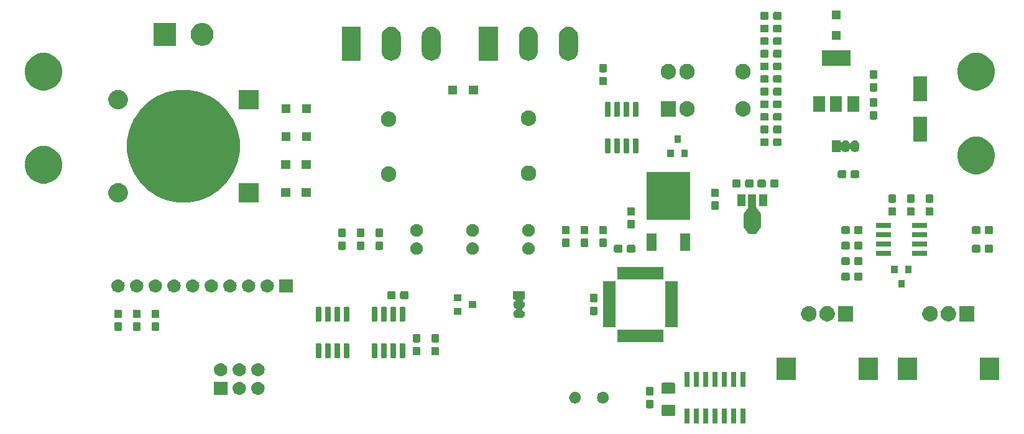
<source format=gbr>
G04 #@! TF.GenerationSoftware,KiCad,Pcbnew,(5.1.4)-1*
G04 #@! TF.CreationDate,2020-04-12T16:51:03+01:00*
G04 #@! TF.ProjectId,25v PSU,32357620-5053-4552-9e6b-696361645f70,rev?*
G04 #@! TF.SameCoordinates,Original*
G04 #@! TF.FileFunction,Soldermask,Top*
G04 #@! TF.FilePolarity,Negative*
%FSLAX46Y46*%
G04 Gerber Fmt 4.6, Leading zero omitted, Abs format (unit mm)*
G04 Created by KiCad (PCBNEW (5.1.4)-1) date 2020-04-12 16:51:03*
%MOMM*%
%LPD*%
G04 APERTURE LIST*
%ADD10C,0.100000*%
G04 APERTURE END LIST*
D10*
G36*
X124719928Y-84001764D02*
G01*
X124741009Y-84008160D01*
X124760445Y-84018548D01*
X124777476Y-84032524D01*
X124791452Y-84049555D01*
X124801840Y-84068991D01*
X124808236Y-84090072D01*
X124811000Y-84118140D01*
X124811000Y-85931860D01*
X124808236Y-85959928D01*
X124801840Y-85981009D01*
X124791452Y-86000445D01*
X124777476Y-86017476D01*
X124760445Y-86031452D01*
X124741009Y-86041840D01*
X124719928Y-86048236D01*
X124691860Y-86051000D01*
X124228140Y-86051000D01*
X124200072Y-86048236D01*
X124178991Y-86041840D01*
X124159555Y-86031452D01*
X124142524Y-86017476D01*
X124128548Y-86000445D01*
X124118160Y-85981009D01*
X124111764Y-85959928D01*
X124109000Y-85931860D01*
X124109000Y-84118140D01*
X124111764Y-84090072D01*
X124118160Y-84068991D01*
X124128548Y-84049555D01*
X124142524Y-84032524D01*
X124159555Y-84018548D01*
X124178991Y-84008160D01*
X124200072Y-84001764D01*
X124228140Y-83999000D01*
X124691860Y-83999000D01*
X124719928Y-84001764D01*
X124719928Y-84001764D01*
G37*
G36*
X125989928Y-84001764D02*
G01*
X126011009Y-84008160D01*
X126030445Y-84018548D01*
X126047476Y-84032524D01*
X126061452Y-84049555D01*
X126071840Y-84068991D01*
X126078236Y-84090072D01*
X126081000Y-84118140D01*
X126081000Y-85931860D01*
X126078236Y-85959928D01*
X126071840Y-85981009D01*
X126061452Y-86000445D01*
X126047476Y-86017476D01*
X126030445Y-86031452D01*
X126011009Y-86041840D01*
X125989928Y-86048236D01*
X125961860Y-86051000D01*
X125498140Y-86051000D01*
X125470072Y-86048236D01*
X125448991Y-86041840D01*
X125429555Y-86031452D01*
X125412524Y-86017476D01*
X125398548Y-86000445D01*
X125388160Y-85981009D01*
X125381764Y-85959928D01*
X125379000Y-85931860D01*
X125379000Y-84118140D01*
X125381764Y-84090072D01*
X125388160Y-84068991D01*
X125398548Y-84049555D01*
X125412524Y-84032524D01*
X125429555Y-84018548D01*
X125448991Y-84008160D01*
X125470072Y-84001764D01*
X125498140Y-83999000D01*
X125961860Y-83999000D01*
X125989928Y-84001764D01*
X125989928Y-84001764D01*
G37*
G36*
X127259928Y-84001764D02*
G01*
X127281009Y-84008160D01*
X127300445Y-84018548D01*
X127317476Y-84032524D01*
X127331452Y-84049555D01*
X127341840Y-84068991D01*
X127348236Y-84090072D01*
X127351000Y-84118140D01*
X127351000Y-85931860D01*
X127348236Y-85959928D01*
X127341840Y-85981009D01*
X127331452Y-86000445D01*
X127317476Y-86017476D01*
X127300445Y-86031452D01*
X127281009Y-86041840D01*
X127259928Y-86048236D01*
X127231860Y-86051000D01*
X126768140Y-86051000D01*
X126740072Y-86048236D01*
X126718991Y-86041840D01*
X126699555Y-86031452D01*
X126682524Y-86017476D01*
X126668548Y-86000445D01*
X126658160Y-85981009D01*
X126651764Y-85959928D01*
X126649000Y-85931860D01*
X126649000Y-84118140D01*
X126651764Y-84090072D01*
X126658160Y-84068991D01*
X126668548Y-84049555D01*
X126682524Y-84032524D01*
X126699555Y-84018548D01*
X126718991Y-84008160D01*
X126740072Y-84001764D01*
X126768140Y-83999000D01*
X127231860Y-83999000D01*
X127259928Y-84001764D01*
X127259928Y-84001764D01*
G37*
G36*
X119639928Y-84001764D02*
G01*
X119661009Y-84008160D01*
X119680445Y-84018548D01*
X119697476Y-84032524D01*
X119711452Y-84049555D01*
X119721840Y-84068991D01*
X119728236Y-84090072D01*
X119731000Y-84118140D01*
X119731000Y-85931860D01*
X119728236Y-85959928D01*
X119721840Y-85981009D01*
X119711452Y-86000445D01*
X119697476Y-86017476D01*
X119680445Y-86031452D01*
X119661009Y-86041840D01*
X119639928Y-86048236D01*
X119611860Y-86051000D01*
X119148140Y-86051000D01*
X119120072Y-86048236D01*
X119098991Y-86041840D01*
X119079555Y-86031452D01*
X119062524Y-86017476D01*
X119048548Y-86000445D01*
X119038160Y-85981009D01*
X119031764Y-85959928D01*
X119029000Y-85931860D01*
X119029000Y-84118140D01*
X119031764Y-84090072D01*
X119038160Y-84068991D01*
X119048548Y-84049555D01*
X119062524Y-84032524D01*
X119079555Y-84018548D01*
X119098991Y-84008160D01*
X119120072Y-84001764D01*
X119148140Y-83999000D01*
X119611860Y-83999000D01*
X119639928Y-84001764D01*
X119639928Y-84001764D01*
G37*
G36*
X122179928Y-84001764D02*
G01*
X122201009Y-84008160D01*
X122220445Y-84018548D01*
X122237476Y-84032524D01*
X122251452Y-84049555D01*
X122261840Y-84068991D01*
X122268236Y-84090072D01*
X122271000Y-84118140D01*
X122271000Y-85931860D01*
X122268236Y-85959928D01*
X122261840Y-85981009D01*
X122251452Y-86000445D01*
X122237476Y-86017476D01*
X122220445Y-86031452D01*
X122201009Y-86041840D01*
X122179928Y-86048236D01*
X122151860Y-86051000D01*
X121688140Y-86051000D01*
X121660072Y-86048236D01*
X121638991Y-86041840D01*
X121619555Y-86031452D01*
X121602524Y-86017476D01*
X121588548Y-86000445D01*
X121578160Y-85981009D01*
X121571764Y-85959928D01*
X121569000Y-85931860D01*
X121569000Y-84118140D01*
X121571764Y-84090072D01*
X121578160Y-84068991D01*
X121588548Y-84049555D01*
X121602524Y-84032524D01*
X121619555Y-84018548D01*
X121638991Y-84008160D01*
X121660072Y-84001764D01*
X121688140Y-83999000D01*
X122151860Y-83999000D01*
X122179928Y-84001764D01*
X122179928Y-84001764D01*
G37*
G36*
X123449928Y-84001764D02*
G01*
X123471009Y-84008160D01*
X123490445Y-84018548D01*
X123507476Y-84032524D01*
X123521452Y-84049555D01*
X123531840Y-84068991D01*
X123538236Y-84090072D01*
X123541000Y-84118140D01*
X123541000Y-85931860D01*
X123538236Y-85959928D01*
X123531840Y-85981009D01*
X123521452Y-86000445D01*
X123507476Y-86017476D01*
X123490445Y-86031452D01*
X123471009Y-86041840D01*
X123449928Y-86048236D01*
X123421860Y-86051000D01*
X122958140Y-86051000D01*
X122930072Y-86048236D01*
X122908991Y-86041840D01*
X122889555Y-86031452D01*
X122872524Y-86017476D01*
X122858548Y-86000445D01*
X122848160Y-85981009D01*
X122841764Y-85959928D01*
X122839000Y-85931860D01*
X122839000Y-84118140D01*
X122841764Y-84090072D01*
X122848160Y-84068991D01*
X122858548Y-84049555D01*
X122872524Y-84032524D01*
X122889555Y-84018548D01*
X122908991Y-84008160D01*
X122930072Y-84001764D01*
X122958140Y-83999000D01*
X123421860Y-83999000D01*
X123449928Y-84001764D01*
X123449928Y-84001764D01*
G37*
G36*
X120909928Y-84001764D02*
G01*
X120931009Y-84008160D01*
X120950445Y-84018548D01*
X120967476Y-84032524D01*
X120981452Y-84049555D01*
X120991840Y-84068991D01*
X120998236Y-84090072D01*
X121001000Y-84118140D01*
X121001000Y-85931860D01*
X120998236Y-85959928D01*
X120991840Y-85981009D01*
X120981452Y-86000445D01*
X120967476Y-86017476D01*
X120950445Y-86031452D01*
X120931009Y-86041840D01*
X120909928Y-86048236D01*
X120881860Y-86051000D01*
X120418140Y-86051000D01*
X120390072Y-86048236D01*
X120368991Y-86041840D01*
X120349555Y-86031452D01*
X120332524Y-86017476D01*
X120318548Y-86000445D01*
X120308160Y-85981009D01*
X120301764Y-85959928D01*
X120299000Y-85931860D01*
X120299000Y-84118140D01*
X120301764Y-84090072D01*
X120308160Y-84068991D01*
X120318548Y-84049555D01*
X120332524Y-84032524D01*
X120349555Y-84018548D01*
X120368991Y-84008160D01*
X120390072Y-84001764D01*
X120418140Y-83999000D01*
X120881860Y-83999000D01*
X120909928Y-84001764D01*
X120909928Y-84001764D01*
G37*
G36*
X117615562Y-83495681D02*
G01*
X117650481Y-83506274D01*
X117682663Y-83523476D01*
X117710873Y-83546627D01*
X117734024Y-83574837D01*
X117751226Y-83607019D01*
X117761819Y-83641938D01*
X117766000Y-83684395D01*
X117766000Y-84825605D01*
X117761819Y-84868062D01*
X117751226Y-84902981D01*
X117734024Y-84935163D01*
X117710873Y-84963373D01*
X117682663Y-84986524D01*
X117650481Y-85003726D01*
X117615562Y-85014319D01*
X117573105Y-85018500D01*
X116106895Y-85018500D01*
X116064438Y-85014319D01*
X116029519Y-85003726D01*
X115997337Y-84986524D01*
X115969127Y-84963373D01*
X115945976Y-84935163D01*
X115928774Y-84902981D01*
X115918181Y-84868062D01*
X115914000Y-84825605D01*
X115914000Y-83684395D01*
X115918181Y-83641938D01*
X115928774Y-83607019D01*
X115945976Y-83574837D01*
X115969127Y-83546627D01*
X115997337Y-83523476D01*
X116029519Y-83506274D01*
X116064438Y-83495681D01*
X116106895Y-83491500D01*
X117573105Y-83491500D01*
X117615562Y-83495681D01*
X117615562Y-83495681D01*
G37*
G36*
X114664499Y-82853445D02*
G01*
X114701995Y-82864820D01*
X114736554Y-82883292D01*
X114766847Y-82908153D01*
X114791708Y-82938446D01*
X114810180Y-82973005D01*
X114821555Y-83010501D01*
X114826000Y-83055638D01*
X114826000Y-83794362D01*
X114821555Y-83839499D01*
X114810180Y-83876995D01*
X114791708Y-83911554D01*
X114766847Y-83941847D01*
X114736554Y-83966708D01*
X114701995Y-83985180D01*
X114664499Y-83996555D01*
X114619362Y-84001000D01*
X113980638Y-84001000D01*
X113935501Y-83996555D01*
X113898005Y-83985180D01*
X113863446Y-83966708D01*
X113833153Y-83941847D01*
X113808292Y-83911554D01*
X113789820Y-83876995D01*
X113778445Y-83839499D01*
X113774000Y-83794362D01*
X113774000Y-83055638D01*
X113778445Y-83010501D01*
X113789820Y-82973005D01*
X113808292Y-82938446D01*
X113833153Y-82908153D01*
X113863446Y-82883292D01*
X113898005Y-82864820D01*
X113935501Y-82853445D01*
X113980638Y-82849000D01*
X114619362Y-82849000D01*
X114664499Y-82853445D01*
X114664499Y-82853445D01*
G37*
G36*
X104373642Y-81779781D02*
G01*
X104489736Y-81827869D01*
X104519416Y-81840163D01*
X104650608Y-81927822D01*
X104762178Y-82039392D01*
X104849837Y-82170584D01*
X104849838Y-82170586D01*
X104910219Y-82316358D01*
X104941000Y-82471107D01*
X104941000Y-82628893D01*
X104910219Y-82783642D01*
X104851239Y-82926031D01*
X104849837Y-82929416D01*
X104762178Y-83060608D01*
X104650608Y-83172178D01*
X104519416Y-83259837D01*
X104519415Y-83259838D01*
X104519414Y-83259838D01*
X104373642Y-83320219D01*
X104218893Y-83351000D01*
X104061107Y-83351000D01*
X103906358Y-83320219D01*
X103760586Y-83259838D01*
X103760585Y-83259838D01*
X103760584Y-83259837D01*
X103629392Y-83172178D01*
X103517822Y-83060608D01*
X103430163Y-82929416D01*
X103428761Y-82926031D01*
X103369781Y-82783642D01*
X103339000Y-82628893D01*
X103339000Y-82471107D01*
X103369781Y-82316358D01*
X103430162Y-82170586D01*
X103430163Y-82170584D01*
X103517822Y-82039392D01*
X103629392Y-81927822D01*
X103760584Y-81840163D01*
X103790264Y-81827869D01*
X103906358Y-81779781D01*
X104061107Y-81749000D01*
X104218893Y-81749000D01*
X104373642Y-81779781D01*
X104373642Y-81779781D01*
G37*
G36*
X108173642Y-81779781D02*
G01*
X108289736Y-81827869D01*
X108319416Y-81840163D01*
X108450608Y-81927822D01*
X108562178Y-82039392D01*
X108649837Y-82170584D01*
X108649838Y-82170586D01*
X108710219Y-82316358D01*
X108741000Y-82471107D01*
X108741000Y-82628893D01*
X108710219Y-82783642D01*
X108651239Y-82926031D01*
X108649837Y-82929416D01*
X108562178Y-83060608D01*
X108450608Y-83172178D01*
X108319416Y-83259837D01*
X108319415Y-83259838D01*
X108319414Y-83259838D01*
X108173642Y-83320219D01*
X108018893Y-83351000D01*
X107861107Y-83351000D01*
X107706358Y-83320219D01*
X107560586Y-83259838D01*
X107560585Y-83259838D01*
X107560584Y-83259837D01*
X107429392Y-83172178D01*
X107317822Y-83060608D01*
X107230163Y-82929416D01*
X107228761Y-82926031D01*
X107169781Y-82783642D01*
X107139000Y-82628893D01*
X107139000Y-82471107D01*
X107169781Y-82316358D01*
X107230162Y-82170586D01*
X107230163Y-82170584D01*
X107317822Y-82039392D01*
X107429392Y-81927822D01*
X107560584Y-81840163D01*
X107590264Y-81827869D01*
X107706358Y-81779781D01*
X107861107Y-81749000D01*
X108018893Y-81749000D01*
X108173642Y-81779781D01*
X108173642Y-81779781D01*
G37*
G36*
X114664499Y-81103445D02*
G01*
X114701995Y-81114820D01*
X114736554Y-81133292D01*
X114766847Y-81158153D01*
X114791708Y-81188446D01*
X114810180Y-81223005D01*
X114821555Y-81260501D01*
X114826000Y-81305638D01*
X114826000Y-82044362D01*
X114821555Y-82089499D01*
X114810180Y-82126995D01*
X114791708Y-82161554D01*
X114766847Y-82191847D01*
X114736554Y-82216708D01*
X114701995Y-82235180D01*
X114664499Y-82246555D01*
X114619362Y-82251000D01*
X113980638Y-82251000D01*
X113935501Y-82246555D01*
X113898005Y-82235180D01*
X113863446Y-82216708D01*
X113833153Y-82191847D01*
X113808292Y-82161554D01*
X113789820Y-82126995D01*
X113778445Y-82089499D01*
X113774000Y-82044362D01*
X113774000Y-81305638D01*
X113778445Y-81260501D01*
X113789820Y-81223005D01*
X113808292Y-81188446D01*
X113833153Y-81158153D01*
X113863446Y-81133292D01*
X113898005Y-81114820D01*
X113935501Y-81103445D01*
X113980638Y-81099000D01*
X114619362Y-81099000D01*
X114664499Y-81103445D01*
X114664499Y-81103445D01*
G37*
G36*
X61070442Y-80385518D02*
G01*
X61136627Y-80392037D01*
X61306466Y-80443557D01*
X61462991Y-80527222D01*
X61488889Y-80548476D01*
X61600186Y-80639814D01*
X61675947Y-80732131D01*
X61712778Y-80777009D01*
X61796443Y-80933534D01*
X61847963Y-81103373D01*
X61865359Y-81280000D01*
X61847963Y-81456627D01*
X61796443Y-81626466D01*
X61712778Y-81782991D01*
X61683448Y-81818729D01*
X61600186Y-81920186D01*
X61504939Y-81998352D01*
X61462991Y-82032778D01*
X61306466Y-82116443D01*
X61136627Y-82167963D01*
X61075646Y-82173969D01*
X61004260Y-82181000D01*
X60915740Y-82181000D01*
X60844354Y-82173969D01*
X60783373Y-82167963D01*
X60613534Y-82116443D01*
X60457009Y-82032778D01*
X60415061Y-81998352D01*
X60319814Y-81920186D01*
X60236552Y-81818729D01*
X60207222Y-81782991D01*
X60123557Y-81626466D01*
X60072037Y-81456627D01*
X60054641Y-81280000D01*
X60072037Y-81103373D01*
X60123557Y-80933534D01*
X60207222Y-80777009D01*
X60244053Y-80732131D01*
X60319814Y-80639814D01*
X60431111Y-80548476D01*
X60457009Y-80527222D01*
X60613534Y-80443557D01*
X60783373Y-80392037D01*
X60849558Y-80385518D01*
X60915740Y-80379000D01*
X61004260Y-80379000D01*
X61070442Y-80385518D01*
X61070442Y-80385518D01*
G37*
G36*
X58530442Y-80385518D02*
G01*
X58596627Y-80392037D01*
X58766466Y-80443557D01*
X58922991Y-80527222D01*
X58948889Y-80548476D01*
X59060186Y-80639814D01*
X59135947Y-80732131D01*
X59172778Y-80777009D01*
X59256443Y-80933534D01*
X59307963Y-81103373D01*
X59325359Y-81280000D01*
X59307963Y-81456627D01*
X59256443Y-81626466D01*
X59172778Y-81782991D01*
X59143448Y-81818729D01*
X59060186Y-81920186D01*
X58964939Y-81998352D01*
X58922991Y-82032778D01*
X58766466Y-82116443D01*
X58596627Y-82167963D01*
X58535646Y-82173969D01*
X58464260Y-82181000D01*
X58375740Y-82181000D01*
X58304354Y-82173969D01*
X58243373Y-82167963D01*
X58073534Y-82116443D01*
X57917009Y-82032778D01*
X57875061Y-81998352D01*
X57779814Y-81920186D01*
X57696552Y-81818729D01*
X57667222Y-81782991D01*
X57583557Y-81626466D01*
X57532037Y-81456627D01*
X57514641Y-81280000D01*
X57532037Y-81103373D01*
X57583557Y-80933534D01*
X57667222Y-80777009D01*
X57704053Y-80732131D01*
X57779814Y-80639814D01*
X57891111Y-80548476D01*
X57917009Y-80527222D01*
X58073534Y-80443557D01*
X58243373Y-80392037D01*
X58309558Y-80385518D01*
X58375740Y-80379000D01*
X58464260Y-80379000D01*
X58530442Y-80385518D01*
X58530442Y-80385518D01*
G37*
G36*
X56781000Y-82181000D02*
G01*
X54979000Y-82181000D01*
X54979000Y-80379000D01*
X56781000Y-80379000D01*
X56781000Y-82181000D01*
X56781000Y-82181000D01*
G37*
G36*
X117615562Y-80520681D02*
G01*
X117650481Y-80531274D01*
X117682663Y-80548476D01*
X117710873Y-80571627D01*
X117734024Y-80599837D01*
X117751226Y-80632019D01*
X117761819Y-80666938D01*
X117766000Y-80709395D01*
X117766000Y-81850605D01*
X117761819Y-81893062D01*
X117751226Y-81927981D01*
X117734024Y-81960163D01*
X117710873Y-81988373D01*
X117682663Y-82011524D01*
X117650481Y-82028726D01*
X117615562Y-82039319D01*
X117573105Y-82043500D01*
X116106895Y-82043500D01*
X116064438Y-82039319D01*
X116029519Y-82028726D01*
X115997337Y-82011524D01*
X115969127Y-81988373D01*
X115945976Y-81960163D01*
X115928774Y-81927981D01*
X115918181Y-81893062D01*
X115914000Y-81850605D01*
X115914000Y-80709395D01*
X115918181Y-80666938D01*
X115928774Y-80632019D01*
X115945976Y-80599837D01*
X115969127Y-80571627D01*
X115997337Y-80548476D01*
X116029519Y-80531274D01*
X116064438Y-80520681D01*
X116106895Y-80516500D01*
X117573105Y-80516500D01*
X117615562Y-80520681D01*
X117615562Y-80520681D01*
G37*
G36*
X122179928Y-79051764D02*
G01*
X122201009Y-79058160D01*
X122220445Y-79068548D01*
X122237476Y-79082524D01*
X122251452Y-79099555D01*
X122261840Y-79118991D01*
X122268236Y-79140072D01*
X122271000Y-79168140D01*
X122271000Y-80981860D01*
X122268236Y-81009928D01*
X122261840Y-81031009D01*
X122251452Y-81050445D01*
X122237476Y-81067476D01*
X122220445Y-81081452D01*
X122201009Y-81091840D01*
X122179928Y-81098236D01*
X122151860Y-81101000D01*
X121688140Y-81101000D01*
X121660072Y-81098236D01*
X121638991Y-81091840D01*
X121619555Y-81081452D01*
X121602524Y-81067476D01*
X121588548Y-81050445D01*
X121578160Y-81031009D01*
X121571764Y-81009928D01*
X121569000Y-80981860D01*
X121569000Y-79168140D01*
X121571764Y-79140072D01*
X121578160Y-79118991D01*
X121588548Y-79099555D01*
X121602524Y-79082524D01*
X121619555Y-79068548D01*
X121638991Y-79058160D01*
X121660072Y-79051764D01*
X121688140Y-79049000D01*
X122151860Y-79049000D01*
X122179928Y-79051764D01*
X122179928Y-79051764D01*
G37*
G36*
X125989928Y-79051764D02*
G01*
X126011009Y-79058160D01*
X126030445Y-79068548D01*
X126047476Y-79082524D01*
X126061452Y-79099555D01*
X126071840Y-79118991D01*
X126078236Y-79140072D01*
X126081000Y-79168140D01*
X126081000Y-80981860D01*
X126078236Y-81009928D01*
X126071840Y-81031009D01*
X126061452Y-81050445D01*
X126047476Y-81067476D01*
X126030445Y-81081452D01*
X126011009Y-81091840D01*
X125989928Y-81098236D01*
X125961860Y-81101000D01*
X125498140Y-81101000D01*
X125470072Y-81098236D01*
X125448991Y-81091840D01*
X125429555Y-81081452D01*
X125412524Y-81067476D01*
X125398548Y-81050445D01*
X125388160Y-81031009D01*
X125381764Y-81009928D01*
X125379000Y-80981860D01*
X125379000Y-79168140D01*
X125381764Y-79140072D01*
X125388160Y-79118991D01*
X125398548Y-79099555D01*
X125412524Y-79082524D01*
X125429555Y-79068548D01*
X125448991Y-79058160D01*
X125470072Y-79051764D01*
X125498140Y-79049000D01*
X125961860Y-79049000D01*
X125989928Y-79051764D01*
X125989928Y-79051764D01*
G37*
G36*
X123449928Y-79051764D02*
G01*
X123471009Y-79058160D01*
X123490445Y-79068548D01*
X123507476Y-79082524D01*
X123521452Y-79099555D01*
X123531840Y-79118991D01*
X123538236Y-79140072D01*
X123541000Y-79168140D01*
X123541000Y-80981860D01*
X123538236Y-81009928D01*
X123531840Y-81031009D01*
X123521452Y-81050445D01*
X123507476Y-81067476D01*
X123490445Y-81081452D01*
X123471009Y-81091840D01*
X123449928Y-81098236D01*
X123421860Y-81101000D01*
X122958140Y-81101000D01*
X122930072Y-81098236D01*
X122908991Y-81091840D01*
X122889555Y-81081452D01*
X122872524Y-81067476D01*
X122858548Y-81050445D01*
X122848160Y-81031009D01*
X122841764Y-81009928D01*
X122839000Y-80981860D01*
X122839000Y-79168140D01*
X122841764Y-79140072D01*
X122848160Y-79118991D01*
X122858548Y-79099555D01*
X122872524Y-79082524D01*
X122889555Y-79068548D01*
X122908991Y-79058160D01*
X122930072Y-79051764D01*
X122958140Y-79049000D01*
X123421860Y-79049000D01*
X123449928Y-79051764D01*
X123449928Y-79051764D01*
G37*
G36*
X127259928Y-79051764D02*
G01*
X127281009Y-79058160D01*
X127300445Y-79068548D01*
X127317476Y-79082524D01*
X127331452Y-79099555D01*
X127341840Y-79118991D01*
X127348236Y-79140072D01*
X127351000Y-79168140D01*
X127351000Y-80981860D01*
X127348236Y-81009928D01*
X127341840Y-81031009D01*
X127331452Y-81050445D01*
X127317476Y-81067476D01*
X127300445Y-81081452D01*
X127281009Y-81091840D01*
X127259928Y-81098236D01*
X127231860Y-81101000D01*
X126768140Y-81101000D01*
X126740072Y-81098236D01*
X126718991Y-81091840D01*
X126699555Y-81081452D01*
X126682524Y-81067476D01*
X126668548Y-81050445D01*
X126658160Y-81031009D01*
X126651764Y-81009928D01*
X126649000Y-80981860D01*
X126649000Y-79168140D01*
X126651764Y-79140072D01*
X126658160Y-79118991D01*
X126668548Y-79099555D01*
X126682524Y-79082524D01*
X126699555Y-79068548D01*
X126718991Y-79058160D01*
X126740072Y-79051764D01*
X126768140Y-79049000D01*
X127231860Y-79049000D01*
X127259928Y-79051764D01*
X127259928Y-79051764D01*
G37*
G36*
X120909928Y-79051764D02*
G01*
X120931009Y-79058160D01*
X120950445Y-79068548D01*
X120967476Y-79082524D01*
X120981452Y-79099555D01*
X120991840Y-79118991D01*
X120998236Y-79140072D01*
X121001000Y-79168140D01*
X121001000Y-80981860D01*
X120998236Y-81009928D01*
X120991840Y-81031009D01*
X120981452Y-81050445D01*
X120967476Y-81067476D01*
X120950445Y-81081452D01*
X120931009Y-81091840D01*
X120909928Y-81098236D01*
X120881860Y-81101000D01*
X120418140Y-81101000D01*
X120390072Y-81098236D01*
X120368991Y-81091840D01*
X120349555Y-81081452D01*
X120332524Y-81067476D01*
X120318548Y-81050445D01*
X120308160Y-81031009D01*
X120301764Y-81009928D01*
X120299000Y-80981860D01*
X120299000Y-79168140D01*
X120301764Y-79140072D01*
X120308160Y-79118991D01*
X120318548Y-79099555D01*
X120332524Y-79082524D01*
X120349555Y-79068548D01*
X120368991Y-79058160D01*
X120390072Y-79051764D01*
X120418140Y-79049000D01*
X120881860Y-79049000D01*
X120909928Y-79051764D01*
X120909928Y-79051764D01*
G37*
G36*
X124719928Y-79051764D02*
G01*
X124741009Y-79058160D01*
X124760445Y-79068548D01*
X124777476Y-79082524D01*
X124791452Y-79099555D01*
X124801840Y-79118991D01*
X124808236Y-79140072D01*
X124811000Y-79168140D01*
X124811000Y-80981860D01*
X124808236Y-81009928D01*
X124801840Y-81031009D01*
X124791452Y-81050445D01*
X124777476Y-81067476D01*
X124760445Y-81081452D01*
X124741009Y-81091840D01*
X124719928Y-81098236D01*
X124691860Y-81101000D01*
X124228140Y-81101000D01*
X124200072Y-81098236D01*
X124178991Y-81091840D01*
X124159555Y-81081452D01*
X124142524Y-81067476D01*
X124128548Y-81050445D01*
X124118160Y-81031009D01*
X124111764Y-81009928D01*
X124109000Y-80981860D01*
X124109000Y-79168140D01*
X124111764Y-79140072D01*
X124118160Y-79118991D01*
X124128548Y-79099555D01*
X124142524Y-79082524D01*
X124159555Y-79068548D01*
X124178991Y-79058160D01*
X124200072Y-79051764D01*
X124228140Y-79049000D01*
X124691860Y-79049000D01*
X124719928Y-79051764D01*
X124719928Y-79051764D01*
G37*
G36*
X119639928Y-79051764D02*
G01*
X119661009Y-79058160D01*
X119680445Y-79068548D01*
X119697476Y-79082524D01*
X119711452Y-79099555D01*
X119721840Y-79118991D01*
X119728236Y-79140072D01*
X119731000Y-79168140D01*
X119731000Y-80981860D01*
X119728236Y-81009928D01*
X119721840Y-81031009D01*
X119711452Y-81050445D01*
X119697476Y-81067476D01*
X119680445Y-81081452D01*
X119661009Y-81091840D01*
X119639928Y-81098236D01*
X119611860Y-81101000D01*
X119148140Y-81101000D01*
X119120072Y-81098236D01*
X119098991Y-81091840D01*
X119079555Y-81081452D01*
X119062524Y-81067476D01*
X119048548Y-81050445D01*
X119038160Y-81031009D01*
X119031764Y-81009928D01*
X119029000Y-80981860D01*
X119029000Y-79168140D01*
X119031764Y-79140072D01*
X119038160Y-79118991D01*
X119048548Y-79099555D01*
X119062524Y-79082524D01*
X119079555Y-79068548D01*
X119098991Y-79058160D01*
X119120072Y-79051764D01*
X119148140Y-79049000D01*
X119611860Y-79049000D01*
X119639928Y-79051764D01*
X119639928Y-79051764D01*
G37*
G36*
X134171000Y-80171000D02*
G01*
X131569000Y-80171000D01*
X131569000Y-77069000D01*
X134171000Y-77069000D01*
X134171000Y-80171000D01*
X134171000Y-80171000D01*
G37*
G36*
X145371000Y-80171000D02*
G01*
X142769000Y-80171000D01*
X142769000Y-77069000D01*
X145371000Y-77069000D01*
X145371000Y-80171000D01*
X145371000Y-80171000D01*
G37*
G36*
X161881000Y-80171000D02*
G01*
X159279000Y-80171000D01*
X159279000Y-77069000D01*
X161881000Y-77069000D01*
X161881000Y-80171000D01*
X161881000Y-80171000D01*
G37*
G36*
X150681000Y-80171000D02*
G01*
X148079000Y-80171000D01*
X148079000Y-77069000D01*
X150681000Y-77069000D01*
X150681000Y-80171000D01*
X150681000Y-80171000D01*
G37*
G36*
X61070443Y-77845519D02*
G01*
X61136627Y-77852037D01*
X61306466Y-77903557D01*
X61462991Y-77987222D01*
X61498729Y-78016552D01*
X61600186Y-78099814D01*
X61683448Y-78201271D01*
X61712778Y-78237009D01*
X61796443Y-78393534D01*
X61847963Y-78563373D01*
X61865359Y-78740000D01*
X61847963Y-78916627D01*
X61796443Y-79086466D01*
X61796442Y-79086468D01*
X61779058Y-79118991D01*
X61712778Y-79242991D01*
X61683448Y-79278729D01*
X61600186Y-79380186D01*
X61498729Y-79463448D01*
X61462991Y-79492778D01*
X61306466Y-79576443D01*
X61136627Y-79627963D01*
X61070442Y-79634482D01*
X61004260Y-79641000D01*
X60915740Y-79641000D01*
X60849558Y-79634482D01*
X60783373Y-79627963D01*
X60613534Y-79576443D01*
X60457009Y-79492778D01*
X60421271Y-79463448D01*
X60319814Y-79380186D01*
X60236552Y-79278729D01*
X60207222Y-79242991D01*
X60140942Y-79118991D01*
X60123558Y-79086468D01*
X60123557Y-79086466D01*
X60072037Y-78916627D01*
X60054641Y-78740000D01*
X60072037Y-78563373D01*
X60123557Y-78393534D01*
X60207222Y-78237009D01*
X60236552Y-78201271D01*
X60319814Y-78099814D01*
X60421271Y-78016552D01*
X60457009Y-77987222D01*
X60613534Y-77903557D01*
X60783373Y-77852037D01*
X60849557Y-77845519D01*
X60915740Y-77839000D01*
X61004260Y-77839000D01*
X61070443Y-77845519D01*
X61070443Y-77845519D01*
G37*
G36*
X58530443Y-77845519D02*
G01*
X58596627Y-77852037D01*
X58766466Y-77903557D01*
X58922991Y-77987222D01*
X58958729Y-78016552D01*
X59060186Y-78099814D01*
X59143448Y-78201271D01*
X59172778Y-78237009D01*
X59256443Y-78393534D01*
X59307963Y-78563373D01*
X59325359Y-78740000D01*
X59307963Y-78916627D01*
X59256443Y-79086466D01*
X59256442Y-79086468D01*
X59239058Y-79118991D01*
X59172778Y-79242991D01*
X59143448Y-79278729D01*
X59060186Y-79380186D01*
X58958729Y-79463448D01*
X58922991Y-79492778D01*
X58766466Y-79576443D01*
X58596627Y-79627963D01*
X58530442Y-79634482D01*
X58464260Y-79641000D01*
X58375740Y-79641000D01*
X58309558Y-79634482D01*
X58243373Y-79627963D01*
X58073534Y-79576443D01*
X57917009Y-79492778D01*
X57881271Y-79463448D01*
X57779814Y-79380186D01*
X57696552Y-79278729D01*
X57667222Y-79242991D01*
X57600942Y-79118991D01*
X57583558Y-79086468D01*
X57583557Y-79086466D01*
X57532037Y-78916627D01*
X57514641Y-78740000D01*
X57532037Y-78563373D01*
X57583557Y-78393534D01*
X57667222Y-78237009D01*
X57696552Y-78201271D01*
X57779814Y-78099814D01*
X57881271Y-78016552D01*
X57917009Y-77987222D01*
X58073534Y-77903557D01*
X58243373Y-77852037D01*
X58309557Y-77845519D01*
X58375740Y-77839000D01*
X58464260Y-77839000D01*
X58530443Y-77845519D01*
X58530443Y-77845519D01*
G37*
G36*
X55990443Y-77845519D02*
G01*
X56056627Y-77852037D01*
X56226466Y-77903557D01*
X56382991Y-77987222D01*
X56418729Y-78016552D01*
X56520186Y-78099814D01*
X56603448Y-78201271D01*
X56632778Y-78237009D01*
X56716443Y-78393534D01*
X56767963Y-78563373D01*
X56785359Y-78740000D01*
X56767963Y-78916627D01*
X56716443Y-79086466D01*
X56716442Y-79086468D01*
X56699058Y-79118991D01*
X56632778Y-79242991D01*
X56603448Y-79278729D01*
X56520186Y-79380186D01*
X56418729Y-79463448D01*
X56382991Y-79492778D01*
X56226466Y-79576443D01*
X56056627Y-79627963D01*
X55990442Y-79634482D01*
X55924260Y-79641000D01*
X55835740Y-79641000D01*
X55769558Y-79634482D01*
X55703373Y-79627963D01*
X55533534Y-79576443D01*
X55377009Y-79492778D01*
X55341271Y-79463448D01*
X55239814Y-79380186D01*
X55156552Y-79278729D01*
X55127222Y-79242991D01*
X55060942Y-79118991D01*
X55043558Y-79086468D01*
X55043557Y-79086466D01*
X54992037Y-78916627D01*
X54974641Y-78740000D01*
X54992037Y-78563373D01*
X55043557Y-78393534D01*
X55127222Y-78237009D01*
X55156552Y-78201271D01*
X55239814Y-78099814D01*
X55341271Y-78016552D01*
X55377009Y-77987222D01*
X55533534Y-77903557D01*
X55703373Y-77852037D01*
X55769557Y-77845519D01*
X55835740Y-77839000D01*
X55924260Y-77839000D01*
X55990443Y-77845519D01*
X55990443Y-77845519D01*
G37*
G36*
X80904928Y-75111764D02*
G01*
X80926009Y-75118160D01*
X80945445Y-75128548D01*
X80962476Y-75142524D01*
X80976452Y-75159555D01*
X80986840Y-75178991D01*
X80993236Y-75200072D01*
X80996000Y-75228140D01*
X80996000Y-77041860D01*
X80993236Y-77069928D01*
X80986840Y-77091009D01*
X80976452Y-77110445D01*
X80962476Y-77127476D01*
X80945445Y-77141452D01*
X80926009Y-77151840D01*
X80904928Y-77158236D01*
X80876860Y-77161000D01*
X80413140Y-77161000D01*
X80385072Y-77158236D01*
X80363991Y-77151840D01*
X80344555Y-77141452D01*
X80327524Y-77127476D01*
X80313548Y-77110445D01*
X80303160Y-77091009D01*
X80296764Y-77069928D01*
X80294000Y-77041860D01*
X80294000Y-75228140D01*
X80296764Y-75200072D01*
X80303160Y-75178991D01*
X80313548Y-75159555D01*
X80327524Y-75142524D01*
X80344555Y-75128548D01*
X80363991Y-75118160D01*
X80385072Y-75111764D01*
X80413140Y-75109000D01*
X80876860Y-75109000D01*
X80904928Y-75111764D01*
X80904928Y-75111764D01*
G37*
G36*
X78364928Y-75111764D02*
G01*
X78386009Y-75118160D01*
X78405445Y-75128548D01*
X78422476Y-75142524D01*
X78436452Y-75159555D01*
X78446840Y-75178991D01*
X78453236Y-75200072D01*
X78456000Y-75228140D01*
X78456000Y-77041860D01*
X78453236Y-77069928D01*
X78446840Y-77091009D01*
X78436452Y-77110445D01*
X78422476Y-77127476D01*
X78405445Y-77141452D01*
X78386009Y-77151840D01*
X78364928Y-77158236D01*
X78336860Y-77161000D01*
X77873140Y-77161000D01*
X77845072Y-77158236D01*
X77823991Y-77151840D01*
X77804555Y-77141452D01*
X77787524Y-77127476D01*
X77773548Y-77110445D01*
X77763160Y-77091009D01*
X77756764Y-77069928D01*
X77754000Y-77041860D01*
X77754000Y-75228140D01*
X77756764Y-75200072D01*
X77763160Y-75178991D01*
X77773548Y-75159555D01*
X77787524Y-75142524D01*
X77804555Y-75128548D01*
X77823991Y-75118160D01*
X77845072Y-75111764D01*
X77873140Y-75109000D01*
X78336860Y-75109000D01*
X78364928Y-75111764D01*
X78364928Y-75111764D01*
G37*
G36*
X77094928Y-75111764D02*
G01*
X77116009Y-75118160D01*
X77135445Y-75128548D01*
X77152476Y-75142524D01*
X77166452Y-75159555D01*
X77176840Y-75178991D01*
X77183236Y-75200072D01*
X77186000Y-75228140D01*
X77186000Y-77041860D01*
X77183236Y-77069928D01*
X77176840Y-77091009D01*
X77166452Y-77110445D01*
X77152476Y-77127476D01*
X77135445Y-77141452D01*
X77116009Y-77151840D01*
X77094928Y-77158236D01*
X77066860Y-77161000D01*
X76603140Y-77161000D01*
X76575072Y-77158236D01*
X76553991Y-77151840D01*
X76534555Y-77141452D01*
X76517524Y-77127476D01*
X76503548Y-77110445D01*
X76493160Y-77091009D01*
X76486764Y-77069928D01*
X76484000Y-77041860D01*
X76484000Y-75228140D01*
X76486764Y-75200072D01*
X76493160Y-75178991D01*
X76503548Y-75159555D01*
X76517524Y-75142524D01*
X76534555Y-75128548D01*
X76553991Y-75118160D01*
X76575072Y-75111764D01*
X76603140Y-75109000D01*
X77066860Y-75109000D01*
X77094928Y-75111764D01*
X77094928Y-75111764D01*
G37*
G36*
X70744928Y-75111764D02*
G01*
X70766009Y-75118160D01*
X70785445Y-75128548D01*
X70802476Y-75142524D01*
X70816452Y-75159555D01*
X70826840Y-75178991D01*
X70833236Y-75200072D01*
X70836000Y-75228140D01*
X70836000Y-77041860D01*
X70833236Y-77069928D01*
X70826840Y-77091009D01*
X70816452Y-77110445D01*
X70802476Y-77127476D01*
X70785445Y-77141452D01*
X70766009Y-77151840D01*
X70744928Y-77158236D01*
X70716860Y-77161000D01*
X70253140Y-77161000D01*
X70225072Y-77158236D01*
X70203991Y-77151840D01*
X70184555Y-77141452D01*
X70167524Y-77127476D01*
X70153548Y-77110445D01*
X70143160Y-77091009D01*
X70136764Y-77069928D01*
X70134000Y-77041860D01*
X70134000Y-75228140D01*
X70136764Y-75200072D01*
X70143160Y-75178991D01*
X70153548Y-75159555D01*
X70167524Y-75142524D01*
X70184555Y-75128548D01*
X70203991Y-75118160D01*
X70225072Y-75111764D01*
X70253140Y-75109000D01*
X70716860Y-75109000D01*
X70744928Y-75111764D01*
X70744928Y-75111764D01*
G37*
G36*
X72014928Y-75111764D02*
G01*
X72036009Y-75118160D01*
X72055445Y-75128548D01*
X72072476Y-75142524D01*
X72086452Y-75159555D01*
X72096840Y-75178991D01*
X72103236Y-75200072D01*
X72106000Y-75228140D01*
X72106000Y-77041860D01*
X72103236Y-77069928D01*
X72096840Y-77091009D01*
X72086452Y-77110445D01*
X72072476Y-77127476D01*
X72055445Y-77141452D01*
X72036009Y-77151840D01*
X72014928Y-77158236D01*
X71986860Y-77161000D01*
X71523140Y-77161000D01*
X71495072Y-77158236D01*
X71473991Y-77151840D01*
X71454555Y-77141452D01*
X71437524Y-77127476D01*
X71423548Y-77110445D01*
X71413160Y-77091009D01*
X71406764Y-77069928D01*
X71404000Y-77041860D01*
X71404000Y-75228140D01*
X71406764Y-75200072D01*
X71413160Y-75178991D01*
X71423548Y-75159555D01*
X71437524Y-75142524D01*
X71454555Y-75128548D01*
X71473991Y-75118160D01*
X71495072Y-75111764D01*
X71523140Y-75109000D01*
X71986860Y-75109000D01*
X72014928Y-75111764D01*
X72014928Y-75111764D01*
G37*
G36*
X79634928Y-75111764D02*
G01*
X79656009Y-75118160D01*
X79675445Y-75128548D01*
X79692476Y-75142524D01*
X79706452Y-75159555D01*
X79716840Y-75178991D01*
X79723236Y-75200072D01*
X79726000Y-75228140D01*
X79726000Y-77041860D01*
X79723236Y-77069928D01*
X79716840Y-77091009D01*
X79706452Y-77110445D01*
X79692476Y-77127476D01*
X79675445Y-77141452D01*
X79656009Y-77151840D01*
X79634928Y-77158236D01*
X79606860Y-77161000D01*
X79143140Y-77161000D01*
X79115072Y-77158236D01*
X79093991Y-77151840D01*
X79074555Y-77141452D01*
X79057524Y-77127476D01*
X79043548Y-77110445D01*
X79033160Y-77091009D01*
X79026764Y-77069928D01*
X79024000Y-77041860D01*
X79024000Y-75228140D01*
X79026764Y-75200072D01*
X79033160Y-75178991D01*
X79043548Y-75159555D01*
X79057524Y-75142524D01*
X79074555Y-75128548D01*
X79093991Y-75118160D01*
X79115072Y-75111764D01*
X79143140Y-75109000D01*
X79606860Y-75109000D01*
X79634928Y-75111764D01*
X79634928Y-75111764D01*
G37*
G36*
X73284928Y-75111764D02*
G01*
X73306009Y-75118160D01*
X73325445Y-75128548D01*
X73342476Y-75142524D01*
X73356452Y-75159555D01*
X73366840Y-75178991D01*
X73373236Y-75200072D01*
X73376000Y-75228140D01*
X73376000Y-77041860D01*
X73373236Y-77069928D01*
X73366840Y-77091009D01*
X73356452Y-77110445D01*
X73342476Y-77127476D01*
X73325445Y-77141452D01*
X73306009Y-77151840D01*
X73284928Y-77158236D01*
X73256860Y-77161000D01*
X72793140Y-77161000D01*
X72765072Y-77158236D01*
X72743991Y-77151840D01*
X72724555Y-77141452D01*
X72707524Y-77127476D01*
X72693548Y-77110445D01*
X72683160Y-77091009D01*
X72676764Y-77069928D01*
X72674000Y-77041860D01*
X72674000Y-75228140D01*
X72676764Y-75200072D01*
X72683160Y-75178991D01*
X72693548Y-75159555D01*
X72707524Y-75142524D01*
X72724555Y-75128548D01*
X72743991Y-75118160D01*
X72765072Y-75111764D01*
X72793140Y-75109000D01*
X73256860Y-75109000D01*
X73284928Y-75111764D01*
X73284928Y-75111764D01*
G37*
G36*
X69474928Y-75111764D02*
G01*
X69496009Y-75118160D01*
X69515445Y-75128548D01*
X69532476Y-75142524D01*
X69546452Y-75159555D01*
X69556840Y-75178991D01*
X69563236Y-75200072D01*
X69566000Y-75228140D01*
X69566000Y-77041860D01*
X69563236Y-77069928D01*
X69556840Y-77091009D01*
X69546452Y-77110445D01*
X69532476Y-77127476D01*
X69515445Y-77141452D01*
X69496009Y-77151840D01*
X69474928Y-77158236D01*
X69446860Y-77161000D01*
X68983140Y-77161000D01*
X68955072Y-77158236D01*
X68933991Y-77151840D01*
X68914555Y-77141452D01*
X68897524Y-77127476D01*
X68883548Y-77110445D01*
X68873160Y-77091009D01*
X68866764Y-77069928D01*
X68864000Y-77041860D01*
X68864000Y-75228140D01*
X68866764Y-75200072D01*
X68873160Y-75178991D01*
X68883548Y-75159555D01*
X68897524Y-75142524D01*
X68914555Y-75128548D01*
X68933991Y-75118160D01*
X68955072Y-75111764D01*
X68983140Y-75109000D01*
X69446860Y-75109000D01*
X69474928Y-75111764D01*
X69474928Y-75111764D01*
G37*
G36*
X85454499Y-75628445D02*
G01*
X85491995Y-75639820D01*
X85526554Y-75658292D01*
X85556847Y-75683153D01*
X85581708Y-75713446D01*
X85600180Y-75748005D01*
X85611555Y-75785501D01*
X85616000Y-75830638D01*
X85616000Y-76569362D01*
X85611555Y-76614499D01*
X85600180Y-76651995D01*
X85581708Y-76686554D01*
X85556847Y-76716847D01*
X85526554Y-76741708D01*
X85491995Y-76760180D01*
X85454499Y-76771555D01*
X85409362Y-76776000D01*
X84770638Y-76776000D01*
X84725501Y-76771555D01*
X84688005Y-76760180D01*
X84653446Y-76741708D01*
X84623153Y-76716847D01*
X84598292Y-76686554D01*
X84579820Y-76651995D01*
X84568445Y-76614499D01*
X84564000Y-76569362D01*
X84564000Y-75830638D01*
X84568445Y-75785501D01*
X84579820Y-75748005D01*
X84598292Y-75713446D01*
X84623153Y-75683153D01*
X84653446Y-75658292D01*
X84688005Y-75639820D01*
X84725501Y-75628445D01*
X84770638Y-75624000D01*
X85409362Y-75624000D01*
X85454499Y-75628445D01*
X85454499Y-75628445D01*
G37*
G36*
X82914499Y-75628445D02*
G01*
X82951995Y-75639820D01*
X82986554Y-75658292D01*
X83016847Y-75683153D01*
X83041708Y-75713446D01*
X83060180Y-75748005D01*
X83071555Y-75785501D01*
X83076000Y-75830638D01*
X83076000Y-76569362D01*
X83071555Y-76614499D01*
X83060180Y-76651995D01*
X83041708Y-76686554D01*
X83016847Y-76716847D01*
X82986554Y-76741708D01*
X82951995Y-76760180D01*
X82914499Y-76771555D01*
X82869362Y-76776000D01*
X82230638Y-76776000D01*
X82185501Y-76771555D01*
X82148005Y-76760180D01*
X82113446Y-76741708D01*
X82083153Y-76716847D01*
X82058292Y-76686554D01*
X82039820Y-76651995D01*
X82028445Y-76614499D01*
X82024000Y-76569362D01*
X82024000Y-75830638D01*
X82028445Y-75785501D01*
X82039820Y-75748005D01*
X82058292Y-75713446D01*
X82083153Y-75683153D01*
X82113446Y-75658292D01*
X82148005Y-75639820D01*
X82185501Y-75628445D01*
X82230638Y-75624000D01*
X82869362Y-75624000D01*
X82914499Y-75628445D01*
X82914499Y-75628445D01*
G37*
G36*
X85454499Y-73878445D02*
G01*
X85491995Y-73889820D01*
X85526554Y-73908292D01*
X85556847Y-73933153D01*
X85581708Y-73963446D01*
X85600180Y-73998005D01*
X85611555Y-74035501D01*
X85616000Y-74080638D01*
X85616000Y-74819362D01*
X85611555Y-74864499D01*
X85600180Y-74901995D01*
X85581708Y-74936554D01*
X85556847Y-74966847D01*
X85526554Y-74991708D01*
X85491995Y-75010180D01*
X85454499Y-75021555D01*
X85409362Y-75026000D01*
X84770638Y-75026000D01*
X84725501Y-75021555D01*
X84688005Y-75010180D01*
X84653446Y-74991708D01*
X84623153Y-74966847D01*
X84598292Y-74936554D01*
X84579820Y-74901995D01*
X84568445Y-74864499D01*
X84564000Y-74819362D01*
X84564000Y-74080638D01*
X84568445Y-74035501D01*
X84579820Y-73998005D01*
X84598292Y-73963446D01*
X84623153Y-73933153D01*
X84653446Y-73908292D01*
X84688005Y-73889820D01*
X84725501Y-73878445D01*
X84770638Y-73874000D01*
X85409362Y-73874000D01*
X85454499Y-73878445D01*
X85454499Y-73878445D01*
G37*
G36*
X82914499Y-73878445D02*
G01*
X82951995Y-73889820D01*
X82986554Y-73908292D01*
X83016847Y-73933153D01*
X83041708Y-73963446D01*
X83060180Y-73998005D01*
X83071555Y-74035501D01*
X83076000Y-74080638D01*
X83076000Y-74819362D01*
X83071555Y-74864499D01*
X83060180Y-74901995D01*
X83041708Y-74936554D01*
X83016847Y-74966847D01*
X82986554Y-74991708D01*
X82951995Y-75010180D01*
X82914499Y-75021555D01*
X82869362Y-75026000D01*
X82230638Y-75026000D01*
X82185501Y-75021555D01*
X82148005Y-75010180D01*
X82113446Y-74991708D01*
X82083153Y-74966847D01*
X82058292Y-74936554D01*
X82039820Y-74901995D01*
X82028445Y-74864499D01*
X82024000Y-74819362D01*
X82024000Y-74080638D01*
X82028445Y-74035501D01*
X82039820Y-73998005D01*
X82058292Y-73963446D01*
X82083153Y-73933153D01*
X82113446Y-73908292D01*
X82148005Y-73889820D01*
X82185501Y-73878445D01*
X82230638Y-73874000D01*
X82869362Y-73874000D01*
X82914499Y-73878445D01*
X82914499Y-73878445D01*
G37*
G36*
X116156000Y-74951000D02*
G01*
X109904000Y-74951000D01*
X109904000Y-73249000D01*
X116156000Y-73249000D01*
X116156000Y-74951000D01*
X116156000Y-74951000D01*
G37*
G36*
X44814499Y-72298445D02*
G01*
X44851995Y-72309820D01*
X44886554Y-72328292D01*
X44916847Y-72353153D01*
X44941708Y-72383446D01*
X44960180Y-72418005D01*
X44971555Y-72455501D01*
X44976000Y-72500638D01*
X44976000Y-73239362D01*
X44971555Y-73284499D01*
X44960180Y-73321995D01*
X44941708Y-73356554D01*
X44916847Y-73386847D01*
X44886554Y-73411708D01*
X44851995Y-73430180D01*
X44814499Y-73441555D01*
X44769362Y-73446000D01*
X44130638Y-73446000D01*
X44085501Y-73441555D01*
X44048005Y-73430180D01*
X44013446Y-73411708D01*
X43983153Y-73386847D01*
X43958292Y-73356554D01*
X43939820Y-73321995D01*
X43928445Y-73284499D01*
X43924000Y-73239362D01*
X43924000Y-72500638D01*
X43928445Y-72455501D01*
X43939820Y-72418005D01*
X43958292Y-72383446D01*
X43983153Y-72353153D01*
X44013446Y-72328292D01*
X44048005Y-72309820D01*
X44085501Y-72298445D01*
X44130638Y-72294000D01*
X44769362Y-72294000D01*
X44814499Y-72298445D01*
X44814499Y-72298445D01*
G37*
G36*
X47354499Y-72298445D02*
G01*
X47391995Y-72309820D01*
X47426554Y-72328292D01*
X47456847Y-72353153D01*
X47481708Y-72383446D01*
X47500180Y-72418005D01*
X47511555Y-72455501D01*
X47516000Y-72500638D01*
X47516000Y-73239362D01*
X47511555Y-73284499D01*
X47500180Y-73321995D01*
X47481708Y-73356554D01*
X47456847Y-73386847D01*
X47426554Y-73411708D01*
X47391995Y-73430180D01*
X47354499Y-73441555D01*
X47309362Y-73446000D01*
X46670638Y-73446000D01*
X46625501Y-73441555D01*
X46588005Y-73430180D01*
X46553446Y-73411708D01*
X46523153Y-73386847D01*
X46498292Y-73356554D01*
X46479820Y-73321995D01*
X46468445Y-73284499D01*
X46464000Y-73239362D01*
X46464000Y-72500638D01*
X46468445Y-72455501D01*
X46479820Y-72418005D01*
X46498292Y-72383446D01*
X46523153Y-72353153D01*
X46553446Y-72328292D01*
X46588005Y-72309820D01*
X46625501Y-72298445D01*
X46670638Y-72294000D01*
X47309362Y-72294000D01*
X47354499Y-72298445D01*
X47354499Y-72298445D01*
G37*
G36*
X42274499Y-72298445D02*
G01*
X42311995Y-72309820D01*
X42346554Y-72328292D01*
X42376847Y-72353153D01*
X42401708Y-72383446D01*
X42420180Y-72418005D01*
X42431555Y-72455501D01*
X42436000Y-72500638D01*
X42436000Y-73239362D01*
X42431555Y-73284499D01*
X42420180Y-73321995D01*
X42401708Y-73356554D01*
X42376847Y-73386847D01*
X42346554Y-73411708D01*
X42311995Y-73430180D01*
X42274499Y-73441555D01*
X42229362Y-73446000D01*
X41590638Y-73446000D01*
X41545501Y-73441555D01*
X41508005Y-73430180D01*
X41473446Y-73411708D01*
X41443153Y-73386847D01*
X41418292Y-73356554D01*
X41399820Y-73321995D01*
X41388445Y-73284499D01*
X41384000Y-73239362D01*
X41384000Y-72500638D01*
X41388445Y-72455501D01*
X41399820Y-72418005D01*
X41418292Y-72383446D01*
X41443153Y-72353153D01*
X41473446Y-72328292D01*
X41508005Y-72309820D01*
X41545501Y-72298445D01*
X41590638Y-72294000D01*
X42229362Y-72294000D01*
X42274499Y-72298445D01*
X42274499Y-72298445D01*
G37*
G36*
X118131000Y-72976000D02*
G01*
X116429000Y-72976000D01*
X116429000Y-66724000D01*
X118131000Y-66724000D01*
X118131000Y-72976000D01*
X118131000Y-72976000D01*
G37*
G36*
X109631000Y-72976000D02*
G01*
X107929000Y-72976000D01*
X107929000Y-66724000D01*
X109631000Y-66724000D01*
X109631000Y-72976000D01*
X109631000Y-72976000D01*
G37*
G36*
X80904928Y-70161764D02*
G01*
X80926009Y-70168160D01*
X80945445Y-70178548D01*
X80962476Y-70192524D01*
X80976452Y-70209555D01*
X80986840Y-70228991D01*
X80993236Y-70250072D01*
X80996000Y-70278140D01*
X80996000Y-72091860D01*
X80993236Y-72119928D01*
X80986840Y-72141009D01*
X80976452Y-72160445D01*
X80962476Y-72177476D01*
X80945445Y-72191452D01*
X80926009Y-72201840D01*
X80904928Y-72208236D01*
X80876860Y-72211000D01*
X80413140Y-72211000D01*
X80385072Y-72208236D01*
X80363991Y-72201840D01*
X80344555Y-72191452D01*
X80327524Y-72177476D01*
X80313548Y-72160445D01*
X80303160Y-72141009D01*
X80296764Y-72119928D01*
X80294000Y-72091860D01*
X80294000Y-70278140D01*
X80296764Y-70250072D01*
X80303160Y-70228991D01*
X80313548Y-70209555D01*
X80327524Y-70192524D01*
X80344555Y-70178548D01*
X80363991Y-70168160D01*
X80385072Y-70161764D01*
X80413140Y-70159000D01*
X80876860Y-70159000D01*
X80904928Y-70161764D01*
X80904928Y-70161764D01*
G37*
G36*
X79634928Y-70161764D02*
G01*
X79656009Y-70168160D01*
X79675445Y-70178548D01*
X79692476Y-70192524D01*
X79706452Y-70209555D01*
X79716840Y-70228991D01*
X79723236Y-70250072D01*
X79726000Y-70278140D01*
X79726000Y-72091860D01*
X79723236Y-72119928D01*
X79716840Y-72141009D01*
X79706452Y-72160445D01*
X79692476Y-72177476D01*
X79675445Y-72191452D01*
X79656009Y-72201840D01*
X79634928Y-72208236D01*
X79606860Y-72211000D01*
X79143140Y-72211000D01*
X79115072Y-72208236D01*
X79093991Y-72201840D01*
X79074555Y-72191452D01*
X79057524Y-72177476D01*
X79043548Y-72160445D01*
X79033160Y-72141009D01*
X79026764Y-72119928D01*
X79024000Y-72091860D01*
X79024000Y-70278140D01*
X79026764Y-70250072D01*
X79033160Y-70228991D01*
X79043548Y-70209555D01*
X79057524Y-70192524D01*
X79074555Y-70178548D01*
X79093991Y-70168160D01*
X79115072Y-70161764D01*
X79143140Y-70159000D01*
X79606860Y-70159000D01*
X79634928Y-70161764D01*
X79634928Y-70161764D01*
G37*
G36*
X78364928Y-70161764D02*
G01*
X78386009Y-70168160D01*
X78405445Y-70178548D01*
X78422476Y-70192524D01*
X78436452Y-70209555D01*
X78446840Y-70228991D01*
X78453236Y-70250072D01*
X78456000Y-70278140D01*
X78456000Y-72091860D01*
X78453236Y-72119928D01*
X78446840Y-72141009D01*
X78436452Y-72160445D01*
X78422476Y-72177476D01*
X78405445Y-72191452D01*
X78386009Y-72201840D01*
X78364928Y-72208236D01*
X78336860Y-72211000D01*
X77873140Y-72211000D01*
X77845072Y-72208236D01*
X77823991Y-72201840D01*
X77804555Y-72191452D01*
X77787524Y-72177476D01*
X77773548Y-72160445D01*
X77763160Y-72141009D01*
X77756764Y-72119928D01*
X77754000Y-72091860D01*
X77754000Y-70278140D01*
X77756764Y-70250072D01*
X77763160Y-70228991D01*
X77773548Y-70209555D01*
X77787524Y-70192524D01*
X77804555Y-70178548D01*
X77823991Y-70168160D01*
X77845072Y-70161764D01*
X77873140Y-70159000D01*
X78336860Y-70159000D01*
X78364928Y-70161764D01*
X78364928Y-70161764D01*
G37*
G36*
X77094928Y-70161764D02*
G01*
X77116009Y-70168160D01*
X77135445Y-70178548D01*
X77152476Y-70192524D01*
X77166452Y-70209555D01*
X77176840Y-70228991D01*
X77183236Y-70250072D01*
X77186000Y-70278140D01*
X77186000Y-72091860D01*
X77183236Y-72119928D01*
X77176840Y-72141009D01*
X77166452Y-72160445D01*
X77152476Y-72177476D01*
X77135445Y-72191452D01*
X77116009Y-72201840D01*
X77094928Y-72208236D01*
X77066860Y-72211000D01*
X76603140Y-72211000D01*
X76575072Y-72208236D01*
X76553991Y-72201840D01*
X76534555Y-72191452D01*
X76517524Y-72177476D01*
X76503548Y-72160445D01*
X76493160Y-72141009D01*
X76486764Y-72119928D01*
X76484000Y-72091860D01*
X76484000Y-70278140D01*
X76486764Y-70250072D01*
X76493160Y-70228991D01*
X76503548Y-70209555D01*
X76517524Y-70192524D01*
X76534555Y-70178548D01*
X76553991Y-70168160D01*
X76575072Y-70161764D01*
X76603140Y-70159000D01*
X77066860Y-70159000D01*
X77094928Y-70161764D01*
X77094928Y-70161764D01*
G37*
G36*
X69474928Y-70161764D02*
G01*
X69496009Y-70168160D01*
X69515445Y-70178548D01*
X69532476Y-70192524D01*
X69546452Y-70209555D01*
X69556840Y-70228991D01*
X69563236Y-70250072D01*
X69566000Y-70278140D01*
X69566000Y-72091860D01*
X69563236Y-72119928D01*
X69556840Y-72141009D01*
X69546452Y-72160445D01*
X69532476Y-72177476D01*
X69515445Y-72191452D01*
X69496009Y-72201840D01*
X69474928Y-72208236D01*
X69446860Y-72211000D01*
X68983140Y-72211000D01*
X68955072Y-72208236D01*
X68933991Y-72201840D01*
X68914555Y-72191452D01*
X68897524Y-72177476D01*
X68883548Y-72160445D01*
X68873160Y-72141009D01*
X68866764Y-72119928D01*
X68864000Y-72091860D01*
X68864000Y-70278140D01*
X68866764Y-70250072D01*
X68873160Y-70228991D01*
X68883548Y-70209555D01*
X68897524Y-70192524D01*
X68914555Y-70178548D01*
X68933991Y-70168160D01*
X68955072Y-70161764D01*
X68983140Y-70159000D01*
X69446860Y-70159000D01*
X69474928Y-70161764D01*
X69474928Y-70161764D01*
G37*
G36*
X73284928Y-70161764D02*
G01*
X73306009Y-70168160D01*
X73325445Y-70178548D01*
X73342476Y-70192524D01*
X73356452Y-70209555D01*
X73366840Y-70228991D01*
X73373236Y-70250072D01*
X73376000Y-70278140D01*
X73376000Y-72091860D01*
X73373236Y-72119928D01*
X73366840Y-72141009D01*
X73356452Y-72160445D01*
X73342476Y-72177476D01*
X73325445Y-72191452D01*
X73306009Y-72201840D01*
X73284928Y-72208236D01*
X73256860Y-72211000D01*
X72793140Y-72211000D01*
X72765072Y-72208236D01*
X72743991Y-72201840D01*
X72724555Y-72191452D01*
X72707524Y-72177476D01*
X72693548Y-72160445D01*
X72683160Y-72141009D01*
X72676764Y-72119928D01*
X72674000Y-72091860D01*
X72674000Y-70278140D01*
X72676764Y-70250072D01*
X72683160Y-70228991D01*
X72693548Y-70209555D01*
X72707524Y-70192524D01*
X72724555Y-70178548D01*
X72743991Y-70168160D01*
X72765072Y-70161764D01*
X72793140Y-70159000D01*
X73256860Y-70159000D01*
X73284928Y-70161764D01*
X73284928Y-70161764D01*
G37*
G36*
X72014928Y-70161764D02*
G01*
X72036009Y-70168160D01*
X72055445Y-70178548D01*
X72072476Y-70192524D01*
X72086452Y-70209555D01*
X72096840Y-70228991D01*
X72103236Y-70250072D01*
X72106000Y-70278140D01*
X72106000Y-72091860D01*
X72103236Y-72119928D01*
X72096840Y-72141009D01*
X72086452Y-72160445D01*
X72072476Y-72177476D01*
X72055445Y-72191452D01*
X72036009Y-72201840D01*
X72014928Y-72208236D01*
X71986860Y-72211000D01*
X71523140Y-72211000D01*
X71495072Y-72208236D01*
X71473991Y-72201840D01*
X71454555Y-72191452D01*
X71437524Y-72177476D01*
X71423548Y-72160445D01*
X71413160Y-72141009D01*
X71406764Y-72119928D01*
X71404000Y-72091860D01*
X71404000Y-70278140D01*
X71406764Y-70250072D01*
X71413160Y-70228991D01*
X71423548Y-70209555D01*
X71437524Y-70192524D01*
X71454555Y-70178548D01*
X71473991Y-70168160D01*
X71495072Y-70161764D01*
X71523140Y-70159000D01*
X71986860Y-70159000D01*
X72014928Y-70161764D01*
X72014928Y-70161764D01*
G37*
G36*
X70744928Y-70161764D02*
G01*
X70766009Y-70168160D01*
X70785445Y-70178548D01*
X70802476Y-70192524D01*
X70816452Y-70209555D01*
X70826840Y-70228991D01*
X70833236Y-70250072D01*
X70836000Y-70278140D01*
X70836000Y-72091860D01*
X70833236Y-72119928D01*
X70826840Y-72141009D01*
X70816452Y-72160445D01*
X70802476Y-72177476D01*
X70785445Y-72191452D01*
X70766009Y-72201840D01*
X70744928Y-72208236D01*
X70716860Y-72211000D01*
X70253140Y-72211000D01*
X70225072Y-72208236D01*
X70203991Y-72201840D01*
X70184555Y-72191452D01*
X70167524Y-72177476D01*
X70153548Y-72160445D01*
X70143160Y-72141009D01*
X70136764Y-72119928D01*
X70134000Y-72091860D01*
X70134000Y-70278140D01*
X70136764Y-70250072D01*
X70143160Y-70228991D01*
X70153548Y-70209555D01*
X70167524Y-70192524D01*
X70184555Y-70178548D01*
X70203991Y-70168160D01*
X70225072Y-70161764D01*
X70253140Y-70159000D01*
X70716860Y-70159000D01*
X70744928Y-70161764D01*
X70744928Y-70161764D01*
G37*
G36*
X152786564Y-70109389D02*
G01*
X152930526Y-70169020D01*
X152977835Y-70188616D01*
X153149973Y-70303635D01*
X153296365Y-70450027D01*
X153398681Y-70603153D01*
X153411385Y-70622167D01*
X153490611Y-70813436D01*
X153531000Y-71016484D01*
X153531000Y-71223516D01*
X153490611Y-71426564D01*
X153427422Y-71579115D01*
X153411384Y-71617835D01*
X153296365Y-71789973D01*
X153149973Y-71936365D01*
X152977835Y-72051384D01*
X152977834Y-72051385D01*
X152977833Y-72051385D01*
X152786564Y-72130611D01*
X152583516Y-72171000D01*
X152376484Y-72171000D01*
X152173436Y-72130611D01*
X151982167Y-72051385D01*
X151982166Y-72051385D01*
X151982165Y-72051384D01*
X151810027Y-71936365D01*
X151663635Y-71789973D01*
X151548616Y-71617835D01*
X151532578Y-71579115D01*
X151469389Y-71426564D01*
X151429000Y-71223516D01*
X151429000Y-71016484D01*
X151469389Y-70813436D01*
X151548615Y-70622167D01*
X151561320Y-70603153D01*
X151663635Y-70450027D01*
X151810027Y-70303635D01*
X151982165Y-70188616D01*
X152029474Y-70169020D01*
X152173436Y-70109389D01*
X152376484Y-70069000D01*
X152583516Y-70069000D01*
X152786564Y-70109389D01*
X152786564Y-70109389D01*
G37*
G36*
X158531000Y-72171000D02*
G01*
X156429000Y-72171000D01*
X156429000Y-70069000D01*
X158531000Y-70069000D01*
X158531000Y-72171000D01*
X158531000Y-72171000D01*
G37*
G36*
X136276564Y-70109389D02*
G01*
X136420526Y-70169020D01*
X136467835Y-70188616D01*
X136639973Y-70303635D01*
X136786365Y-70450027D01*
X136888681Y-70603153D01*
X136901385Y-70622167D01*
X136980611Y-70813436D01*
X137021000Y-71016484D01*
X137021000Y-71223516D01*
X136980611Y-71426564D01*
X136917422Y-71579115D01*
X136901384Y-71617835D01*
X136786365Y-71789973D01*
X136639973Y-71936365D01*
X136467835Y-72051384D01*
X136467834Y-72051385D01*
X136467833Y-72051385D01*
X136276564Y-72130611D01*
X136073516Y-72171000D01*
X135866484Y-72171000D01*
X135663436Y-72130611D01*
X135472167Y-72051385D01*
X135472166Y-72051385D01*
X135472165Y-72051384D01*
X135300027Y-71936365D01*
X135153635Y-71789973D01*
X135038616Y-71617835D01*
X135022578Y-71579115D01*
X134959389Y-71426564D01*
X134919000Y-71223516D01*
X134919000Y-71016484D01*
X134959389Y-70813436D01*
X135038615Y-70622167D01*
X135051320Y-70603153D01*
X135153635Y-70450027D01*
X135300027Y-70303635D01*
X135472165Y-70188616D01*
X135519474Y-70169020D01*
X135663436Y-70109389D01*
X135866484Y-70069000D01*
X136073516Y-70069000D01*
X136276564Y-70109389D01*
X136276564Y-70109389D01*
G37*
G36*
X138776564Y-70109389D02*
G01*
X138920526Y-70169020D01*
X138967835Y-70188616D01*
X139139973Y-70303635D01*
X139286365Y-70450027D01*
X139388681Y-70603153D01*
X139401385Y-70622167D01*
X139480611Y-70813436D01*
X139521000Y-71016484D01*
X139521000Y-71223516D01*
X139480611Y-71426564D01*
X139417422Y-71579115D01*
X139401384Y-71617835D01*
X139286365Y-71789973D01*
X139139973Y-71936365D01*
X138967835Y-72051384D01*
X138967834Y-72051385D01*
X138967833Y-72051385D01*
X138776564Y-72130611D01*
X138573516Y-72171000D01*
X138366484Y-72171000D01*
X138163436Y-72130611D01*
X137972167Y-72051385D01*
X137972166Y-72051385D01*
X137972165Y-72051384D01*
X137800027Y-71936365D01*
X137653635Y-71789973D01*
X137538616Y-71617835D01*
X137522578Y-71579115D01*
X137459389Y-71426564D01*
X137419000Y-71223516D01*
X137419000Y-71016484D01*
X137459389Y-70813436D01*
X137538615Y-70622167D01*
X137551320Y-70603153D01*
X137653635Y-70450027D01*
X137800027Y-70303635D01*
X137972165Y-70188616D01*
X138019474Y-70169020D01*
X138163436Y-70109389D01*
X138366484Y-70069000D01*
X138573516Y-70069000D01*
X138776564Y-70109389D01*
X138776564Y-70109389D01*
G37*
G36*
X142021000Y-72171000D02*
G01*
X139919000Y-72171000D01*
X139919000Y-70069000D01*
X142021000Y-70069000D01*
X142021000Y-72171000D01*
X142021000Y-72171000D01*
G37*
G36*
X155286564Y-70109389D02*
G01*
X155430526Y-70169020D01*
X155477835Y-70188616D01*
X155649973Y-70303635D01*
X155796365Y-70450027D01*
X155898681Y-70603153D01*
X155911385Y-70622167D01*
X155990611Y-70813436D01*
X156031000Y-71016484D01*
X156031000Y-71223516D01*
X155990611Y-71426564D01*
X155927422Y-71579115D01*
X155911384Y-71617835D01*
X155796365Y-71789973D01*
X155649973Y-71936365D01*
X155477835Y-72051384D01*
X155477834Y-72051385D01*
X155477833Y-72051385D01*
X155286564Y-72130611D01*
X155083516Y-72171000D01*
X154876484Y-72171000D01*
X154673436Y-72130611D01*
X154482167Y-72051385D01*
X154482166Y-72051385D01*
X154482165Y-72051384D01*
X154310027Y-71936365D01*
X154163635Y-71789973D01*
X154048616Y-71617835D01*
X154032578Y-71579115D01*
X153969389Y-71426564D01*
X153929000Y-71223516D01*
X153929000Y-71016484D01*
X153969389Y-70813436D01*
X154048615Y-70622167D01*
X154061320Y-70603153D01*
X154163635Y-70450027D01*
X154310027Y-70303635D01*
X154482165Y-70188616D01*
X154529474Y-70169020D01*
X154673436Y-70109389D01*
X154876484Y-70069000D01*
X155083516Y-70069000D01*
X155286564Y-70109389D01*
X155286564Y-70109389D01*
G37*
G36*
X97321000Y-69156000D02*
G01*
X97156660Y-69156000D01*
X97132274Y-69158402D01*
X97108825Y-69165515D01*
X97087214Y-69177066D01*
X97068272Y-69192611D01*
X97052727Y-69211553D01*
X97041176Y-69233164D01*
X97034063Y-69256613D01*
X97031661Y-69280999D01*
X97034063Y-69305385D01*
X97041176Y-69328834D01*
X97052727Y-69350445D01*
X97068272Y-69369387D01*
X97077345Y-69377609D01*
X97154264Y-69440736D01*
X97226244Y-69528443D01*
X97260429Y-69592399D01*
X97279728Y-69628505D01*
X97279729Y-69628508D01*
X97312666Y-69737084D01*
X97323787Y-69850000D01*
X97312666Y-69962916D01*
X97280485Y-70069000D01*
X97279728Y-70071495D01*
X97260429Y-70107601D01*
X97226244Y-70171557D01*
X97154264Y-70259264D01*
X97066557Y-70331244D01*
X96985141Y-70374761D01*
X96964766Y-70388375D01*
X96947439Y-70405702D01*
X96933826Y-70426076D01*
X96924448Y-70448715D01*
X96919668Y-70472748D01*
X96919668Y-70497252D01*
X96924448Y-70521285D01*
X96933826Y-70543924D01*
X96947440Y-70564299D01*
X96964767Y-70581626D01*
X96985141Y-70595239D01*
X97066557Y-70638756D01*
X97154264Y-70710736D01*
X97226244Y-70798443D01*
X97260429Y-70862399D01*
X97279728Y-70898505D01*
X97279729Y-70898508D01*
X97312666Y-71007084D01*
X97323787Y-71120000D01*
X97312666Y-71232916D01*
X97292012Y-71301000D01*
X97279728Y-71341495D01*
X97261284Y-71376000D01*
X97226244Y-71441557D01*
X97154264Y-71529264D01*
X97066557Y-71601244D01*
X97002601Y-71635429D01*
X96966495Y-71654728D01*
X96966492Y-71654729D01*
X96857916Y-71687666D01*
X96773298Y-71696000D01*
X96266702Y-71696000D01*
X96182084Y-71687666D01*
X96073508Y-71654729D01*
X96073505Y-71654728D01*
X96037399Y-71635429D01*
X95973443Y-71601244D01*
X95885736Y-71529264D01*
X95813756Y-71441557D01*
X95778716Y-71376000D01*
X95760272Y-71341495D01*
X95747988Y-71301000D01*
X95727334Y-71232916D01*
X95716213Y-71120000D01*
X95727334Y-71007084D01*
X95760271Y-70898508D01*
X95760272Y-70898505D01*
X95779571Y-70862399D01*
X95813756Y-70798443D01*
X95885736Y-70710736D01*
X95973443Y-70638756D01*
X96054859Y-70595239D01*
X96075234Y-70581625D01*
X96092561Y-70564298D01*
X96106174Y-70543924D01*
X96115552Y-70521285D01*
X96120332Y-70497252D01*
X96120332Y-70472748D01*
X96115552Y-70448715D01*
X96106174Y-70426076D01*
X96092560Y-70405701D01*
X96075233Y-70388374D01*
X96054859Y-70374761D01*
X95973443Y-70331244D01*
X95885736Y-70259264D01*
X95813756Y-70171557D01*
X95779571Y-70107601D01*
X95760272Y-70071495D01*
X95759515Y-70069000D01*
X95727334Y-69962916D01*
X95716213Y-69850000D01*
X95727334Y-69737084D01*
X95760271Y-69628508D01*
X95760272Y-69628505D01*
X95779571Y-69592399D01*
X95813756Y-69528443D01*
X95885736Y-69440736D01*
X95962646Y-69377617D01*
X95979965Y-69360298D01*
X95993579Y-69339923D01*
X96002957Y-69317284D01*
X96007737Y-69293251D01*
X96007737Y-69268747D01*
X96002957Y-69244714D01*
X95993579Y-69222075D01*
X95979966Y-69201701D01*
X95962639Y-69184374D01*
X95942264Y-69170760D01*
X95919625Y-69161382D01*
X95895592Y-69156602D01*
X95883340Y-69156000D01*
X95719000Y-69156000D01*
X95719000Y-68004000D01*
X97321000Y-68004000D01*
X97321000Y-69156000D01*
X97321000Y-69156000D01*
G37*
G36*
X47354499Y-70548445D02*
G01*
X47391995Y-70559820D01*
X47426554Y-70578292D01*
X47456847Y-70603153D01*
X47481708Y-70633446D01*
X47500180Y-70668005D01*
X47511555Y-70705501D01*
X47516000Y-70750638D01*
X47516000Y-71489362D01*
X47511555Y-71534499D01*
X47500180Y-71571995D01*
X47481708Y-71606554D01*
X47456847Y-71636847D01*
X47426554Y-71661708D01*
X47391995Y-71680180D01*
X47354499Y-71691555D01*
X47309362Y-71696000D01*
X46670638Y-71696000D01*
X46625501Y-71691555D01*
X46588005Y-71680180D01*
X46553446Y-71661708D01*
X46523153Y-71636847D01*
X46498292Y-71606554D01*
X46479820Y-71571995D01*
X46468445Y-71534499D01*
X46464000Y-71489362D01*
X46464000Y-70750638D01*
X46468445Y-70705501D01*
X46479820Y-70668005D01*
X46498292Y-70633446D01*
X46523153Y-70603153D01*
X46553446Y-70578292D01*
X46588005Y-70559820D01*
X46625501Y-70548445D01*
X46670638Y-70544000D01*
X47309362Y-70544000D01*
X47354499Y-70548445D01*
X47354499Y-70548445D01*
G37*
G36*
X44814499Y-70548445D02*
G01*
X44851995Y-70559820D01*
X44886554Y-70578292D01*
X44916847Y-70603153D01*
X44941708Y-70633446D01*
X44960180Y-70668005D01*
X44971555Y-70705501D01*
X44976000Y-70750638D01*
X44976000Y-71489362D01*
X44971555Y-71534499D01*
X44960180Y-71571995D01*
X44941708Y-71606554D01*
X44916847Y-71636847D01*
X44886554Y-71661708D01*
X44851995Y-71680180D01*
X44814499Y-71691555D01*
X44769362Y-71696000D01*
X44130638Y-71696000D01*
X44085501Y-71691555D01*
X44048005Y-71680180D01*
X44013446Y-71661708D01*
X43983153Y-71636847D01*
X43958292Y-71606554D01*
X43939820Y-71571995D01*
X43928445Y-71534499D01*
X43924000Y-71489362D01*
X43924000Y-70750638D01*
X43928445Y-70705501D01*
X43939820Y-70668005D01*
X43958292Y-70633446D01*
X43983153Y-70603153D01*
X44013446Y-70578292D01*
X44048005Y-70559820D01*
X44085501Y-70548445D01*
X44130638Y-70544000D01*
X44769362Y-70544000D01*
X44814499Y-70548445D01*
X44814499Y-70548445D01*
G37*
G36*
X42274499Y-70548445D02*
G01*
X42311995Y-70559820D01*
X42346554Y-70578292D01*
X42376847Y-70603153D01*
X42401708Y-70633446D01*
X42420180Y-70668005D01*
X42431555Y-70705501D01*
X42436000Y-70750638D01*
X42436000Y-71489362D01*
X42431555Y-71534499D01*
X42420180Y-71571995D01*
X42401708Y-71606554D01*
X42376847Y-71636847D01*
X42346554Y-71661708D01*
X42311995Y-71680180D01*
X42274499Y-71691555D01*
X42229362Y-71696000D01*
X41590638Y-71696000D01*
X41545501Y-71691555D01*
X41508005Y-71680180D01*
X41473446Y-71661708D01*
X41443153Y-71636847D01*
X41418292Y-71606554D01*
X41399820Y-71571995D01*
X41388445Y-71534499D01*
X41384000Y-71489362D01*
X41384000Y-70750638D01*
X41388445Y-70705501D01*
X41399820Y-70668005D01*
X41418292Y-70633446D01*
X41443153Y-70603153D01*
X41473446Y-70578292D01*
X41508005Y-70559820D01*
X41545501Y-70548445D01*
X41590638Y-70544000D01*
X42229362Y-70544000D01*
X42274499Y-70548445D01*
X42274499Y-70548445D01*
G37*
G36*
X107044499Y-70153445D02*
G01*
X107081995Y-70164820D01*
X107116554Y-70183292D01*
X107146847Y-70208153D01*
X107171708Y-70238446D01*
X107190180Y-70273005D01*
X107201555Y-70310501D01*
X107206000Y-70355638D01*
X107206000Y-71094362D01*
X107201555Y-71139499D01*
X107190180Y-71176995D01*
X107171708Y-71211554D01*
X107146847Y-71241847D01*
X107116554Y-71266708D01*
X107081995Y-71285180D01*
X107044499Y-71296555D01*
X106999362Y-71301000D01*
X106360638Y-71301000D01*
X106315501Y-71296555D01*
X106278005Y-71285180D01*
X106243446Y-71266708D01*
X106213153Y-71241847D01*
X106188292Y-71211554D01*
X106169820Y-71176995D01*
X106158445Y-71139499D01*
X106154000Y-71094362D01*
X106154000Y-70355638D01*
X106158445Y-70310501D01*
X106169820Y-70273005D01*
X106188292Y-70238446D01*
X106213153Y-70208153D01*
X106243446Y-70183292D01*
X106278005Y-70164820D01*
X106315501Y-70153445D01*
X106360638Y-70149000D01*
X106999362Y-70149000D01*
X107044499Y-70153445D01*
X107044499Y-70153445D01*
G37*
G36*
X88671000Y-71251000D02*
G01*
X87669000Y-71251000D01*
X87669000Y-70349000D01*
X88671000Y-70349000D01*
X88671000Y-71251000D01*
X88671000Y-71251000D01*
G37*
G36*
X90671000Y-70301000D02*
G01*
X89669000Y-70301000D01*
X89669000Y-69399000D01*
X90671000Y-69399000D01*
X90671000Y-70301000D01*
X90671000Y-70301000D01*
G37*
G36*
X107044499Y-68403445D02*
G01*
X107081995Y-68414820D01*
X107116554Y-68433292D01*
X107146847Y-68458153D01*
X107171708Y-68488446D01*
X107190180Y-68523005D01*
X107201555Y-68560501D01*
X107206000Y-68605638D01*
X107206000Y-69344362D01*
X107201555Y-69389499D01*
X107190180Y-69426995D01*
X107171708Y-69461554D01*
X107146847Y-69491847D01*
X107116554Y-69516708D01*
X107081995Y-69535180D01*
X107044499Y-69546555D01*
X106999362Y-69551000D01*
X106360638Y-69551000D01*
X106315501Y-69546555D01*
X106278005Y-69535180D01*
X106243446Y-69516708D01*
X106213153Y-69491847D01*
X106188292Y-69461554D01*
X106169820Y-69426995D01*
X106158445Y-69389499D01*
X106154000Y-69344362D01*
X106154000Y-68605638D01*
X106158445Y-68560501D01*
X106169820Y-68523005D01*
X106188292Y-68488446D01*
X106213153Y-68458153D01*
X106243446Y-68433292D01*
X106278005Y-68414820D01*
X106315501Y-68403445D01*
X106360638Y-68399000D01*
X106999362Y-68399000D01*
X107044499Y-68403445D01*
X107044499Y-68403445D01*
G37*
G36*
X88671000Y-69351000D02*
G01*
X87669000Y-69351000D01*
X87669000Y-68449000D01*
X88671000Y-68449000D01*
X88671000Y-69351000D01*
X88671000Y-69351000D01*
G37*
G36*
X81299499Y-68058445D02*
G01*
X81336995Y-68069820D01*
X81371554Y-68088292D01*
X81401847Y-68113153D01*
X81426708Y-68143446D01*
X81445180Y-68178005D01*
X81456555Y-68215501D01*
X81461000Y-68260638D01*
X81461000Y-68899362D01*
X81456555Y-68944499D01*
X81445180Y-68981995D01*
X81426708Y-69016554D01*
X81401847Y-69046847D01*
X81371554Y-69071708D01*
X81336995Y-69090180D01*
X81299499Y-69101555D01*
X81254362Y-69106000D01*
X80515638Y-69106000D01*
X80470501Y-69101555D01*
X80433005Y-69090180D01*
X80398446Y-69071708D01*
X80368153Y-69046847D01*
X80343292Y-69016554D01*
X80324820Y-68981995D01*
X80313445Y-68944499D01*
X80309000Y-68899362D01*
X80309000Y-68260638D01*
X80313445Y-68215501D01*
X80324820Y-68178005D01*
X80343292Y-68143446D01*
X80368153Y-68113153D01*
X80398446Y-68088292D01*
X80433005Y-68069820D01*
X80470501Y-68058445D01*
X80515638Y-68054000D01*
X81254362Y-68054000D01*
X81299499Y-68058445D01*
X81299499Y-68058445D01*
G37*
G36*
X79549499Y-68058445D02*
G01*
X79586995Y-68069820D01*
X79621554Y-68088292D01*
X79651847Y-68113153D01*
X79676708Y-68143446D01*
X79695180Y-68178005D01*
X79706555Y-68215501D01*
X79711000Y-68260638D01*
X79711000Y-68899362D01*
X79706555Y-68944499D01*
X79695180Y-68981995D01*
X79676708Y-69016554D01*
X79651847Y-69046847D01*
X79621554Y-69071708D01*
X79586995Y-69090180D01*
X79549499Y-69101555D01*
X79504362Y-69106000D01*
X78765638Y-69106000D01*
X78720501Y-69101555D01*
X78683005Y-69090180D01*
X78648446Y-69071708D01*
X78618153Y-69046847D01*
X78593292Y-69016554D01*
X78574820Y-68981995D01*
X78563445Y-68944499D01*
X78559000Y-68899362D01*
X78559000Y-68260638D01*
X78563445Y-68215501D01*
X78574820Y-68178005D01*
X78593292Y-68143446D01*
X78618153Y-68113153D01*
X78648446Y-68088292D01*
X78683005Y-68069820D01*
X78720501Y-68058445D01*
X78765638Y-68054000D01*
X79504362Y-68054000D01*
X79549499Y-68058445D01*
X79549499Y-68058445D01*
G37*
G36*
X65671000Y-68211000D02*
G01*
X63869000Y-68211000D01*
X63869000Y-66409000D01*
X65671000Y-66409000D01*
X65671000Y-68211000D01*
X65671000Y-68211000D01*
G37*
G36*
X57260443Y-66415519D02*
G01*
X57326627Y-66422037D01*
X57496466Y-66473557D01*
X57652991Y-66557222D01*
X57688729Y-66586552D01*
X57790186Y-66669814D01*
X57873448Y-66771271D01*
X57902778Y-66807009D01*
X57986443Y-66963534D01*
X58037963Y-67133373D01*
X58055359Y-67310000D01*
X58037963Y-67486627D01*
X57986443Y-67656466D01*
X57902778Y-67812991D01*
X57873448Y-67848729D01*
X57790186Y-67950186D01*
X57724612Y-68004000D01*
X57652991Y-68062778D01*
X57496466Y-68146443D01*
X57326627Y-68197963D01*
X57260443Y-68204481D01*
X57194260Y-68211000D01*
X57105740Y-68211000D01*
X57039557Y-68204481D01*
X56973373Y-68197963D01*
X56803534Y-68146443D01*
X56647009Y-68062778D01*
X56575388Y-68004000D01*
X56509814Y-67950186D01*
X56426552Y-67848729D01*
X56397222Y-67812991D01*
X56313557Y-67656466D01*
X56262037Y-67486627D01*
X56244641Y-67310000D01*
X56262037Y-67133373D01*
X56313557Y-66963534D01*
X56397222Y-66807009D01*
X56426552Y-66771271D01*
X56509814Y-66669814D01*
X56611271Y-66586552D01*
X56647009Y-66557222D01*
X56803534Y-66473557D01*
X56973373Y-66422037D01*
X57039557Y-66415519D01*
X57105740Y-66409000D01*
X57194260Y-66409000D01*
X57260443Y-66415519D01*
X57260443Y-66415519D01*
G37*
G36*
X62340443Y-66415519D02*
G01*
X62406627Y-66422037D01*
X62576466Y-66473557D01*
X62732991Y-66557222D01*
X62768729Y-66586552D01*
X62870186Y-66669814D01*
X62953448Y-66771271D01*
X62982778Y-66807009D01*
X63066443Y-66963534D01*
X63117963Y-67133373D01*
X63135359Y-67310000D01*
X63117963Y-67486627D01*
X63066443Y-67656466D01*
X62982778Y-67812991D01*
X62953448Y-67848729D01*
X62870186Y-67950186D01*
X62804612Y-68004000D01*
X62732991Y-68062778D01*
X62576466Y-68146443D01*
X62406627Y-68197963D01*
X62340443Y-68204481D01*
X62274260Y-68211000D01*
X62185740Y-68211000D01*
X62119557Y-68204481D01*
X62053373Y-68197963D01*
X61883534Y-68146443D01*
X61727009Y-68062778D01*
X61655388Y-68004000D01*
X61589814Y-67950186D01*
X61506552Y-67848729D01*
X61477222Y-67812991D01*
X61393557Y-67656466D01*
X61342037Y-67486627D01*
X61324641Y-67310000D01*
X61342037Y-67133373D01*
X61393557Y-66963534D01*
X61477222Y-66807009D01*
X61506552Y-66771271D01*
X61589814Y-66669814D01*
X61691271Y-66586552D01*
X61727009Y-66557222D01*
X61883534Y-66473557D01*
X62053373Y-66422037D01*
X62119557Y-66415519D01*
X62185740Y-66409000D01*
X62274260Y-66409000D01*
X62340443Y-66415519D01*
X62340443Y-66415519D01*
G37*
G36*
X54720443Y-66415519D02*
G01*
X54786627Y-66422037D01*
X54956466Y-66473557D01*
X55112991Y-66557222D01*
X55148729Y-66586552D01*
X55250186Y-66669814D01*
X55333448Y-66771271D01*
X55362778Y-66807009D01*
X55446443Y-66963534D01*
X55497963Y-67133373D01*
X55515359Y-67310000D01*
X55497963Y-67486627D01*
X55446443Y-67656466D01*
X55362778Y-67812991D01*
X55333448Y-67848729D01*
X55250186Y-67950186D01*
X55184612Y-68004000D01*
X55112991Y-68062778D01*
X54956466Y-68146443D01*
X54786627Y-68197963D01*
X54720443Y-68204481D01*
X54654260Y-68211000D01*
X54565740Y-68211000D01*
X54499557Y-68204481D01*
X54433373Y-68197963D01*
X54263534Y-68146443D01*
X54107009Y-68062778D01*
X54035388Y-68004000D01*
X53969814Y-67950186D01*
X53886552Y-67848729D01*
X53857222Y-67812991D01*
X53773557Y-67656466D01*
X53722037Y-67486627D01*
X53704641Y-67310000D01*
X53722037Y-67133373D01*
X53773557Y-66963534D01*
X53857222Y-66807009D01*
X53886552Y-66771271D01*
X53969814Y-66669814D01*
X54071271Y-66586552D01*
X54107009Y-66557222D01*
X54263534Y-66473557D01*
X54433373Y-66422037D01*
X54499557Y-66415519D01*
X54565740Y-66409000D01*
X54654260Y-66409000D01*
X54720443Y-66415519D01*
X54720443Y-66415519D01*
G37*
G36*
X52180443Y-66415519D02*
G01*
X52246627Y-66422037D01*
X52416466Y-66473557D01*
X52572991Y-66557222D01*
X52608729Y-66586552D01*
X52710186Y-66669814D01*
X52793448Y-66771271D01*
X52822778Y-66807009D01*
X52906443Y-66963534D01*
X52957963Y-67133373D01*
X52975359Y-67310000D01*
X52957963Y-67486627D01*
X52906443Y-67656466D01*
X52822778Y-67812991D01*
X52793448Y-67848729D01*
X52710186Y-67950186D01*
X52644612Y-68004000D01*
X52572991Y-68062778D01*
X52416466Y-68146443D01*
X52246627Y-68197963D01*
X52180443Y-68204481D01*
X52114260Y-68211000D01*
X52025740Y-68211000D01*
X51959557Y-68204481D01*
X51893373Y-68197963D01*
X51723534Y-68146443D01*
X51567009Y-68062778D01*
X51495388Y-68004000D01*
X51429814Y-67950186D01*
X51346552Y-67848729D01*
X51317222Y-67812991D01*
X51233557Y-67656466D01*
X51182037Y-67486627D01*
X51164641Y-67310000D01*
X51182037Y-67133373D01*
X51233557Y-66963534D01*
X51317222Y-66807009D01*
X51346552Y-66771271D01*
X51429814Y-66669814D01*
X51531271Y-66586552D01*
X51567009Y-66557222D01*
X51723534Y-66473557D01*
X51893373Y-66422037D01*
X51959557Y-66415519D01*
X52025740Y-66409000D01*
X52114260Y-66409000D01*
X52180443Y-66415519D01*
X52180443Y-66415519D01*
G37*
G36*
X42020443Y-66415519D02*
G01*
X42086627Y-66422037D01*
X42256466Y-66473557D01*
X42412991Y-66557222D01*
X42448729Y-66586552D01*
X42550186Y-66669814D01*
X42633448Y-66771271D01*
X42662778Y-66807009D01*
X42746443Y-66963534D01*
X42797963Y-67133373D01*
X42815359Y-67310000D01*
X42797963Y-67486627D01*
X42746443Y-67656466D01*
X42662778Y-67812991D01*
X42633448Y-67848729D01*
X42550186Y-67950186D01*
X42484612Y-68004000D01*
X42412991Y-68062778D01*
X42256466Y-68146443D01*
X42086627Y-68197963D01*
X42020443Y-68204481D01*
X41954260Y-68211000D01*
X41865740Y-68211000D01*
X41799557Y-68204481D01*
X41733373Y-68197963D01*
X41563534Y-68146443D01*
X41407009Y-68062778D01*
X41335388Y-68004000D01*
X41269814Y-67950186D01*
X41186552Y-67848729D01*
X41157222Y-67812991D01*
X41073557Y-67656466D01*
X41022037Y-67486627D01*
X41004641Y-67310000D01*
X41022037Y-67133373D01*
X41073557Y-66963534D01*
X41157222Y-66807009D01*
X41186552Y-66771271D01*
X41269814Y-66669814D01*
X41371271Y-66586552D01*
X41407009Y-66557222D01*
X41563534Y-66473557D01*
X41733373Y-66422037D01*
X41799557Y-66415519D01*
X41865740Y-66409000D01*
X41954260Y-66409000D01*
X42020443Y-66415519D01*
X42020443Y-66415519D01*
G37*
G36*
X44560443Y-66415519D02*
G01*
X44626627Y-66422037D01*
X44796466Y-66473557D01*
X44952991Y-66557222D01*
X44988729Y-66586552D01*
X45090186Y-66669814D01*
X45173448Y-66771271D01*
X45202778Y-66807009D01*
X45286443Y-66963534D01*
X45337963Y-67133373D01*
X45355359Y-67310000D01*
X45337963Y-67486627D01*
X45286443Y-67656466D01*
X45202778Y-67812991D01*
X45173448Y-67848729D01*
X45090186Y-67950186D01*
X45024612Y-68004000D01*
X44952991Y-68062778D01*
X44796466Y-68146443D01*
X44626627Y-68197963D01*
X44560443Y-68204481D01*
X44494260Y-68211000D01*
X44405740Y-68211000D01*
X44339557Y-68204481D01*
X44273373Y-68197963D01*
X44103534Y-68146443D01*
X43947009Y-68062778D01*
X43875388Y-68004000D01*
X43809814Y-67950186D01*
X43726552Y-67848729D01*
X43697222Y-67812991D01*
X43613557Y-67656466D01*
X43562037Y-67486627D01*
X43544641Y-67310000D01*
X43562037Y-67133373D01*
X43613557Y-66963534D01*
X43697222Y-66807009D01*
X43726552Y-66771271D01*
X43809814Y-66669814D01*
X43911271Y-66586552D01*
X43947009Y-66557222D01*
X44103534Y-66473557D01*
X44273373Y-66422037D01*
X44339557Y-66415519D01*
X44405740Y-66409000D01*
X44494260Y-66409000D01*
X44560443Y-66415519D01*
X44560443Y-66415519D01*
G37*
G36*
X49640443Y-66415519D02*
G01*
X49706627Y-66422037D01*
X49876466Y-66473557D01*
X50032991Y-66557222D01*
X50068729Y-66586552D01*
X50170186Y-66669814D01*
X50253448Y-66771271D01*
X50282778Y-66807009D01*
X50366443Y-66963534D01*
X50417963Y-67133373D01*
X50435359Y-67310000D01*
X50417963Y-67486627D01*
X50366443Y-67656466D01*
X50282778Y-67812991D01*
X50253448Y-67848729D01*
X50170186Y-67950186D01*
X50104612Y-68004000D01*
X50032991Y-68062778D01*
X49876466Y-68146443D01*
X49706627Y-68197963D01*
X49640443Y-68204481D01*
X49574260Y-68211000D01*
X49485740Y-68211000D01*
X49419557Y-68204481D01*
X49353373Y-68197963D01*
X49183534Y-68146443D01*
X49027009Y-68062778D01*
X48955388Y-68004000D01*
X48889814Y-67950186D01*
X48806552Y-67848729D01*
X48777222Y-67812991D01*
X48693557Y-67656466D01*
X48642037Y-67486627D01*
X48624641Y-67310000D01*
X48642037Y-67133373D01*
X48693557Y-66963534D01*
X48777222Y-66807009D01*
X48806552Y-66771271D01*
X48889814Y-66669814D01*
X48991271Y-66586552D01*
X49027009Y-66557222D01*
X49183534Y-66473557D01*
X49353373Y-66422037D01*
X49419557Y-66415519D01*
X49485740Y-66409000D01*
X49574260Y-66409000D01*
X49640443Y-66415519D01*
X49640443Y-66415519D01*
G37*
G36*
X47100443Y-66415519D02*
G01*
X47166627Y-66422037D01*
X47336466Y-66473557D01*
X47492991Y-66557222D01*
X47528729Y-66586552D01*
X47630186Y-66669814D01*
X47713448Y-66771271D01*
X47742778Y-66807009D01*
X47826443Y-66963534D01*
X47877963Y-67133373D01*
X47895359Y-67310000D01*
X47877963Y-67486627D01*
X47826443Y-67656466D01*
X47742778Y-67812991D01*
X47713448Y-67848729D01*
X47630186Y-67950186D01*
X47564612Y-68004000D01*
X47492991Y-68062778D01*
X47336466Y-68146443D01*
X47166627Y-68197963D01*
X47100443Y-68204481D01*
X47034260Y-68211000D01*
X46945740Y-68211000D01*
X46879557Y-68204481D01*
X46813373Y-68197963D01*
X46643534Y-68146443D01*
X46487009Y-68062778D01*
X46415388Y-68004000D01*
X46349814Y-67950186D01*
X46266552Y-67848729D01*
X46237222Y-67812991D01*
X46153557Y-67656466D01*
X46102037Y-67486627D01*
X46084641Y-67310000D01*
X46102037Y-67133373D01*
X46153557Y-66963534D01*
X46237222Y-66807009D01*
X46266552Y-66771271D01*
X46349814Y-66669814D01*
X46451271Y-66586552D01*
X46487009Y-66557222D01*
X46643534Y-66473557D01*
X46813373Y-66422037D01*
X46879557Y-66415519D01*
X46945740Y-66409000D01*
X47034260Y-66409000D01*
X47100443Y-66415519D01*
X47100443Y-66415519D01*
G37*
G36*
X59800443Y-66415519D02*
G01*
X59866627Y-66422037D01*
X60036466Y-66473557D01*
X60192991Y-66557222D01*
X60228729Y-66586552D01*
X60330186Y-66669814D01*
X60413448Y-66771271D01*
X60442778Y-66807009D01*
X60526443Y-66963534D01*
X60577963Y-67133373D01*
X60595359Y-67310000D01*
X60577963Y-67486627D01*
X60526443Y-67656466D01*
X60442778Y-67812991D01*
X60413448Y-67848729D01*
X60330186Y-67950186D01*
X60264612Y-68004000D01*
X60192991Y-68062778D01*
X60036466Y-68146443D01*
X59866627Y-68197963D01*
X59800443Y-68204481D01*
X59734260Y-68211000D01*
X59645740Y-68211000D01*
X59579557Y-68204481D01*
X59513373Y-68197963D01*
X59343534Y-68146443D01*
X59187009Y-68062778D01*
X59115388Y-68004000D01*
X59049814Y-67950186D01*
X58966552Y-67848729D01*
X58937222Y-67812991D01*
X58853557Y-67656466D01*
X58802037Y-67486627D01*
X58784641Y-67310000D01*
X58802037Y-67133373D01*
X58853557Y-66963534D01*
X58937222Y-66807009D01*
X58966552Y-66771271D01*
X59049814Y-66669814D01*
X59151271Y-66586552D01*
X59187009Y-66557222D01*
X59343534Y-66473557D01*
X59513373Y-66422037D01*
X59579557Y-66415519D01*
X59645740Y-66409000D01*
X59734260Y-66409000D01*
X59800443Y-66415519D01*
X59800443Y-66415519D01*
G37*
G36*
X149041000Y-67541000D02*
G01*
X148139000Y-67541000D01*
X148139000Y-66539000D01*
X149041000Y-66539000D01*
X149041000Y-67541000D01*
X149041000Y-67541000D01*
G37*
G36*
X141384499Y-65518445D02*
G01*
X141421995Y-65529820D01*
X141456554Y-65548292D01*
X141486847Y-65573153D01*
X141511708Y-65603446D01*
X141530180Y-65638005D01*
X141541555Y-65675501D01*
X141546000Y-65720638D01*
X141546000Y-66359362D01*
X141541555Y-66404499D01*
X141530180Y-66441995D01*
X141511708Y-66476554D01*
X141486847Y-66506847D01*
X141456554Y-66531708D01*
X141421995Y-66550180D01*
X141384499Y-66561555D01*
X141339362Y-66566000D01*
X140600638Y-66566000D01*
X140555501Y-66561555D01*
X140518005Y-66550180D01*
X140483446Y-66531708D01*
X140453153Y-66506847D01*
X140428292Y-66476554D01*
X140409820Y-66441995D01*
X140398445Y-66404499D01*
X140394000Y-66359362D01*
X140394000Y-65720638D01*
X140398445Y-65675501D01*
X140409820Y-65638005D01*
X140428292Y-65603446D01*
X140453153Y-65573153D01*
X140483446Y-65548292D01*
X140518005Y-65529820D01*
X140555501Y-65518445D01*
X140600638Y-65514000D01*
X141339362Y-65514000D01*
X141384499Y-65518445D01*
X141384499Y-65518445D01*
G37*
G36*
X143134499Y-65518445D02*
G01*
X143171995Y-65529820D01*
X143206554Y-65548292D01*
X143236847Y-65573153D01*
X143261708Y-65603446D01*
X143280180Y-65638005D01*
X143291555Y-65675501D01*
X143296000Y-65720638D01*
X143296000Y-66359362D01*
X143291555Y-66404499D01*
X143280180Y-66441995D01*
X143261708Y-66476554D01*
X143236847Y-66506847D01*
X143206554Y-66531708D01*
X143171995Y-66550180D01*
X143134499Y-66561555D01*
X143089362Y-66566000D01*
X142350638Y-66566000D01*
X142305501Y-66561555D01*
X142268005Y-66550180D01*
X142233446Y-66531708D01*
X142203153Y-66506847D01*
X142178292Y-66476554D01*
X142159820Y-66441995D01*
X142148445Y-66404499D01*
X142144000Y-66359362D01*
X142144000Y-65720638D01*
X142148445Y-65675501D01*
X142159820Y-65638005D01*
X142178292Y-65603446D01*
X142203153Y-65573153D01*
X142233446Y-65548292D01*
X142268005Y-65529820D01*
X142305501Y-65518445D01*
X142350638Y-65514000D01*
X143089362Y-65514000D01*
X143134499Y-65518445D01*
X143134499Y-65518445D01*
G37*
G36*
X116156000Y-66451000D02*
G01*
X109904000Y-66451000D01*
X109904000Y-64749000D01*
X116156000Y-64749000D01*
X116156000Y-66451000D01*
X116156000Y-66451000D01*
G37*
G36*
X149991000Y-65541000D02*
G01*
X149089000Y-65541000D01*
X149089000Y-64539000D01*
X149991000Y-64539000D01*
X149991000Y-65541000D01*
X149991000Y-65541000D01*
G37*
G36*
X148091000Y-65541000D02*
G01*
X147189000Y-65541000D01*
X147189000Y-64539000D01*
X148091000Y-64539000D01*
X148091000Y-65541000D01*
X148091000Y-65541000D01*
G37*
G36*
X141384499Y-63401777D02*
G01*
X141421995Y-63413152D01*
X141456554Y-63431624D01*
X141486847Y-63456485D01*
X141511708Y-63486778D01*
X141530180Y-63521337D01*
X141541555Y-63558833D01*
X141546000Y-63603970D01*
X141546000Y-64242694D01*
X141541555Y-64287831D01*
X141530180Y-64325327D01*
X141511708Y-64359886D01*
X141486847Y-64390179D01*
X141456554Y-64415040D01*
X141421995Y-64433512D01*
X141384499Y-64444887D01*
X141339362Y-64449332D01*
X140600638Y-64449332D01*
X140555501Y-64444887D01*
X140518005Y-64433512D01*
X140483446Y-64415040D01*
X140453153Y-64390179D01*
X140428292Y-64359886D01*
X140409820Y-64325327D01*
X140398445Y-64287831D01*
X140394000Y-64242694D01*
X140394000Y-63603970D01*
X140398445Y-63558833D01*
X140409820Y-63521337D01*
X140428292Y-63486778D01*
X140453153Y-63456485D01*
X140483446Y-63431624D01*
X140518005Y-63413152D01*
X140555501Y-63401777D01*
X140600638Y-63397332D01*
X141339362Y-63397332D01*
X141384499Y-63401777D01*
X141384499Y-63401777D01*
G37*
G36*
X143134499Y-63401777D02*
G01*
X143171995Y-63413152D01*
X143206554Y-63431624D01*
X143236847Y-63456485D01*
X143261708Y-63486778D01*
X143280180Y-63521337D01*
X143291555Y-63558833D01*
X143296000Y-63603970D01*
X143296000Y-64242694D01*
X143291555Y-64287831D01*
X143280180Y-64325327D01*
X143261708Y-64359886D01*
X143236847Y-64390179D01*
X143206554Y-64415040D01*
X143171995Y-64433512D01*
X143134499Y-64444887D01*
X143089362Y-64449332D01*
X142350638Y-64449332D01*
X142305501Y-64444887D01*
X142268005Y-64433512D01*
X142233446Y-64415040D01*
X142203153Y-64390179D01*
X142178292Y-64359886D01*
X142159820Y-64325327D01*
X142148445Y-64287831D01*
X142144000Y-64242694D01*
X142144000Y-63603970D01*
X142148445Y-63558833D01*
X142159820Y-63521337D01*
X142178292Y-63486778D01*
X142203153Y-63456485D01*
X142233446Y-63431624D01*
X142268005Y-63413152D01*
X142305501Y-63401777D01*
X142350638Y-63397332D01*
X143089362Y-63397332D01*
X143134499Y-63401777D01*
X143134499Y-63401777D01*
G37*
G36*
X147049928Y-62516764D02*
G01*
X147071009Y-62523160D01*
X147090445Y-62533548D01*
X147107476Y-62547524D01*
X147121452Y-62564555D01*
X147131840Y-62583991D01*
X147138236Y-62605072D01*
X147141000Y-62633140D01*
X147141000Y-63096860D01*
X147138236Y-63124928D01*
X147131840Y-63146009D01*
X147121452Y-63165445D01*
X147107476Y-63182476D01*
X147090445Y-63196452D01*
X147071009Y-63206840D01*
X147049928Y-63213236D01*
X147021860Y-63216000D01*
X145208140Y-63216000D01*
X145180072Y-63213236D01*
X145158991Y-63206840D01*
X145139555Y-63196452D01*
X145122524Y-63182476D01*
X145108548Y-63165445D01*
X145098160Y-63146009D01*
X145091764Y-63124928D01*
X145089000Y-63096860D01*
X145089000Y-62633140D01*
X145091764Y-62605072D01*
X145098160Y-62583991D01*
X145108548Y-62564555D01*
X145122524Y-62547524D01*
X145139555Y-62533548D01*
X145158991Y-62523160D01*
X145180072Y-62516764D01*
X145208140Y-62514000D01*
X147021860Y-62514000D01*
X147049928Y-62516764D01*
X147049928Y-62516764D01*
G37*
G36*
X151999928Y-62516764D02*
G01*
X152021009Y-62523160D01*
X152040445Y-62533548D01*
X152057476Y-62547524D01*
X152071452Y-62564555D01*
X152081840Y-62583991D01*
X152088236Y-62605072D01*
X152091000Y-62633140D01*
X152091000Y-63096860D01*
X152088236Y-63124928D01*
X152081840Y-63146009D01*
X152071452Y-63165445D01*
X152057476Y-63182476D01*
X152040445Y-63196452D01*
X152021009Y-63206840D01*
X151999928Y-63213236D01*
X151971860Y-63216000D01*
X150158140Y-63216000D01*
X150130072Y-63213236D01*
X150108991Y-63206840D01*
X150089555Y-63196452D01*
X150072524Y-63182476D01*
X150058548Y-63165445D01*
X150048160Y-63146009D01*
X150041764Y-63124928D01*
X150039000Y-63096860D01*
X150039000Y-62633140D01*
X150041764Y-62605072D01*
X150048160Y-62583991D01*
X150058548Y-62564555D01*
X150072524Y-62547524D01*
X150089555Y-62533548D01*
X150108991Y-62523160D01*
X150130072Y-62516764D01*
X150158140Y-62514000D01*
X151971860Y-62514000D01*
X151999928Y-62516764D01*
X151999928Y-62516764D01*
G37*
G36*
X82798228Y-61411703D02*
G01*
X82953100Y-61475853D01*
X83092481Y-61568985D01*
X83211015Y-61687519D01*
X83304147Y-61826900D01*
X83368297Y-61981772D01*
X83401000Y-62146184D01*
X83401000Y-62313816D01*
X83368297Y-62478228D01*
X83304147Y-62633100D01*
X83211015Y-62772481D01*
X83092481Y-62891015D01*
X82953100Y-62984147D01*
X82798228Y-63048297D01*
X82633816Y-63081000D01*
X82466184Y-63081000D01*
X82301772Y-63048297D01*
X82146900Y-62984147D01*
X82007519Y-62891015D01*
X81888985Y-62772481D01*
X81795853Y-62633100D01*
X81731703Y-62478228D01*
X81699000Y-62313816D01*
X81699000Y-62146184D01*
X81731703Y-61981772D01*
X81795853Y-61826900D01*
X81888985Y-61687519D01*
X82007519Y-61568985D01*
X82146900Y-61475853D01*
X82301772Y-61411703D01*
X82466184Y-61379000D01*
X82633816Y-61379000D01*
X82798228Y-61411703D01*
X82798228Y-61411703D01*
G37*
G36*
X98038228Y-61411703D02*
G01*
X98193100Y-61475853D01*
X98332481Y-61568985D01*
X98451015Y-61687519D01*
X98544147Y-61826900D01*
X98608297Y-61981772D01*
X98641000Y-62146184D01*
X98641000Y-62313816D01*
X98608297Y-62478228D01*
X98544147Y-62633100D01*
X98451015Y-62772481D01*
X98332481Y-62891015D01*
X98193100Y-62984147D01*
X98038228Y-63048297D01*
X97873816Y-63081000D01*
X97706184Y-63081000D01*
X97541772Y-63048297D01*
X97386900Y-62984147D01*
X97247519Y-62891015D01*
X97128985Y-62772481D01*
X97035853Y-62633100D01*
X96971703Y-62478228D01*
X96939000Y-62313816D01*
X96939000Y-62146184D01*
X96971703Y-61981772D01*
X97035853Y-61826900D01*
X97128985Y-61687519D01*
X97247519Y-61568985D01*
X97386900Y-61475853D01*
X97541772Y-61411703D01*
X97706184Y-61379000D01*
X97873816Y-61379000D01*
X98038228Y-61411703D01*
X98038228Y-61411703D01*
G37*
G36*
X90418228Y-61411703D02*
G01*
X90573100Y-61475853D01*
X90712481Y-61568985D01*
X90831015Y-61687519D01*
X90924147Y-61826900D01*
X90988297Y-61981772D01*
X91021000Y-62146184D01*
X91021000Y-62313816D01*
X90988297Y-62478228D01*
X90924147Y-62633100D01*
X90831015Y-62772481D01*
X90712481Y-62891015D01*
X90573100Y-62984147D01*
X90418228Y-63048297D01*
X90253816Y-63081000D01*
X90086184Y-63081000D01*
X89921772Y-63048297D01*
X89766900Y-62984147D01*
X89627519Y-62891015D01*
X89508985Y-62772481D01*
X89415853Y-62633100D01*
X89351703Y-62478228D01*
X89319000Y-62313816D01*
X89319000Y-62146184D01*
X89351703Y-61981772D01*
X89415853Y-61826900D01*
X89508985Y-61687519D01*
X89627519Y-61568985D01*
X89766900Y-61475853D01*
X89921772Y-61411703D01*
X90086184Y-61379000D01*
X90253816Y-61379000D01*
X90418228Y-61411703D01*
X90418228Y-61411703D01*
G37*
G36*
X159164499Y-61708445D02*
G01*
X159201995Y-61719820D01*
X159236554Y-61738292D01*
X159266847Y-61763153D01*
X159291708Y-61793446D01*
X159310180Y-61828005D01*
X159321555Y-61865501D01*
X159326000Y-61910638D01*
X159326000Y-62549362D01*
X159321555Y-62594499D01*
X159310180Y-62631995D01*
X159291708Y-62666554D01*
X159266847Y-62696847D01*
X159236554Y-62721708D01*
X159201995Y-62740180D01*
X159164499Y-62751555D01*
X159119362Y-62756000D01*
X158380638Y-62756000D01*
X158335501Y-62751555D01*
X158298005Y-62740180D01*
X158263446Y-62721708D01*
X158233153Y-62696847D01*
X158208292Y-62666554D01*
X158189820Y-62631995D01*
X158178445Y-62594499D01*
X158174000Y-62549362D01*
X158174000Y-61910638D01*
X158178445Y-61865501D01*
X158189820Y-61828005D01*
X158208292Y-61793446D01*
X158233153Y-61763153D01*
X158263446Y-61738292D01*
X158298005Y-61719820D01*
X158335501Y-61708445D01*
X158380638Y-61704000D01*
X159119362Y-61704000D01*
X159164499Y-61708445D01*
X159164499Y-61708445D01*
G37*
G36*
X160914499Y-61708445D02*
G01*
X160951995Y-61719820D01*
X160986554Y-61738292D01*
X161016847Y-61763153D01*
X161041708Y-61793446D01*
X161060180Y-61828005D01*
X161071555Y-61865501D01*
X161076000Y-61910638D01*
X161076000Y-62549362D01*
X161071555Y-62594499D01*
X161060180Y-62631995D01*
X161041708Y-62666554D01*
X161016847Y-62696847D01*
X160986554Y-62721708D01*
X160951995Y-62740180D01*
X160914499Y-62751555D01*
X160869362Y-62756000D01*
X160130638Y-62756000D01*
X160085501Y-62751555D01*
X160048005Y-62740180D01*
X160013446Y-62721708D01*
X159983153Y-62696847D01*
X159958292Y-62666554D01*
X159939820Y-62631995D01*
X159928445Y-62594499D01*
X159924000Y-62549362D01*
X159924000Y-61910638D01*
X159928445Y-61865501D01*
X159939820Y-61828005D01*
X159958292Y-61793446D01*
X159983153Y-61763153D01*
X160013446Y-61738292D01*
X160048005Y-61719820D01*
X160085501Y-61708445D01*
X160130638Y-61704000D01*
X160869362Y-61704000D01*
X160914499Y-61708445D01*
X160914499Y-61708445D01*
G37*
G36*
X112174499Y-61708445D02*
G01*
X112211995Y-61719820D01*
X112246554Y-61738292D01*
X112276847Y-61763153D01*
X112301708Y-61793446D01*
X112320180Y-61828005D01*
X112331555Y-61865501D01*
X112336000Y-61910638D01*
X112336000Y-62549362D01*
X112331555Y-62594499D01*
X112320180Y-62631995D01*
X112301708Y-62666554D01*
X112276847Y-62696847D01*
X112246554Y-62721708D01*
X112211995Y-62740180D01*
X112174499Y-62751555D01*
X112129362Y-62756000D01*
X111390638Y-62756000D01*
X111345501Y-62751555D01*
X111308005Y-62740180D01*
X111273446Y-62721708D01*
X111243153Y-62696847D01*
X111218292Y-62666554D01*
X111199820Y-62631995D01*
X111188445Y-62594499D01*
X111184000Y-62549362D01*
X111184000Y-61910638D01*
X111188445Y-61865501D01*
X111199820Y-61828005D01*
X111218292Y-61793446D01*
X111243153Y-61763153D01*
X111273446Y-61738292D01*
X111308005Y-61719820D01*
X111345501Y-61708445D01*
X111390638Y-61704000D01*
X112129362Y-61704000D01*
X112174499Y-61708445D01*
X112174499Y-61708445D01*
G37*
G36*
X110424499Y-61708445D02*
G01*
X110461995Y-61719820D01*
X110496554Y-61738292D01*
X110526847Y-61763153D01*
X110551708Y-61793446D01*
X110570180Y-61828005D01*
X110581555Y-61865501D01*
X110586000Y-61910638D01*
X110586000Y-62549362D01*
X110581555Y-62594499D01*
X110570180Y-62631995D01*
X110551708Y-62666554D01*
X110526847Y-62696847D01*
X110496554Y-62721708D01*
X110461995Y-62740180D01*
X110424499Y-62751555D01*
X110379362Y-62756000D01*
X109640638Y-62756000D01*
X109595501Y-62751555D01*
X109558005Y-62740180D01*
X109523446Y-62721708D01*
X109493153Y-62696847D01*
X109468292Y-62666554D01*
X109449820Y-62631995D01*
X109438445Y-62594499D01*
X109434000Y-62549362D01*
X109434000Y-61910638D01*
X109438445Y-61865501D01*
X109449820Y-61828005D01*
X109468292Y-61793446D01*
X109493153Y-61763153D01*
X109523446Y-61738292D01*
X109558005Y-61719820D01*
X109595501Y-61708445D01*
X109640638Y-61704000D01*
X110379362Y-61704000D01*
X110424499Y-61708445D01*
X110424499Y-61708445D01*
G37*
G36*
X119771000Y-62501000D02*
G01*
X118469000Y-62501000D01*
X118469000Y-60199000D01*
X119771000Y-60199000D01*
X119771000Y-62501000D01*
X119771000Y-62501000D01*
G37*
G36*
X115211000Y-62501000D02*
G01*
X113909000Y-62501000D01*
X113909000Y-60199000D01*
X115211000Y-60199000D01*
X115211000Y-62501000D01*
X115211000Y-62501000D01*
G37*
G36*
X75294499Y-61263445D02*
G01*
X75331995Y-61274820D01*
X75366554Y-61293292D01*
X75396847Y-61318153D01*
X75421708Y-61348446D01*
X75440180Y-61383005D01*
X75451555Y-61420501D01*
X75456000Y-61465638D01*
X75456000Y-62204362D01*
X75451555Y-62249499D01*
X75440180Y-62286995D01*
X75421708Y-62321554D01*
X75396847Y-62351847D01*
X75366554Y-62376708D01*
X75331995Y-62395180D01*
X75294499Y-62406555D01*
X75249362Y-62411000D01*
X74610638Y-62411000D01*
X74565501Y-62406555D01*
X74528005Y-62395180D01*
X74493446Y-62376708D01*
X74463153Y-62351847D01*
X74438292Y-62321554D01*
X74419820Y-62286995D01*
X74408445Y-62249499D01*
X74404000Y-62204362D01*
X74404000Y-61465638D01*
X74408445Y-61420501D01*
X74419820Y-61383005D01*
X74438292Y-61348446D01*
X74463153Y-61318153D01*
X74493446Y-61293292D01*
X74528005Y-61274820D01*
X74565501Y-61263445D01*
X74610638Y-61259000D01*
X75249362Y-61259000D01*
X75294499Y-61263445D01*
X75294499Y-61263445D01*
G37*
G36*
X72754499Y-61263445D02*
G01*
X72791995Y-61274820D01*
X72826554Y-61293292D01*
X72856847Y-61318153D01*
X72881708Y-61348446D01*
X72900180Y-61383005D01*
X72911555Y-61420501D01*
X72916000Y-61465638D01*
X72916000Y-62204362D01*
X72911555Y-62249499D01*
X72900180Y-62286995D01*
X72881708Y-62321554D01*
X72856847Y-62351847D01*
X72826554Y-62376708D01*
X72791995Y-62395180D01*
X72754499Y-62406555D01*
X72709362Y-62411000D01*
X72070638Y-62411000D01*
X72025501Y-62406555D01*
X71988005Y-62395180D01*
X71953446Y-62376708D01*
X71923153Y-62351847D01*
X71898292Y-62321554D01*
X71879820Y-62286995D01*
X71868445Y-62249499D01*
X71864000Y-62204362D01*
X71864000Y-61465638D01*
X71868445Y-61420501D01*
X71879820Y-61383005D01*
X71898292Y-61348446D01*
X71923153Y-61318153D01*
X71953446Y-61293292D01*
X71988005Y-61274820D01*
X72025501Y-61263445D01*
X72070638Y-61259000D01*
X72709362Y-61259000D01*
X72754499Y-61263445D01*
X72754499Y-61263445D01*
G37*
G36*
X77834499Y-61263445D02*
G01*
X77871995Y-61274820D01*
X77906554Y-61293292D01*
X77936847Y-61318153D01*
X77961708Y-61348446D01*
X77980180Y-61383005D01*
X77991555Y-61420501D01*
X77996000Y-61465638D01*
X77996000Y-62204362D01*
X77991555Y-62249499D01*
X77980180Y-62286995D01*
X77961708Y-62321554D01*
X77936847Y-62351847D01*
X77906554Y-62376708D01*
X77871995Y-62395180D01*
X77834499Y-62406555D01*
X77789362Y-62411000D01*
X77150638Y-62411000D01*
X77105501Y-62406555D01*
X77068005Y-62395180D01*
X77033446Y-62376708D01*
X77003153Y-62351847D01*
X76978292Y-62321554D01*
X76959820Y-62286995D01*
X76948445Y-62249499D01*
X76944000Y-62204362D01*
X76944000Y-61465638D01*
X76948445Y-61420501D01*
X76959820Y-61383005D01*
X76978292Y-61348446D01*
X77003153Y-61318153D01*
X77033446Y-61293292D01*
X77068005Y-61274820D01*
X77105501Y-61263445D01*
X77150638Y-61259000D01*
X77789362Y-61259000D01*
X77834499Y-61263445D01*
X77834499Y-61263445D01*
G37*
G36*
X143134499Y-61285111D02*
G01*
X143171995Y-61296486D01*
X143206554Y-61314958D01*
X143236847Y-61339819D01*
X143261708Y-61370112D01*
X143280180Y-61404671D01*
X143291555Y-61442167D01*
X143296000Y-61487304D01*
X143296000Y-62126028D01*
X143291555Y-62171165D01*
X143280180Y-62208661D01*
X143261708Y-62243220D01*
X143236847Y-62273513D01*
X143206554Y-62298374D01*
X143171995Y-62316846D01*
X143134499Y-62328221D01*
X143089362Y-62332666D01*
X142350638Y-62332666D01*
X142305501Y-62328221D01*
X142268005Y-62316846D01*
X142233446Y-62298374D01*
X142203153Y-62273513D01*
X142178292Y-62243220D01*
X142159820Y-62208661D01*
X142148445Y-62171165D01*
X142144000Y-62126028D01*
X142144000Y-61487304D01*
X142148445Y-61442167D01*
X142159820Y-61404671D01*
X142178292Y-61370112D01*
X142203153Y-61339819D01*
X142233446Y-61314958D01*
X142268005Y-61296486D01*
X142305501Y-61285111D01*
X142350638Y-61280666D01*
X143089362Y-61280666D01*
X143134499Y-61285111D01*
X143134499Y-61285111D01*
G37*
G36*
X141384499Y-61285111D02*
G01*
X141421995Y-61296486D01*
X141456554Y-61314958D01*
X141486847Y-61339819D01*
X141511708Y-61370112D01*
X141530180Y-61404671D01*
X141541555Y-61442167D01*
X141546000Y-61487304D01*
X141546000Y-62126028D01*
X141541555Y-62171165D01*
X141530180Y-62208661D01*
X141511708Y-62243220D01*
X141486847Y-62273513D01*
X141456554Y-62298374D01*
X141421995Y-62316846D01*
X141384499Y-62328221D01*
X141339362Y-62332666D01*
X140600638Y-62332666D01*
X140555501Y-62328221D01*
X140518005Y-62316846D01*
X140483446Y-62298374D01*
X140453153Y-62273513D01*
X140428292Y-62243220D01*
X140409820Y-62208661D01*
X140398445Y-62171165D01*
X140394000Y-62126028D01*
X140394000Y-61487304D01*
X140398445Y-61442167D01*
X140409820Y-61404671D01*
X140428292Y-61370112D01*
X140453153Y-61339819D01*
X140483446Y-61314958D01*
X140518005Y-61296486D01*
X140555501Y-61285111D01*
X140600638Y-61280666D01*
X141339362Y-61280666D01*
X141384499Y-61285111D01*
X141384499Y-61285111D01*
G37*
G36*
X108314499Y-60868445D02*
G01*
X108351995Y-60879820D01*
X108386554Y-60898292D01*
X108416847Y-60923153D01*
X108441708Y-60953446D01*
X108460180Y-60988005D01*
X108471555Y-61025501D01*
X108476000Y-61070638D01*
X108476000Y-61809362D01*
X108471555Y-61854499D01*
X108460180Y-61891995D01*
X108441708Y-61926554D01*
X108416847Y-61956847D01*
X108386554Y-61981708D01*
X108351995Y-62000180D01*
X108314499Y-62011555D01*
X108269362Y-62016000D01*
X107630638Y-62016000D01*
X107585501Y-62011555D01*
X107548005Y-62000180D01*
X107513446Y-61981708D01*
X107483153Y-61956847D01*
X107458292Y-61926554D01*
X107439820Y-61891995D01*
X107428445Y-61854499D01*
X107424000Y-61809362D01*
X107424000Y-61070638D01*
X107428445Y-61025501D01*
X107439820Y-60988005D01*
X107458292Y-60953446D01*
X107483153Y-60923153D01*
X107513446Y-60898292D01*
X107548005Y-60879820D01*
X107585501Y-60868445D01*
X107630638Y-60864000D01*
X108269362Y-60864000D01*
X108314499Y-60868445D01*
X108314499Y-60868445D01*
G37*
G36*
X103234499Y-60868445D02*
G01*
X103271995Y-60879820D01*
X103306554Y-60898292D01*
X103336847Y-60923153D01*
X103361708Y-60953446D01*
X103380180Y-60988005D01*
X103391555Y-61025501D01*
X103396000Y-61070638D01*
X103396000Y-61809362D01*
X103391555Y-61854499D01*
X103380180Y-61891995D01*
X103361708Y-61926554D01*
X103336847Y-61956847D01*
X103306554Y-61981708D01*
X103271995Y-62000180D01*
X103234499Y-62011555D01*
X103189362Y-62016000D01*
X102550638Y-62016000D01*
X102505501Y-62011555D01*
X102468005Y-62000180D01*
X102433446Y-61981708D01*
X102403153Y-61956847D01*
X102378292Y-61926554D01*
X102359820Y-61891995D01*
X102348445Y-61854499D01*
X102344000Y-61809362D01*
X102344000Y-61070638D01*
X102348445Y-61025501D01*
X102359820Y-60988005D01*
X102378292Y-60953446D01*
X102403153Y-60923153D01*
X102433446Y-60898292D01*
X102468005Y-60879820D01*
X102505501Y-60868445D01*
X102550638Y-60864000D01*
X103189362Y-60864000D01*
X103234499Y-60868445D01*
X103234499Y-60868445D01*
G37*
G36*
X105774499Y-60868445D02*
G01*
X105811995Y-60879820D01*
X105846554Y-60898292D01*
X105876847Y-60923153D01*
X105901708Y-60953446D01*
X105920180Y-60988005D01*
X105931555Y-61025501D01*
X105936000Y-61070638D01*
X105936000Y-61809362D01*
X105931555Y-61854499D01*
X105920180Y-61891995D01*
X105901708Y-61926554D01*
X105876847Y-61956847D01*
X105846554Y-61981708D01*
X105811995Y-62000180D01*
X105774499Y-62011555D01*
X105729362Y-62016000D01*
X105090638Y-62016000D01*
X105045501Y-62011555D01*
X105008005Y-62000180D01*
X104973446Y-61981708D01*
X104943153Y-61956847D01*
X104918292Y-61926554D01*
X104899820Y-61891995D01*
X104888445Y-61854499D01*
X104884000Y-61809362D01*
X104884000Y-61070638D01*
X104888445Y-61025501D01*
X104899820Y-60988005D01*
X104918292Y-60953446D01*
X104943153Y-60923153D01*
X104973446Y-60898292D01*
X105008005Y-60879820D01*
X105045501Y-60868445D01*
X105090638Y-60864000D01*
X105729362Y-60864000D01*
X105774499Y-60868445D01*
X105774499Y-60868445D01*
G37*
G36*
X147049928Y-61246764D02*
G01*
X147071009Y-61253160D01*
X147090445Y-61263548D01*
X147107476Y-61277524D01*
X147121452Y-61294555D01*
X147131840Y-61313991D01*
X147138236Y-61335072D01*
X147141000Y-61363140D01*
X147141000Y-61826860D01*
X147138236Y-61854928D01*
X147131840Y-61876009D01*
X147121452Y-61895445D01*
X147107476Y-61912476D01*
X147090445Y-61926452D01*
X147071009Y-61936840D01*
X147049928Y-61943236D01*
X147021860Y-61946000D01*
X145208140Y-61946000D01*
X145180072Y-61943236D01*
X145158991Y-61936840D01*
X145139555Y-61926452D01*
X145122524Y-61912476D01*
X145108548Y-61895445D01*
X145098160Y-61876009D01*
X145091764Y-61854928D01*
X145089000Y-61826860D01*
X145089000Y-61363140D01*
X145091764Y-61335072D01*
X145098160Y-61313991D01*
X145108548Y-61294555D01*
X145122524Y-61277524D01*
X145139555Y-61263548D01*
X145158991Y-61253160D01*
X145180072Y-61246764D01*
X145208140Y-61244000D01*
X147021860Y-61244000D01*
X147049928Y-61246764D01*
X147049928Y-61246764D01*
G37*
G36*
X151999928Y-61246764D02*
G01*
X152021009Y-61253160D01*
X152040445Y-61263548D01*
X152057476Y-61277524D01*
X152071452Y-61294555D01*
X152081840Y-61313991D01*
X152088236Y-61335072D01*
X152091000Y-61363140D01*
X152091000Y-61826860D01*
X152088236Y-61854928D01*
X152081840Y-61876009D01*
X152071452Y-61895445D01*
X152057476Y-61912476D01*
X152040445Y-61926452D01*
X152021009Y-61936840D01*
X151999928Y-61943236D01*
X151971860Y-61946000D01*
X150158140Y-61946000D01*
X150130072Y-61943236D01*
X150108991Y-61936840D01*
X150089555Y-61926452D01*
X150072524Y-61912476D01*
X150058548Y-61895445D01*
X150048160Y-61876009D01*
X150041764Y-61854928D01*
X150039000Y-61826860D01*
X150039000Y-61363140D01*
X150041764Y-61335072D01*
X150048160Y-61313991D01*
X150058548Y-61294555D01*
X150072524Y-61277524D01*
X150089555Y-61263548D01*
X150108991Y-61253160D01*
X150130072Y-61246764D01*
X150158140Y-61244000D01*
X151971860Y-61244000D01*
X151999928Y-61246764D01*
X151999928Y-61246764D01*
G37*
G36*
X147049928Y-59976764D02*
G01*
X147071009Y-59983160D01*
X147090445Y-59993548D01*
X147107476Y-60007524D01*
X147121452Y-60024555D01*
X147131840Y-60043991D01*
X147138236Y-60065072D01*
X147141000Y-60093140D01*
X147141000Y-60556860D01*
X147138236Y-60584928D01*
X147131840Y-60606009D01*
X147121452Y-60625445D01*
X147107476Y-60642476D01*
X147090445Y-60656452D01*
X147071009Y-60666840D01*
X147049928Y-60673236D01*
X147021860Y-60676000D01*
X145208140Y-60676000D01*
X145180072Y-60673236D01*
X145158991Y-60666840D01*
X145139555Y-60656452D01*
X145122524Y-60642476D01*
X145108548Y-60625445D01*
X145098160Y-60606009D01*
X145091764Y-60584928D01*
X145089000Y-60556860D01*
X145089000Y-60093140D01*
X145091764Y-60065072D01*
X145098160Y-60043991D01*
X145108548Y-60024555D01*
X145122524Y-60007524D01*
X145139555Y-59993548D01*
X145158991Y-59983160D01*
X145180072Y-59976764D01*
X145208140Y-59974000D01*
X147021860Y-59974000D01*
X147049928Y-59976764D01*
X147049928Y-59976764D01*
G37*
G36*
X151999928Y-59976764D02*
G01*
X152021009Y-59983160D01*
X152040445Y-59993548D01*
X152057476Y-60007524D01*
X152071452Y-60024555D01*
X152081840Y-60043991D01*
X152088236Y-60065072D01*
X152091000Y-60093140D01*
X152091000Y-60556860D01*
X152088236Y-60584928D01*
X152081840Y-60606009D01*
X152071452Y-60625445D01*
X152057476Y-60642476D01*
X152040445Y-60656452D01*
X152021009Y-60666840D01*
X151999928Y-60673236D01*
X151971860Y-60676000D01*
X150158140Y-60676000D01*
X150130072Y-60673236D01*
X150108991Y-60666840D01*
X150089555Y-60656452D01*
X150072524Y-60642476D01*
X150058548Y-60625445D01*
X150048160Y-60606009D01*
X150041764Y-60584928D01*
X150039000Y-60556860D01*
X150039000Y-60093140D01*
X150041764Y-60065072D01*
X150048160Y-60043991D01*
X150058548Y-60024555D01*
X150072524Y-60007524D01*
X150089555Y-59993548D01*
X150108991Y-59983160D01*
X150130072Y-59976764D01*
X150158140Y-59974000D01*
X151971860Y-59974000D01*
X151999928Y-59976764D01*
X151999928Y-59976764D01*
G37*
G36*
X72754499Y-59513445D02*
G01*
X72791995Y-59524820D01*
X72826554Y-59543292D01*
X72856847Y-59568153D01*
X72881708Y-59598446D01*
X72900180Y-59633005D01*
X72911555Y-59670501D01*
X72916000Y-59715638D01*
X72916000Y-60454362D01*
X72911555Y-60499499D01*
X72900180Y-60536995D01*
X72881708Y-60571554D01*
X72856847Y-60601847D01*
X72826554Y-60626708D01*
X72791995Y-60645180D01*
X72754499Y-60656555D01*
X72709362Y-60661000D01*
X72070638Y-60661000D01*
X72025501Y-60656555D01*
X71988005Y-60645180D01*
X71953446Y-60626708D01*
X71923153Y-60601847D01*
X71898292Y-60571554D01*
X71879820Y-60536995D01*
X71868445Y-60499499D01*
X71864000Y-60454362D01*
X71864000Y-59715638D01*
X71868445Y-59670501D01*
X71879820Y-59633005D01*
X71898292Y-59598446D01*
X71923153Y-59568153D01*
X71953446Y-59543292D01*
X71988005Y-59524820D01*
X72025501Y-59513445D01*
X72070638Y-59509000D01*
X72709362Y-59509000D01*
X72754499Y-59513445D01*
X72754499Y-59513445D01*
G37*
G36*
X75294499Y-59513445D02*
G01*
X75331995Y-59524820D01*
X75366554Y-59543292D01*
X75396847Y-59568153D01*
X75421708Y-59598446D01*
X75440180Y-59633005D01*
X75451555Y-59670501D01*
X75456000Y-59715638D01*
X75456000Y-60454362D01*
X75451555Y-60499499D01*
X75440180Y-60536995D01*
X75421708Y-60571554D01*
X75396847Y-60601847D01*
X75366554Y-60626708D01*
X75331995Y-60645180D01*
X75294499Y-60656555D01*
X75249362Y-60661000D01*
X74610638Y-60661000D01*
X74565501Y-60656555D01*
X74528005Y-60645180D01*
X74493446Y-60626708D01*
X74463153Y-60601847D01*
X74438292Y-60571554D01*
X74419820Y-60536995D01*
X74408445Y-60499499D01*
X74404000Y-60454362D01*
X74404000Y-59715638D01*
X74408445Y-59670501D01*
X74419820Y-59633005D01*
X74438292Y-59598446D01*
X74463153Y-59568153D01*
X74493446Y-59543292D01*
X74528005Y-59524820D01*
X74565501Y-59513445D01*
X74610638Y-59509000D01*
X75249362Y-59509000D01*
X75294499Y-59513445D01*
X75294499Y-59513445D01*
G37*
G36*
X77834499Y-59513445D02*
G01*
X77871995Y-59524820D01*
X77906554Y-59543292D01*
X77936847Y-59568153D01*
X77961708Y-59598446D01*
X77980180Y-59633005D01*
X77991555Y-59670501D01*
X77996000Y-59715638D01*
X77996000Y-60454362D01*
X77991555Y-60499499D01*
X77980180Y-60536995D01*
X77961708Y-60571554D01*
X77936847Y-60601847D01*
X77906554Y-60626708D01*
X77871995Y-60645180D01*
X77834499Y-60656555D01*
X77789362Y-60661000D01*
X77150638Y-60661000D01*
X77105501Y-60656555D01*
X77068005Y-60645180D01*
X77033446Y-60626708D01*
X77003153Y-60601847D01*
X76978292Y-60571554D01*
X76959820Y-60536995D01*
X76948445Y-60499499D01*
X76944000Y-60454362D01*
X76944000Y-59715638D01*
X76948445Y-59670501D01*
X76959820Y-59633005D01*
X76978292Y-59598446D01*
X77003153Y-59568153D01*
X77033446Y-59543292D01*
X77068005Y-59524820D01*
X77105501Y-59513445D01*
X77150638Y-59509000D01*
X77789362Y-59509000D01*
X77834499Y-59513445D01*
X77834499Y-59513445D01*
G37*
G36*
X82798228Y-58911703D02*
G01*
X82953100Y-58975853D01*
X83092481Y-59068985D01*
X83211015Y-59187519D01*
X83304147Y-59326900D01*
X83368297Y-59481772D01*
X83401000Y-59646184D01*
X83401000Y-59813816D01*
X83368297Y-59978228D01*
X83304147Y-60133100D01*
X83211015Y-60272481D01*
X83092481Y-60391015D01*
X82953100Y-60484147D01*
X82798228Y-60548297D01*
X82633816Y-60581000D01*
X82466184Y-60581000D01*
X82301772Y-60548297D01*
X82146900Y-60484147D01*
X82007519Y-60391015D01*
X81888985Y-60272481D01*
X81795853Y-60133100D01*
X81731703Y-59978228D01*
X81699000Y-59813816D01*
X81699000Y-59646184D01*
X81731703Y-59481772D01*
X81795853Y-59326900D01*
X81888985Y-59187519D01*
X82007519Y-59068985D01*
X82146900Y-58975853D01*
X82301772Y-58911703D01*
X82466184Y-58879000D01*
X82633816Y-58879000D01*
X82798228Y-58911703D01*
X82798228Y-58911703D01*
G37*
G36*
X98038228Y-58911703D02*
G01*
X98193100Y-58975853D01*
X98332481Y-59068985D01*
X98451015Y-59187519D01*
X98544147Y-59326900D01*
X98608297Y-59481772D01*
X98641000Y-59646184D01*
X98641000Y-59813816D01*
X98608297Y-59978228D01*
X98544147Y-60133100D01*
X98451015Y-60272481D01*
X98332481Y-60391015D01*
X98193100Y-60484147D01*
X98038228Y-60548297D01*
X97873816Y-60581000D01*
X97706184Y-60581000D01*
X97541772Y-60548297D01*
X97386900Y-60484147D01*
X97247519Y-60391015D01*
X97128985Y-60272481D01*
X97035853Y-60133100D01*
X96971703Y-59978228D01*
X96939000Y-59813816D01*
X96939000Y-59646184D01*
X96971703Y-59481772D01*
X97035853Y-59326900D01*
X97128985Y-59187519D01*
X97247519Y-59068985D01*
X97386900Y-58975853D01*
X97541772Y-58911703D01*
X97706184Y-58879000D01*
X97873816Y-58879000D01*
X98038228Y-58911703D01*
X98038228Y-58911703D01*
G37*
G36*
X90418228Y-58911703D02*
G01*
X90573100Y-58975853D01*
X90712481Y-59068985D01*
X90831015Y-59187519D01*
X90924147Y-59326900D01*
X90988297Y-59481772D01*
X91021000Y-59646184D01*
X91021000Y-59813816D01*
X90988297Y-59978228D01*
X90924147Y-60133100D01*
X90831015Y-60272481D01*
X90712481Y-60391015D01*
X90573100Y-60484147D01*
X90418228Y-60548297D01*
X90253816Y-60581000D01*
X90086184Y-60581000D01*
X89921772Y-60548297D01*
X89766900Y-60484147D01*
X89627519Y-60391015D01*
X89508985Y-60272481D01*
X89415853Y-60133100D01*
X89351703Y-59978228D01*
X89319000Y-59813816D01*
X89319000Y-59646184D01*
X89351703Y-59481772D01*
X89415853Y-59326900D01*
X89508985Y-59187519D01*
X89627519Y-59068985D01*
X89766900Y-58975853D01*
X89921772Y-58911703D01*
X90086184Y-58879000D01*
X90253816Y-58879000D01*
X90418228Y-58911703D01*
X90418228Y-58911703D01*
G37*
G36*
X105774499Y-59118445D02*
G01*
X105811995Y-59129820D01*
X105846554Y-59148292D01*
X105876847Y-59173153D01*
X105901708Y-59203446D01*
X105920180Y-59238005D01*
X105931555Y-59275501D01*
X105936000Y-59320638D01*
X105936000Y-60059362D01*
X105931555Y-60104499D01*
X105920180Y-60141995D01*
X105901708Y-60176554D01*
X105876847Y-60206847D01*
X105846554Y-60231708D01*
X105811995Y-60250180D01*
X105774499Y-60261555D01*
X105729362Y-60266000D01*
X105090638Y-60266000D01*
X105045501Y-60261555D01*
X105008005Y-60250180D01*
X104973446Y-60231708D01*
X104943153Y-60206847D01*
X104918292Y-60176554D01*
X104899820Y-60141995D01*
X104888445Y-60104499D01*
X104884000Y-60059362D01*
X104884000Y-59320638D01*
X104888445Y-59275501D01*
X104899820Y-59238005D01*
X104918292Y-59203446D01*
X104943153Y-59173153D01*
X104973446Y-59148292D01*
X105008005Y-59129820D01*
X105045501Y-59118445D01*
X105090638Y-59114000D01*
X105729362Y-59114000D01*
X105774499Y-59118445D01*
X105774499Y-59118445D01*
G37*
G36*
X108314499Y-59118445D02*
G01*
X108351995Y-59129820D01*
X108386554Y-59148292D01*
X108416847Y-59173153D01*
X108441708Y-59203446D01*
X108460180Y-59238005D01*
X108471555Y-59275501D01*
X108476000Y-59320638D01*
X108476000Y-60059362D01*
X108471555Y-60104499D01*
X108460180Y-60141995D01*
X108441708Y-60176554D01*
X108416847Y-60206847D01*
X108386554Y-60231708D01*
X108351995Y-60250180D01*
X108314499Y-60261555D01*
X108269362Y-60266000D01*
X107630638Y-60266000D01*
X107585501Y-60261555D01*
X107548005Y-60250180D01*
X107513446Y-60231708D01*
X107483153Y-60206847D01*
X107458292Y-60176554D01*
X107439820Y-60141995D01*
X107428445Y-60104499D01*
X107424000Y-60059362D01*
X107424000Y-59320638D01*
X107428445Y-59275501D01*
X107439820Y-59238005D01*
X107458292Y-59203446D01*
X107483153Y-59173153D01*
X107513446Y-59148292D01*
X107548005Y-59129820D01*
X107585501Y-59118445D01*
X107630638Y-59114000D01*
X108269362Y-59114000D01*
X108314499Y-59118445D01*
X108314499Y-59118445D01*
G37*
G36*
X103234499Y-59118445D02*
G01*
X103271995Y-59129820D01*
X103306554Y-59148292D01*
X103336847Y-59173153D01*
X103361708Y-59203446D01*
X103380180Y-59238005D01*
X103391555Y-59275501D01*
X103396000Y-59320638D01*
X103396000Y-60059362D01*
X103391555Y-60104499D01*
X103380180Y-60141995D01*
X103361708Y-60176554D01*
X103336847Y-60206847D01*
X103306554Y-60231708D01*
X103271995Y-60250180D01*
X103234499Y-60261555D01*
X103189362Y-60266000D01*
X102550638Y-60266000D01*
X102505501Y-60261555D01*
X102468005Y-60250180D01*
X102433446Y-60231708D01*
X102403153Y-60206847D01*
X102378292Y-60176554D01*
X102359820Y-60141995D01*
X102348445Y-60104499D01*
X102344000Y-60059362D01*
X102344000Y-59320638D01*
X102348445Y-59275501D01*
X102359820Y-59238005D01*
X102378292Y-59203446D01*
X102403153Y-59173153D01*
X102433446Y-59148292D01*
X102468005Y-59129820D01*
X102505501Y-59118445D01*
X102550638Y-59114000D01*
X103189362Y-59114000D01*
X103234499Y-59118445D01*
X103234499Y-59118445D01*
G37*
G36*
X128821000Y-56597678D02*
G01*
X128823402Y-56622064D01*
X128830515Y-56645513D01*
X128843596Y-56669360D01*
X129352022Y-57395683D01*
X129367974Y-57414284D01*
X129387248Y-57429415D01*
X129409104Y-57440495D01*
X129421000Y-57443824D01*
X129421000Y-57454822D01*
X129423402Y-57479208D01*
X129430515Y-57502657D01*
X129443596Y-57526504D01*
X129467953Y-57561300D01*
X129481026Y-57579975D01*
X129476553Y-57582366D01*
X129457611Y-57597911D01*
X129442066Y-57616853D01*
X129430515Y-57638464D01*
X129423402Y-57661913D01*
X129421000Y-57686299D01*
X129421000Y-59152501D01*
X129423402Y-59176887D01*
X129430515Y-59200336D01*
X129442066Y-59221947D01*
X129457611Y-59240889D01*
X129476553Y-59256434D01*
X129481450Y-59259051D01*
X129443879Y-59312276D01*
X129431778Y-59333584D01*
X129424067Y-59356843D01*
X129421000Y-59384361D01*
X129421000Y-59395735D01*
X129405243Y-59400515D01*
X129383632Y-59412066D01*
X129364690Y-59427611D01*
X129350958Y-59443914D01*
X128796426Y-60229500D01*
X127743574Y-60229500D01*
X127189042Y-59443914D01*
X127173017Y-59425377D01*
X127153683Y-59410322D01*
X127131784Y-59399328D01*
X127119000Y-59395805D01*
X127119000Y-59384361D01*
X127116598Y-59359975D01*
X127109485Y-59336526D01*
X127096121Y-59312276D01*
X127058550Y-59259051D01*
X127063447Y-59256434D01*
X127082389Y-59240889D01*
X127097934Y-59221947D01*
X127109485Y-59200336D01*
X127116598Y-59176887D01*
X127119000Y-59152501D01*
X127119000Y-57686299D01*
X127116598Y-57661913D01*
X127109485Y-57638464D01*
X127097934Y-57616853D01*
X127082389Y-57597911D01*
X127063447Y-57582366D01*
X127058974Y-57579975D01*
X127096404Y-57526504D01*
X127108421Y-57505149D01*
X127116041Y-57481860D01*
X127119000Y-57454822D01*
X127119000Y-57443856D01*
X127133410Y-57439485D01*
X127155021Y-57427934D01*
X127173963Y-57412389D01*
X127187978Y-57395683D01*
X127696404Y-56669360D01*
X127708421Y-56648005D01*
X127716041Y-56624716D01*
X127719000Y-56597678D01*
X127719000Y-54802000D01*
X128821000Y-54802000D01*
X128821000Y-56597678D01*
X128821000Y-56597678D01*
G37*
G36*
X143134499Y-59168445D02*
G01*
X143171995Y-59179820D01*
X143206554Y-59198292D01*
X143236847Y-59223153D01*
X143261708Y-59253446D01*
X143280180Y-59288005D01*
X143291555Y-59325501D01*
X143296000Y-59370638D01*
X143296000Y-60009362D01*
X143291555Y-60054499D01*
X143280180Y-60091995D01*
X143261708Y-60126554D01*
X143236847Y-60156847D01*
X143206554Y-60181708D01*
X143171995Y-60200180D01*
X143134499Y-60211555D01*
X143089362Y-60216000D01*
X142350638Y-60216000D01*
X142305501Y-60211555D01*
X142268005Y-60200180D01*
X142233446Y-60181708D01*
X142203153Y-60156847D01*
X142178292Y-60126554D01*
X142159820Y-60091995D01*
X142148445Y-60054499D01*
X142144000Y-60009362D01*
X142144000Y-59370638D01*
X142148445Y-59325501D01*
X142159820Y-59288005D01*
X142178292Y-59253446D01*
X142203153Y-59223153D01*
X142233446Y-59198292D01*
X142268005Y-59179820D01*
X142305501Y-59168445D01*
X142350638Y-59164000D01*
X143089362Y-59164000D01*
X143134499Y-59168445D01*
X143134499Y-59168445D01*
G37*
G36*
X160914499Y-59168445D02*
G01*
X160951995Y-59179820D01*
X160986554Y-59198292D01*
X161016847Y-59223153D01*
X161041708Y-59253446D01*
X161060180Y-59288005D01*
X161071555Y-59325501D01*
X161076000Y-59370638D01*
X161076000Y-60009362D01*
X161071555Y-60054499D01*
X161060180Y-60091995D01*
X161041708Y-60126554D01*
X161016847Y-60156847D01*
X160986554Y-60181708D01*
X160951995Y-60200180D01*
X160914499Y-60211555D01*
X160869362Y-60216000D01*
X160130638Y-60216000D01*
X160085501Y-60211555D01*
X160048005Y-60200180D01*
X160013446Y-60181708D01*
X159983153Y-60156847D01*
X159958292Y-60126554D01*
X159939820Y-60091995D01*
X159928445Y-60054499D01*
X159924000Y-60009362D01*
X159924000Y-59370638D01*
X159928445Y-59325501D01*
X159939820Y-59288005D01*
X159958292Y-59253446D01*
X159983153Y-59223153D01*
X160013446Y-59198292D01*
X160048005Y-59179820D01*
X160085501Y-59168445D01*
X160130638Y-59164000D01*
X160869362Y-59164000D01*
X160914499Y-59168445D01*
X160914499Y-59168445D01*
G37*
G36*
X159164499Y-59168445D02*
G01*
X159201995Y-59179820D01*
X159236554Y-59198292D01*
X159266847Y-59223153D01*
X159291708Y-59253446D01*
X159310180Y-59288005D01*
X159321555Y-59325501D01*
X159326000Y-59370638D01*
X159326000Y-60009362D01*
X159321555Y-60054499D01*
X159310180Y-60091995D01*
X159291708Y-60126554D01*
X159266847Y-60156847D01*
X159236554Y-60181708D01*
X159201995Y-60200180D01*
X159164499Y-60211555D01*
X159119362Y-60216000D01*
X158380638Y-60216000D01*
X158335501Y-60211555D01*
X158298005Y-60200180D01*
X158263446Y-60181708D01*
X158233153Y-60156847D01*
X158208292Y-60126554D01*
X158189820Y-60091995D01*
X158178445Y-60054499D01*
X158174000Y-60009362D01*
X158174000Y-59370638D01*
X158178445Y-59325501D01*
X158189820Y-59288005D01*
X158208292Y-59253446D01*
X158233153Y-59223153D01*
X158263446Y-59198292D01*
X158298005Y-59179820D01*
X158335501Y-59168445D01*
X158380638Y-59164000D01*
X159119362Y-59164000D01*
X159164499Y-59168445D01*
X159164499Y-59168445D01*
G37*
G36*
X141384499Y-59168445D02*
G01*
X141421995Y-59179820D01*
X141456554Y-59198292D01*
X141486847Y-59223153D01*
X141511708Y-59253446D01*
X141530180Y-59288005D01*
X141541555Y-59325501D01*
X141546000Y-59370638D01*
X141546000Y-60009362D01*
X141541555Y-60054499D01*
X141530180Y-60091995D01*
X141511708Y-60126554D01*
X141486847Y-60156847D01*
X141456554Y-60181708D01*
X141421995Y-60200180D01*
X141384499Y-60211555D01*
X141339362Y-60216000D01*
X140600638Y-60216000D01*
X140555501Y-60211555D01*
X140518005Y-60200180D01*
X140483446Y-60181708D01*
X140453153Y-60156847D01*
X140428292Y-60126554D01*
X140409820Y-60091995D01*
X140398445Y-60054499D01*
X140394000Y-60009362D01*
X140394000Y-59370638D01*
X140398445Y-59325501D01*
X140409820Y-59288005D01*
X140428292Y-59253446D01*
X140453153Y-59223153D01*
X140483446Y-59198292D01*
X140518005Y-59179820D01*
X140555501Y-59168445D01*
X140600638Y-59164000D01*
X141339362Y-59164000D01*
X141384499Y-59168445D01*
X141384499Y-59168445D01*
G37*
G36*
X112124499Y-58328445D02*
G01*
X112161995Y-58339820D01*
X112196554Y-58358292D01*
X112226847Y-58383153D01*
X112251708Y-58413446D01*
X112270180Y-58448005D01*
X112281555Y-58485501D01*
X112286000Y-58530638D01*
X112286000Y-59269362D01*
X112281555Y-59314499D01*
X112270180Y-59351995D01*
X112251708Y-59386554D01*
X112226847Y-59416847D01*
X112196554Y-59441708D01*
X112161995Y-59460180D01*
X112124499Y-59471555D01*
X112079362Y-59476000D01*
X111440638Y-59476000D01*
X111395501Y-59471555D01*
X111358005Y-59460180D01*
X111323446Y-59441708D01*
X111293153Y-59416847D01*
X111268292Y-59386554D01*
X111249820Y-59351995D01*
X111238445Y-59314499D01*
X111234000Y-59269362D01*
X111234000Y-58530638D01*
X111238445Y-58485501D01*
X111249820Y-58448005D01*
X111268292Y-58413446D01*
X111293153Y-58383153D01*
X111323446Y-58358292D01*
X111358005Y-58339820D01*
X111395501Y-58328445D01*
X111440638Y-58324000D01*
X112079362Y-58324000D01*
X112124499Y-58328445D01*
X112124499Y-58328445D01*
G37*
G36*
X151999928Y-58706764D02*
G01*
X152021009Y-58713160D01*
X152040445Y-58723548D01*
X152057476Y-58737524D01*
X152071452Y-58754555D01*
X152081840Y-58773991D01*
X152088236Y-58795072D01*
X152091000Y-58823140D01*
X152091000Y-59286860D01*
X152088236Y-59314928D01*
X152081840Y-59336009D01*
X152071452Y-59355445D01*
X152057476Y-59372476D01*
X152040445Y-59386452D01*
X152021009Y-59396840D01*
X151999928Y-59403236D01*
X151971860Y-59406000D01*
X150158140Y-59406000D01*
X150130072Y-59403236D01*
X150108991Y-59396840D01*
X150089555Y-59386452D01*
X150072524Y-59372476D01*
X150058548Y-59355445D01*
X150048160Y-59336009D01*
X150041764Y-59314928D01*
X150039000Y-59286860D01*
X150039000Y-58823140D01*
X150041764Y-58795072D01*
X150048160Y-58773991D01*
X150058548Y-58754555D01*
X150072524Y-58737524D01*
X150089555Y-58723548D01*
X150108991Y-58713160D01*
X150130072Y-58706764D01*
X150158140Y-58704000D01*
X151971860Y-58704000D01*
X151999928Y-58706764D01*
X151999928Y-58706764D01*
G37*
G36*
X147049928Y-58706764D02*
G01*
X147071009Y-58713160D01*
X147090445Y-58723548D01*
X147107476Y-58737524D01*
X147121452Y-58754555D01*
X147131840Y-58773991D01*
X147138236Y-58795072D01*
X147141000Y-58823140D01*
X147141000Y-59286860D01*
X147138236Y-59314928D01*
X147131840Y-59336009D01*
X147121452Y-59355445D01*
X147107476Y-59372476D01*
X147090445Y-59386452D01*
X147071009Y-59396840D01*
X147049928Y-59403236D01*
X147021860Y-59406000D01*
X145208140Y-59406000D01*
X145180072Y-59403236D01*
X145158991Y-59396840D01*
X145139555Y-59386452D01*
X145122524Y-59372476D01*
X145108548Y-59355445D01*
X145098160Y-59336009D01*
X145091764Y-59314928D01*
X145089000Y-59286860D01*
X145089000Y-58823140D01*
X145091764Y-58795072D01*
X145098160Y-58773991D01*
X145108548Y-58754555D01*
X145122524Y-58737524D01*
X145139555Y-58723548D01*
X145158991Y-58713160D01*
X145180072Y-58706764D01*
X145208140Y-58704000D01*
X147021860Y-58704000D01*
X147049928Y-58706764D01*
X147049928Y-58706764D01*
G37*
G36*
X119791000Y-58301000D02*
G01*
X113889000Y-58301000D01*
X113889000Y-51799000D01*
X119791000Y-51799000D01*
X119791000Y-58301000D01*
X119791000Y-58301000D01*
G37*
G36*
X152764499Y-56578445D02*
G01*
X152801995Y-56589820D01*
X152836554Y-56608292D01*
X152866847Y-56633153D01*
X152891708Y-56663446D01*
X152910180Y-56698005D01*
X152921555Y-56735501D01*
X152926000Y-56780638D01*
X152926000Y-57519362D01*
X152921555Y-57564499D01*
X152910180Y-57601995D01*
X152891708Y-57636554D01*
X152866847Y-57666847D01*
X152836554Y-57691708D01*
X152801995Y-57710180D01*
X152764499Y-57721555D01*
X152719362Y-57726000D01*
X152080638Y-57726000D01*
X152035501Y-57721555D01*
X151998005Y-57710180D01*
X151963446Y-57691708D01*
X151933153Y-57666847D01*
X151908292Y-57636554D01*
X151889820Y-57601995D01*
X151878445Y-57564499D01*
X151874000Y-57519362D01*
X151874000Y-56780638D01*
X151878445Y-56735501D01*
X151889820Y-56698005D01*
X151908292Y-56663446D01*
X151933153Y-56633153D01*
X151963446Y-56608292D01*
X151998005Y-56589820D01*
X152035501Y-56578445D01*
X152080638Y-56574000D01*
X152719362Y-56574000D01*
X152764499Y-56578445D01*
X152764499Y-56578445D01*
G37*
G36*
X112124499Y-56578445D02*
G01*
X112161995Y-56589820D01*
X112196554Y-56608292D01*
X112226847Y-56633153D01*
X112251708Y-56663446D01*
X112270180Y-56698005D01*
X112281555Y-56735501D01*
X112286000Y-56780638D01*
X112286000Y-57519362D01*
X112281555Y-57564499D01*
X112270180Y-57601995D01*
X112251708Y-57636554D01*
X112226847Y-57666847D01*
X112196554Y-57691708D01*
X112161995Y-57710180D01*
X112124499Y-57721555D01*
X112079362Y-57726000D01*
X111440638Y-57726000D01*
X111395501Y-57721555D01*
X111358005Y-57710180D01*
X111323446Y-57691708D01*
X111293153Y-57666847D01*
X111268292Y-57636554D01*
X111249820Y-57601995D01*
X111238445Y-57564499D01*
X111234000Y-57519362D01*
X111234000Y-56780638D01*
X111238445Y-56735501D01*
X111249820Y-56698005D01*
X111268292Y-56663446D01*
X111293153Y-56633153D01*
X111323446Y-56608292D01*
X111358005Y-56589820D01*
X111395501Y-56578445D01*
X111440638Y-56574000D01*
X112079362Y-56574000D01*
X112124499Y-56578445D01*
X112124499Y-56578445D01*
G37*
G36*
X147684499Y-56578445D02*
G01*
X147721995Y-56589820D01*
X147756554Y-56608292D01*
X147786847Y-56633153D01*
X147811708Y-56663446D01*
X147830180Y-56698005D01*
X147841555Y-56735501D01*
X147846000Y-56780638D01*
X147846000Y-57519362D01*
X147841555Y-57564499D01*
X147830180Y-57601995D01*
X147811708Y-57636554D01*
X147786847Y-57666847D01*
X147756554Y-57691708D01*
X147721995Y-57710180D01*
X147684499Y-57721555D01*
X147639362Y-57726000D01*
X147000638Y-57726000D01*
X146955501Y-57721555D01*
X146918005Y-57710180D01*
X146883446Y-57691708D01*
X146853153Y-57666847D01*
X146828292Y-57636554D01*
X146809820Y-57601995D01*
X146798445Y-57564499D01*
X146794000Y-57519362D01*
X146794000Y-56780638D01*
X146798445Y-56735501D01*
X146809820Y-56698005D01*
X146828292Y-56663446D01*
X146853153Y-56633153D01*
X146883446Y-56608292D01*
X146918005Y-56589820D01*
X146955501Y-56578445D01*
X147000638Y-56574000D01*
X147639362Y-56574000D01*
X147684499Y-56578445D01*
X147684499Y-56578445D01*
G37*
G36*
X150224499Y-56578445D02*
G01*
X150261995Y-56589820D01*
X150296554Y-56608292D01*
X150326847Y-56633153D01*
X150351708Y-56663446D01*
X150370180Y-56698005D01*
X150381555Y-56735501D01*
X150386000Y-56780638D01*
X150386000Y-57519362D01*
X150381555Y-57564499D01*
X150370180Y-57601995D01*
X150351708Y-57636554D01*
X150326847Y-57666847D01*
X150296554Y-57691708D01*
X150261995Y-57710180D01*
X150224499Y-57721555D01*
X150179362Y-57726000D01*
X149540638Y-57726000D01*
X149495501Y-57721555D01*
X149458005Y-57710180D01*
X149423446Y-57691708D01*
X149393153Y-57666847D01*
X149368292Y-57636554D01*
X149349820Y-57601995D01*
X149338445Y-57564499D01*
X149334000Y-57519362D01*
X149334000Y-56780638D01*
X149338445Y-56735501D01*
X149349820Y-56698005D01*
X149368292Y-56663446D01*
X149393153Y-56633153D01*
X149423446Y-56608292D01*
X149458005Y-56589820D01*
X149495501Y-56578445D01*
X149540638Y-56574000D01*
X150179362Y-56574000D01*
X150224499Y-56578445D01*
X150224499Y-56578445D01*
G37*
G36*
X123554499Y-55788445D02*
G01*
X123591995Y-55799820D01*
X123626554Y-55818292D01*
X123656847Y-55843153D01*
X123681708Y-55873446D01*
X123700180Y-55908005D01*
X123711555Y-55945501D01*
X123716000Y-55990638D01*
X123716000Y-56729362D01*
X123711555Y-56774499D01*
X123700180Y-56811995D01*
X123681708Y-56846554D01*
X123656847Y-56876847D01*
X123626554Y-56901708D01*
X123591995Y-56920180D01*
X123554499Y-56931555D01*
X123509362Y-56936000D01*
X122870638Y-56936000D01*
X122825501Y-56931555D01*
X122788005Y-56920180D01*
X122753446Y-56901708D01*
X122723153Y-56876847D01*
X122698292Y-56846554D01*
X122679820Y-56811995D01*
X122668445Y-56774499D01*
X122664000Y-56729362D01*
X122664000Y-55990638D01*
X122668445Y-55945501D01*
X122679820Y-55908005D01*
X122698292Y-55873446D01*
X122723153Y-55843153D01*
X122753446Y-55818292D01*
X122788005Y-55799820D01*
X122825501Y-55788445D01*
X122870638Y-55784000D01*
X123509362Y-55784000D01*
X123554499Y-55788445D01*
X123554499Y-55788445D01*
G37*
G36*
X130321000Y-56407500D02*
G01*
X129219000Y-56407500D01*
X129219000Y-54805500D01*
X130321000Y-54805500D01*
X130321000Y-56407500D01*
X130321000Y-56407500D01*
G37*
G36*
X127321000Y-56407500D02*
G01*
X126219000Y-56407500D01*
X126219000Y-54805500D01*
X127321000Y-54805500D01*
X127321000Y-56407500D01*
X127321000Y-56407500D01*
G37*
G36*
X150224499Y-54828445D02*
G01*
X150261995Y-54839820D01*
X150296554Y-54858292D01*
X150326847Y-54883153D01*
X150351708Y-54913446D01*
X150370180Y-54948005D01*
X150381555Y-54985501D01*
X150386000Y-55030638D01*
X150386000Y-55769362D01*
X150381555Y-55814499D01*
X150370180Y-55851995D01*
X150351708Y-55886554D01*
X150326847Y-55916847D01*
X150296554Y-55941708D01*
X150261995Y-55960180D01*
X150224499Y-55971555D01*
X150179362Y-55976000D01*
X149540638Y-55976000D01*
X149495501Y-55971555D01*
X149458005Y-55960180D01*
X149423446Y-55941708D01*
X149393153Y-55916847D01*
X149368292Y-55886554D01*
X149349820Y-55851995D01*
X149338445Y-55814499D01*
X149334000Y-55769362D01*
X149334000Y-55030638D01*
X149338445Y-54985501D01*
X149349820Y-54948005D01*
X149368292Y-54913446D01*
X149393153Y-54883153D01*
X149423446Y-54858292D01*
X149458005Y-54839820D01*
X149495501Y-54828445D01*
X149540638Y-54824000D01*
X150179362Y-54824000D01*
X150224499Y-54828445D01*
X150224499Y-54828445D01*
G37*
G36*
X147684499Y-54828445D02*
G01*
X147721995Y-54839820D01*
X147756554Y-54858292D01*
X147786847Y-54883153D01*
X147811708Y-54913446D01*
X147830180Y-54948005D01*
X147841555Y-54985501D01*
X147846000Y-55030638D01*
X147846000Y-55769362D01*
X147841555Y-55814499D01*
X147830180Y-55851995D01*
X147811708Y-55886554D01*
X147786847Y-55916847D01*
X147756554Y-55941708D01*
X147721995Y-55960180D01*
X147684499Y-55971555D01*
X147639362Y-55976000D01*
X147000638Y-55976000D01*
X146955501Y-55971555D01*
X146918005Y-55960180D01*
X146883446Y-55941708D01*
X146853153Y-55916847D01*
X146828292Y-55886554D01*
X146809820Y-55851995D01*
X146798445Y-55814499D01*
X146794000Y-55769362D01*
X146794000Y-55030638D01*
X146798445Y-54985501D01*
X146809820Y-54948005D01*
X146828292Y-54913446D01*
X146853153Y-54883153D01*
X146883446Y-54858292D01*
X146918005Y-54839820D01*
X146955501Y-54828445D01*
X147000638Y-54824000D01*
X147639362Y-54824000D01*
X147684499Y-54828445D01*
X147684499Y-54828445D01*
G37*
G36*
X152764499Y-54828445D02*
G01*
X152801995Y-54839820D01*
X152836554Y-54858292D01*
X152866847Y-54883153D01*
X152891708Y-54913446D01*
X152910180Y-54948005D01*
X152921555Y-54985501D01*
X152926000Y-55030638D01*
X152926000Y-55769362D01*
X152921555Y-55814499D01*
X152910180Y-55851995D01*
X152891708Y-55886554D01*
X152866847Y-55916847D01*
X152836554Y-55941708D01*
X152801995Y-55960180D01*
X152764499Y-55971555D01*
X152719362Y-55976000D01*
X152080638Y-55976000D01*
X152035501Y-55971555D01*
X151998005Y-55960180D01*
X151963446Y-55941708D01*
X151933153Y-55916847D01*
X151908292Y-55886554D01*
X151889820Y-55851995D01*
X151878445Y-55814499D01*
X151874000Y-55769362D01*
X151874000Y-55030638D01*
X151878445Y-54985501D01*
X151889820Y-54948005D01*
X151908292Y-54913446D01*
X151933153Y-54883153D01*
X151963446Y-54858292D01*
X151998005Y-54839820D01*
X152035501Y-54828445D01*
X152080638Y-54824000D01*
X152719362Y-54824000D01*
X152764499Y-54828445D01*
X152764499Y-54828445D01*
G37*
G36*
X53037547Y-40883791D02*
G01*
X54433580Y-41462047D01*
X54833103Y-41729000D01*
X55689978Y-42301545D01*
X56758455Y-43370022D01*
X57266081Y-44129738D01*
X57597953Y-44626420D01*
X58176209Y-46022453D01*
X58471000Y-47504471D01*
X58471000Y-49015529D01*
X58176209Y-50497547D01*
X57597953Y-51893580D01*
X57342876Y-52275329D01*
X56758455Y-53149978D01*
X55689978Y-54218455D01*
X55298711Y-54479891D01*
X54433580Y-55057953D01*
X53037547Y-55636209D01*
X51555529Y-55931000D01*
X50044471Y-55931000D01*
X48562453Y-55636209D01*
X47166420Y-55057953D01*
X46301289Y-54479891D01*
X45910022Y-54218455D01*
X44841545Y-53149978D01*
X44257124Y-52275329D01*
X44002047Y-51893580D01*
X43423791Y-50497547D01*
X43129000Y-49015529D01*
X43129000Y-47504471D01*
X43423791Y-46022453D01*
X44002047Y-44626420D01*
X44333919Y-44129738D01*
X44841545Y-43370022D01*
X45910022Y-42301545D01*
X46766897Y-41729000D01*
X47166420Y-41462047D01*
X48562453Y-40883791D01*
X50044471Y-40589000D01*
X51555529Y-40589000D01*
X53037547Y-40883791D01*
X53037547Y-40883791D01*
G37*
G36*
X42167715Y-53314383D02*
G01*
X42295322Y-53339765D01*
X42436148Y-53398097D01*
X42535727Y-53439344D01*
X42535728Y-53439345D01*
X42752089Y-53583912D01*
X42936088Y-53767911D01*
X43032685Y-53912479D01*
X43080656Y-53984273D01*
X43119612Y-54078323D01*
X43180235Y-54224678D01*
X43231000Y-54479893D01*
X43231000Y-54740107D01*
X43180235Y-54995322D01*
X43125755Y-55126847D01*
X43080656Y-55235727D01*
X43080655Y-55235728D01*
X42936088Y-55452089D01*
X42752089Y-55636088D01*
X42636981Y-55713000D01*
X42535727Y-55780656D01*
X42456081Y-55813646D01*
X42295322Y-55880235D01*
X42167715Y-55905617D01*
X42040109Y-55931000D01*
X41779891Y-55931000D01*
X41652285Y-55905617D01*
X41524678Y-55880235D01*
X41363919Y-55813646D01*
X41284273Y-55780656D01*
X41183019Y-55713000D01*
X41067911Y-55636088D01*
X40883912Y-55452089D01*
X40739345Y-55235728D01*
X40739344Y-55235727D01*
X40694245Y-55126847D01*
X40639765Y-54995322D01*
X40589000Y-54740107D01*
X40589000Y-54479893D01*
X40639765Y-54224678D01*
X40700388Y-54078323D01*
X40739344Y-53984273D01*
X40787315Y-53912479D01*
X40883912Y-53767911D01*
X41067911Y-53583912D01*
X41284272Y-53439345D01*
X41284273Y-53439344D01*
X41383852Y-53398097D01*
X41524678Y-53339765D01*
X41652286Y-53314382D01*
X41779891Y-53289000D01*
X42040109Y-53289000D01*
X42167715Y-53314383D01*
X42167715Y-53314383D01*
G37*
G36*
X61011000Y-55931000D02*
G01*
X58369000Y-55931000D01*
X58369000Y-53289000D01*
X61011000Y-53289000D01*
X61011000Y-55931000D01*
X61011000Y-55931000D01*
G37*
G36*
X68136000Y-55211000D02*
G01*
X66934000Y-55211000D01*
X66934000Y-54009000D01*
X68136000Y-54009000D01*
X68136000Y-55211000D01*
X68136000Y-55211000D01*
G37*
G36*
X65336000Y-55211000D02*
G01*
X64134000Y-55211000D01*
X64134000Y-54009000D01*
X65336000Y-54009000D01*
X65336000Y-55211000D01*
X65336000Y-55211000D01*
G37*
G36*
X123554499Y-54038445D02*
G01*
X123591995Y-54049820D01*
X123626554Y-54068292D01*
X123656847Y-54093153D01*
X123681708Y-54123446D01*
X123700180Y-54158005D01*
X123711555Y-54195501D01*
X123716000Y-54240638D01*
X123716000Y-54979362D01*
X123711555Y-55024499D01*
X123700180Y-55061995D01*
X123681708Y-55096554D01*
X123656847Y-55126847D01*
X123626554Y-55151708D01*
X123591995Y-55170180D01*
X123554499Y-55181555D01*
X123509362Y-55186000D01*
X122870638Y-55186000D01*
X122825501Y-55181555D01*
X122788005Y-55170180D01*
X122753446Y-55151708D01*
X122723153Y-55126847D01*
X122698292Y-55096554D01*
X122679820Y-55061995D01*
X122668445Y-55024499D01*
X122664000Y-54979362D01*
X122664000Y-54240638D01*
X122668445Y-54195501D01*
X122679820Y-54158005D01*
X122698292Y-54123446D01*
X122723153Y-54093153D01*
X122753446Y-54068292D01*
X122788005Y-54049820D01*
X122825501Y-54038445D01*
X122870638Y-54034000D01*
X123509362Y-54034000D01*
X123554499Y-54038445D01*
X123554499Y-54038445D01*
G37*
G36*
X131704499Y-52818445D02*
G01*
X131741995Y-52829820D01*
X131776554Y-52848292D01*
X131806847Y-52873153D01*
X131831708Y-52903446D01*
X131850180Y-52938005D01*
X131861555Y-52975501D01*
X131866000Y-53020638D01*
X131866000Y-53659362D01*
X131861555Y-53704499D01*
X131850180Y-53741995D01*
X131831708Y-53776554D01*
X131806847Y-53806847D01*
X131776554Y-53831708D01*
X131741995Y-53850180D01*
X131704499Y-53861555D01*
X131659362Y-53866000D01*
X130920638Y-53866000D01*
X130875501Y-53861555D01*
X130838005Y-53850180D01*
X130803446Y-53831708D01*
X130773153Y-53806847D01*
X130748292Y-53776554D01*
X130729820Y-53741995D01*
X130718445Y-53704499D01*
X130714000Y-53659362D01*
X130714000Y-53020638D01*
X130718445Y-52975501D01*
X130729820Y-52938005D01*
X130748292Y-52903446D01*
X130773153Y-52873153D01*
X130803446Y-52848292D01*
X130838005Y-52829820D01*
X130875501Y-52818445D01*
X130920638Y-52814000D01*
X131659362Y-52814000D01*
X131704499Y-52818445D01*
X131704499Y-52818445D01*
G37*
G36*
X129954499Y-52818445D02*
G01*
X129991995Y-52829820D01*
X130026554Y-52848292D01*
X130056847Y-52873153D01*
X130081708Y-52903446D01*
X130100180Y-52938005D01*
X130111555Y-52975501D01*
X130116000Y-53020638D01*
X130116000Y-53659362D01*
X130111555Y-53704499D01*
X130100180Y-53741995D01*
X130081708Y-53776554D01*
X130056847Y-53806847D01*
X130026554Y-53831708D01*
X129991995Y-53850180D01*
X129954499Y-53861555D01*
X129909362Y-53866000D01*
X129170638Y-53866000D01*
X129125501Y-53861555D01*
X129088005Y-53850180D01*
X129053446Y-53831708D01*
X129023153Y-53806847D01*
X128998292Y-53776554D01*
X128979820Y-53741995D01*
X128968445Y-53704499D01*
X128964000Y-53659362D01*
X128964000Y-53020638D01*
X128968445Y-52975501D01*
X128979820Y-52938005D01*
X128998292Y-52903446D01*
X129023153Y-52873153D01*
X129053446Y-52848292D01*
X129088005Y-52829820D01*
X129125501Y-52818445D01*
X129170638Y-52814000D01*
X129909362Y-52814000D01*
X129954499Y-52818445D01*
X129954499Y-52818445D01*
G37*
G36*
X128289499Y-52818445D02*
G01*
X128326995Y-52829820D01*
X128361554Y-52848292D01*
X128391847Y-52873153D01*
X128416708Y-52903446D01*
X128435180Y-52938005D01*
X128446555Y-52975501D01*
X128451000Y-53020638D01*
X128451000Y-53659362D01*
X128446555Y-53704499D01*
X128435180Y-53741995D01*
X128416708Y-53776554D01*
X128391847Y-53806847D01*
X128361554Y-53831708D01*
X128326995Y-53850180D01*
X128289499Y-53861555D01*
X128244362Y-53866000D01*
X127505638Y-53866000D01*
X127460501Y-53861555D01*
X127423005Y-53850180D01*
X127388446Y-53831708D01*
X127358153Y-53806847D01*
X127333292Y-53776554D01*
X127314820Y-53741995D01*
X127303445Y-53704499D01*
X127299000Y-53659362D01*
X127299000Y-53020638D01*
X127303445Y-52975501D01*
X127314820Y-52938005D01*
X127333292Y-52903446D01*
X127358153Y-52873153D01*
X127388446Y-52848292D01*
X127423005Y-52829820D01*
X127460501Y-52818445D01*
X127505638Y-52814000D01*
X128244362Y-52814000D01*
X128289499Y-52818445D01*
X128289499Y-52818445D01*
G37*
G36*
X126539499Y-52818445D02*
G01*
X126576995Y-52829820D01*
X126611554Y-52848292D01*
X126641847Y-52873153D01*
X126666708Y-52903446D01*
X126685180Y-52938005D01*
X126696555Y-52975501D01*
X126701000Y-53020638D01*
X126701000Y-53659362D01*
X126696555Y-53704499D01*
X126685180Y-53741995D01*
X126666708Y-53776554D01*
X126641847Y-53806847D01*
X126611554Y-53831708D01*
X126576995Y-53850180D01*
X126539499Y-53861555D01*
X126494362Y-53866000D01*
X125755638Y-53866000D01*
X125710501Y-53861555D01*
X125673005Y-53850180D01*
X125638446Y-53831708D01*
X125608153Y-53806847D01*
X125583292Y-53776554D01*
X125564820Y-53741995D01*
X125553445Y-53704499D01*
X125549000Y-53659362D01*
X125549000Y-53020638D01*
X125553445Y-52975501D01*
X125564820Y-52938005D01*
X125583292Y-52903446D01*
X125608153Y-52873153D01*
X125638446Y-52848292D01*
X125673005Y-52829820D01*
X125710501Y-52818445D01*
X125755638Y-52814000D01*
X126494362Y-52814000D01*
X126539499Y-52818445D01*
X126539499Y-52818445D01*
G37*
G36*
X32494098Y-48347033D02*
G01*
X32958350Y-48539332D01*
X32958352Y-48539333D01*
X33376168Y-48818509D01*
X33731491Y-49173832D01*
X34010667Y-49591648D01*
X34010668Y-49591650D01*
X34202967Y-50055902D01*
X34301000Y-50548747D01*
X34301000Y-51051253D01*
X34202967Y-51544098D01*
X34021182Y-51982966D01*
X34010667Y-52008352D01*
X33731491Y-52426168D01*
X33376168Y-52781491D01*
X32958352Y-53060667D01*
X32958351Y-53060668D01*
X32958350Y-53060668D01*
X32494098Y-53252967D01*
X32001253Y-53351000D01*
X31498747Y-53351000D01*
X31005902Y-53252967D01*
X30541650Y-53060668D01*
X30541649Y-53060668D01*
X30541648Y-53060667D01*
X30123832Y-52781491D01*
X29768509Y-52426168D01*
X29489333Y-52008352D01*
X29478818Y-51982966D01*
X29297033Y-51544098D01*
X29199000Y-51051253D01*
X29199000Y-50548747D01*
X29297033Y-50055902D01*
X29489332Y-49591650D01*
X29489333Y-49591648D01*
X29768509Y-49173832D01*
X30123832Y-48818509D01*
X30541648Y-48539333D01*
X30541650Y-48539332D01*
X31005902Y-48347033D01*
X31498747Y-48249000D01*
X32001253Y-48249000D01*
X32494098Y-48347033D01*
X32494098Y-48347033D01*
G37*
G36*
X79046564Y-51059389D02*
G01*
X79186866Y-51117504D01*
X79237835Y-51138616D01*
X79409973Y-51253635D01*
X79556365Y-51400027D01*
X79665942Y-51564020D01*
X79671385Y-51572167D01*
X79750611Y-51763436D01*
X79791000Y-51966484D01*
X79791000Y-52173516D01*
X79750611Y-52376564D01*
X79673922Y-52561708D01*
X79671384Y-52567835D01*
X79556365Y-52739973D01*
X79409973Y-52886365D01*
X79237835Y-53001384D01*
X79237834Y-53001385D01*
X79237833Y-53001385D01*
X79046564Y-53080611D01*
X78843516Y-53121000D01*
X78636484Y-53121000D01*
X78433436Y-53080611D01*
X78242167Y-53001385D01*
X78242166Y-53001385D01*
X78242165Y-53001384D01*
X78070027Y-52886365D01*
X77923635Y-52739973D01*
X77808616Y-52567835D01*
X77806078Y-52561708D01*
X77729389Y-52376564D01*
X77689000Y-52173516D01*
X77689000Y-51966484D01*
X77729389Y-51763436D01*
X77808615Y-51572167D01*
X77814059Y-51564020D01*
X77923635Y-51400027D01*
X78070027Y-51253635D01*
X78242165Y-51138616D01*
X78293134Y-51117504D01*
X78433436Y-51059389D01*
X78636484Y-51019000D01*
X78843516Y-51019000D01*
X79046564Y-51059389D01*
X79046564Y-51059389D01*
G37*
G36*
X98096564Y-50939389D02*
G01*
X98287833Y-51018615D01*
X98287835Y-51018616D01*
X98459973Y-51133635D01*
X98606365Y-51280027D01*
X98687197Y-51401000D01*
X98721385Y-51452167D01*
X98800611Y-51643436D01*
X98841000Y-51846484D01*
X98841000Y-52053516D01*
X98800611Y-52256564D01*
X98750905Y-52376565D01*
X98721384Y-52447835D01*
X98606365Y-52619973D01*
X98459973Y-52766365D01*
X98287835Y-52881384D01*
X98287834Y-52881385D01*
X98287833Y-52881385D01*
X98096564Y-52960611D01*
X97893516Y-53001000D01*
X97686484Y-53001000D01*
X97483436Y-52960611D01*
X97292167Y-52881385D01*
X97292166Y-52881385D01*
X97292165Y-52881384D01*
X97120027Y-52766365D01*
X96973635Y-52619973D01*
X96858616Y-52447835D01*
X96829095Y-52376565D01*
X96779389Y-52256564D01*
X96739000Y-52053516D01*
X96739000Y-51846484D01*
X96779389Y-51643436D01*
X96858615Y-51452167D01*
X96892804Y-51401000D01*
X96973635Y-51280027D01*
X97120027Y-51133635D01*
X97292165Y-51018616D01*
X97292167Y-51018615D01*
X97483436Y-50939389D01*
X97686484Y-50899000D01*
X97893516Y-50899000D01*
X98096564Y-50939389D01*
X98096564Y-50939389D01*
G37*
G36*
X142654499Y-51548445D02*
G01*
X142691995Y-51559820D01*
X142726554Y-51578292D01*
X142756847Y-51603153D01*
X142781708Y-51633446D01*
X142800180Y-51668005D01*
X142811555Y-51705501D01*
X142816000Y-51750638D01*
X142816000Y-52389362D01*
X142811555Y-52434499D01*
X142800180Y-52471995D01*
X142781708Y-52506554D01*
X142756847Y-52536847D01*
X142726554Y-52561708D01*
X142691995Y-52580180D01*
X142654499Y-52591555D01*
X142609362Y-52596000D01*
X141870638Y-52596000D01*
X141825501Y-52591555D01*
X141788005Y-52580180D01*
X141753446Y-52561708D01*
X141723153Y-52536847D01*
X141698292Y-52506554D01*
X141679820Y-52471995D01*
X141668445Y-52434499D01*
X141664000Y-52389362D01*
X141664000Y-51750638D01*
X141668445Y-51705501D01*
X141679820Y-51668005D01*
X141698292Y-51633446D01*
X141723153Y-51603153D01*
X141753446Y-51578292D01*
X141788005Y-51559820D01*
X141825501Y-51548445D01*
X141870638Y-51544000D01*
X142609362Y-51544000D01*
X142654499Y-51548445D01*
X142654499Y-51548445D01*
G37*
G36*
X140904499Y-51548445D02*
G01*
X140941995Y-51559820D01*
X140976554Y-51578292D01*
X141006847Y-51603153D01*
X141031708Y-51633446D01*
X141050180Y-51668005D01*
X141061555Y-51705501D01*
X141066000Y-51750638D01*
X141066000Y-52389362D01*
X141061555Y-52434499D01*
X141050180Y-52471995D01*
X141031708Y-52506554D01*
X141006847Y-52536847D01*
X140976554Y-52561708D01*
X140941995Y-52580180D01*
X140904499Y-52591555D01*
X140859362Y-52596000D01*
X140120638Y-52596000D01*
X140075501Y-52591555D01*
X140038005Y-52580180D01*
X140003446Y-52561708D01*
X139973153Y-52536847D01*
X139948292Y-52506554D01*
X139929820Y-52471995D01*
X139918445Y-52434499D01*
X139914000Y-52389362D01*
X139914000Y-51750638D01*
X139918445Y-51705501D01*
X139929820Y-51668005D01*
X139948292Y-51633446D01*
X139973153Y-51603153D01*
X140003446Y-51578292D01*
X140038005Y-51559820D01*
X140075501Y-51548445D01*
X140120638Y-51544000D01*
X140859362Y-51544000D01*
X140904499Y-51548445D01*
X140904499Y-51548445D01*
G37*
G36*
X159494098Y-47077033D02*
G01*
X159933411Y-47259002D01*
X159958352Y-47269333D01*
X160376168Y-47548509D01*
X160731491Y-47903832D01*
X160961854Y-48248595D01*
X161010668Y-48321650D01*
X161202967Y-48785902D01*
X161301000Y-49278747D01*
X161301000Y-49781253D01*
X161202967Y-50274098D01*
X161050496Y-50642196D01*
X161010667Y-50738352D01*
X160731491Y-51156168D01*
X160376168Y-51511491D01*
X159958352Y-51790667D01*
X159958351Y-51790668D01*
X159958350Y-51790668D01*
X159494098Y-51982967D01*
X159001253Y-52081000D01*
X158498747Y-52081000D01*
X158005902Y-51982967D01*
X157541650Y-51790668D01*
X157541649Y-51790668D01*
X157541648Y-51790667D01*
X157123832Y-51511491D01*
X156768509Y-51156168D01*
X156489333Y-50738352D01*
X156449504Y-50642196D01*
X156297033Y-50274098D01*
X156199000Y-49781253D01*
X156199000Y-49278747D01*
X156297033Y-48785902D01*
X156489332Y-48321650D01*
X156538146Y-48248595D01*
X156768509Y-47903832D01*
X157123832Y-47548509D01*
X157541648Y-47269333D01*
X157566589Y-47259002D01*
X158005902Y-47077033D01*
X158498747Y-46979000D01*
X159001253Y-46979000D01*
X159494098Y-47077033D01*
X159494098Y-47077033D01*
G37*
G36*
X68136000Y-51401000D02*
G01*
X66934000Y-51401000D01*
X66934000Y-50199000D01*
X68136000Y-50199000D01*
X68136000Y-51401000D01*
X68136000Y-51401000D01*
G37*
G36*
X65336000Y-51401000D02*
G01*
X64134000Y-51401000D01*
X64134000Y-50199000D01*
X65336000Y-50199000D01*
X65336000Y-51401000D01*
X65336000Y-51401000D01*
G37*
G36*
X119511000Y-49761000D02*
G01*
X118609000Y-49761000D01*
X118609000Y-48759000D01*
X119511000Y-48759000D01*
X119511000Y-49761000D01*
X119511000Y-49761000D01*
G37*
G36*
X117611000Y-49761000D02*
G01*
X116709000Y-49761000D01*
X116709000Y-48759000D01*
X117611000Y-48759000D01*
X117611000Y-49761000D01*
X117611000Y-49761000D01*
G37*
G36*
X110114928Y-47171764D02*
G01*
X110136009Y-47178160D01*
X110155445Y-47188548D01*
X110172476Y-47202524D01*
X110186452Y-47219555D01*
X110196840Y-47238991D01*
X110203236Y-47260072D01*
X110206000Y-47288140D01*
X110206000Y-49101860D01*
X110203236Y-49129928D01*
X110196840Y-49151009D01*
X110186452Y-49170445D01*
X110172476Y-49187476D01*
X110155445Y-49201452D01*
X110136009Y-49211840D01*
X110114928Y-49218236D01*
X110086860Y-49221000D01*
X109623140Y-49221000D01*
X109595072Y-49218236D01*
X109573991Y-49211840D01*
X109554555Y-49201452D01*
X109537524Y-49187476D01*
X109523548Y-49170445D01*
X109513160Y-49151009D01*
X109506764Y-49129928D01*
X109504000Y-49101860D01*
X109504000Y-47288140D01*
X109506764Y-47260072D01*
X109513160Y-47238991D01*
X109523548Y-47219555D01*
X109537524Y-47202524D01*
X109554555Y-47188548D01*
X109573991Y-47178160D01*
X109595072Y-47171764D01*
X109623140Y-47169000D01*
X110086860Y-47169000D01*
X110114928Y-47171764D01*
X110114928Y-47171764D01*
G37*
G36*
X108844928Y-47171764D02*
G01*
X108866009Y-47178160D01*
X108885445Y-47188548D01*
X108902476Y-47202524D01*
X108916452Y-47219555D01*
X108926840Y-47238991D01*
X108933236Y-47260072D01*
X108936000Y-47288140D01*
X108936000Y-49101860D01*
X108933236Y-49129928D01*
X108926840Y-49151009D01*
X108916452Y-49170445D01*
X108902476Y-49187476D01*
X108885445Y-49201452D01*
X108866009Y-49211840D01*
X108844928Y-49218236D01*
X108816860Y-49221000D01*
X108353140Y-49221000D01*
X108325072Y-49218236D01*
X108303991Y-49211840D01*
X108284555Y-49201452D01*
X108267524Y-49187476D01*
X108253548Y-49170445D01*
X108243160Y-49151009D01*
X108236764Y-49129928D01*
X108234000Y-49101860D01*
X108234000Y-47288140D01*
X108236764Y-47260072D01*
X108243160Y-47238991D01*
X108253548Y-47219555D01*
X108267524Y-47202524D01*
X108284555Y-47188548D01*
X108303991Y-47178160D01*
X108325072Y-47171764D01*
X108353140Y-47169000D01*
X108816860Y-47169000D01*
X108844928Y-47171764D01*
X108844928Y-47171764D01*
G37*
G36*
X112654928Y-47171764D02*
G01*
X112676009Y-47178160D01*
X112695445Y-47188548D01*
X112712476Y-47202524D01*
X112726452Y-47219555D01*
X112736840Y-47238991D01*
X112743236Y-47260072D01*
X112746000Y-47288140D01*
X112746000Y-49101860D01*
X112743236Y-49129928D01*
X112736840Y-49151009D01*
X112726452Y-49170445D01*
X112712476Y-49187476D01*
X112695445Y-49201452D01*
X112676009Y-49211840D01*
X112654928Y-49218236D01*
X112626860Y-49221000D01*
X112163140Y-49221000D01*
X112135072Y-49218236D01*
X112113991Y-49211840D01*
X112094555Y-49201452D01*
X112077524Y-49187476D01*
X112063548Y-49170445D01*
X112053160Y-49151009D01*
X112046764Y-49129928D01*
X112044000Y-49101860D01*
X112044000Y-47288140D01*
X112046764Y-47260072D01*
X112053160Y-47238991D01*
X112063548Y-47219555D01*
X112077524Y-47202524D01*
X112094555Y-47188548D01*
X112113991Y-47178160D01*
X112135072Y-47171764D01*
X112163140Y-47169000D01*
X112626860Y-47169000D01*
X112654928Y-47171764D01*
X112654928Y-47171764D01*
G37*
G36*
X111384928Y-47171764D02*
G01*
X111406009Y-47178160D01*
X111425445Y-47188548D01*
X111442476Y-47202524D01*
X111456452Y-47219555D01*
X111466840Y-47238991D01*
X111473236Y-47260072D01*
X111476000Y-47288140D01*
X111476000Y-49101860D01*
X111473236Y-49129928D01*
X111466840Y-49151009D01*
X111456452Y-49170445D01*
X111442476Y-49187476D01*
X111425445Y-49201452D01*
X111406009Y-49211840D01*
X111384928Y-49218236D01*
X111356860Y-49221000D01*
X110893140Y-49221000D01*
X110865072Y-49218236D01*
X110843991Y-49211840D01*
X110824555Y-49201452D01*
X110807524Y-49187476D01*
X110793548Y-49170445D01*
X110783160Y-49151009D01*
X110776764Y-49129928D01*
X110774000Y-49101860D01*
X110774000Y-47288140D01*
X110776764Y-47260072D01*
X110783160Y-47238991D01*
X110793548Y-47219555D01*
X110807524Y-47202524D01*
X110824555Y-47188548D01*
X110843991Y-47178160D01*
X110865072Y-47171764D01*
X110893140Y-47169000D01*
X111356860Y-47169000D01*
X111384928Y-47171764D01*
X111384928Y-47171764D01*
G37*
G36*
X142352915Y-47467334D02*
G01*
X142461491Y-47500271D01*
X142461494Y-47500272D01*
X142497600Y-47519571D01*
X142561556Y-47553756D01*
X142649264Y-47625736D01*
X142721244Y-47713443D01*
X142746663Y-47761000D01*
X142774728Y-47813505D01*
X142774729Y-47813508D01*
X142807666Y-47922084D01*
X142816000Y-48006702D01*
X142816000Y-48513297D01*
X142807666Y-48597916D01*
X142775252Y-48704767D01*
X142774728Y-48706495D01*
X142764761Y-48725141D01*
X142721244Y-48806557D01*
X142649264Y-48894264D01*
X142561557Y-48966244D01*
X142497601Y-49000429D01*
X142461495Y-49019728D01*
X142461492Y-49019729D01*
X142352916Y-49052666D01*
X142240000Y-49063787D01*
X142127085Y-49052666D01*
X142018509Y-49019729D01*
X142018506Y-49019728D01*
X141982400Y-49000429D01*
X141918444Y-48966244D01*
X141830737Y-48894264D01*
X141758757Y-48806557D01*
X141715239Y-48725141D01*
X141701625Y-48704766D01*
X141684298Y-48687439D01*
X141663924Y-48673826D01*
X141641285Y-48664448D01*
X141617252Y-48659668D01*
X141592748Y-48659668D01*
X141568715Y-48664448D01*
X141546076Y-48673826D01*
X141525701Y-48687440D01*
X141508374Y-48704767D01*
X141494761Y-48725141D01*
X141451244Y-48806557D01*
X141379264Y-48894264D01*
X141291557Y-48966244D01*
X141227601Y-49000429D01*
X141191495Y-49019728D01*
X141191492Y-49019729D01*
X141082916Y-49052666D01*
X140970000Y-49063787D01*
X140857085Y-49052666D01*
X140748509Y-49019729D01*
X140748506Y-49019728D01*
X140712400Y-49000429D01*
X140648444Y-48966244D01*
X140560737Y-48894264D01*
X140497622Y-48817359D01*
X140480297Y-48800034D01*
X140459923Y-48786420D01*
X140437284Y-48777043D01*
X140413250Y-48772263D01*
X140388746Y-48772263D01*
X140364713Y-48777044D01*
X140342074Y-48786421D01*
X140321700Y-48800035D01*
X140304373Y-48817362D01*
X140290759Y-48837736D01*
X140281382Y-48860375D01*
X140276000Y-48896660D01*
X140276000Y-49061000D01*
X139124000Y-49061000D01*
X139124000Y-47459000D01*
X140276000Y-47459000D01*
X140276000Y-47623341D01*
X140278402Y-47647727D01*
X140285515Y-47671176D01*
X140297066Y-47692787D01*
X140312611Y-47711729D01*
X140331553Y-47727274D01*
X140353164Y-47738825D01*
X140376613Y-47745938D01*
X140400999Y-47748340D01*
X140425385Y-47745938D01*
X140448834Y-47738825D01*
X140470445Y-47727274D01*
X140489387Y-47711729D01*
X140497608Y-47702657D01*
X140560736Y-47625736D01*
X140648443Y-47553756D01*
X140712399Y-47519571D01*
X140748505Y-47500272D01*
X140748508Y-47500271D01*
X140857084Y-47467334D01*
X140970000Y-47456213D01*
X141082915Y-47467334D01*
X141191491Y-47500271D01*
X141191494Y-47500272D01*
X141227600Y-47519571D01*
X141291556Y-47553756D01*
X141379264Y-47625736D01*
X141451244Y-47713443D01*
X141490321Y-47786552D01*
X141494761Y-47794859D01*
X141508375Y-47815234D01*
X141525702Y-47832561D01*
X141546076Y-47846174D01*
X141568715Y-47855552D01*
X141592748Y-47860332D01*
X141617252Y-47860332D01*
X141641285Y-47855552D01*
X141663924Y-47846174D01*
X141684299Y-47832560D01*
X141701626Y-47815233D01*
X141715239Y-47794860D01*
X141758756Y-47713444D01*
X141830736Y-47625736D01*
X141918443Y-47553756D01*
X141982399Y-47519571D01*
X142018505Y-47500272D01*
X142018508Y-47500271D01*
X142127084Y-47467334D01*
X142240000Y-47456213D01*
X142352915Y-47467334D01*
X142352915Y-47467334D01*
G37*
G36*
X130349499Y-47174001D02*
G01*
X130386995Y-47185376D01*
X130421554Y-47203848D01*
X130451847Y-47228709D01*
X130476708Y-47259002D01*
X130495180Y-47293561D01*
X130506555Y-47331057D01*
X130511000Y-47376194D01*
X130511000Y-48014918D01*
X130506555Y-48060055D01*
X130495180Y-48097551D01*
X130476708Y-48132110D01*
X130451847Y-48162403D01*
X130421554Y-48187264D01*
X130386995Y-48205736D01*
X130349499Y-48217111D01*
X130304362Y-48221556D01*
X129565638Y-48221556D01*
X129520501Y-48217111D01*
X129483005Y-48205736D01*
X129448446Y-48187264D01*
X129418153Y-48162403D01*
X129393292Y-48132110D01*
X129374820Y-48097551D01*
X129363445Y-48060055D01*
X129359000Y-48014918D01*
X129359000Y-47376194D01*
X129363445Y-47331057D01*
X129374820Y-47293561D01*
X129393292Y-47259002D01*
X129418153Y-47228709D01*
X129448446Y-47203848D01*
X129483005Y-47185376D01*
X129520501Y-47174001D01*
X129565638Y-47169556D01*
X130304362Y-47169556D01*
X130349499Y-47174001D01*
X130349499Y-47174001D01*
G37*
G36*
X132099499Y-47174001D02*
G01*
X132136995Y-47185376D01*
X132171554Y-47203848D01*
X132201847Y-47228709D01*
X132226708Y-47259002D01*
X132245180Y-47293561D01*
X132256555Y-47331057D01*
X132261000Y-47376194D01*
X132261000Y-48014918D01*
X132256555Y-48060055D01*
X132245180Y-48097551D01*
X132226708Y-48132110D01*
X132201847Y-48162403D01*
X132171554Y-48187264D01*
X132136995Y-48205736D01*
X132099499Y-48217111D01*
X132054362Y-48221556D01*
X131315638Y-48221556D01*
X131270501Y-48217111D01*
X131233005Y-48205736D01*
X131198446Y-48187264D01*
X131168153Y-48162403D01*
X131143292Y-48132110D01*
X131124820Y-48097551D01*
X131113445Y-48060055D01*
X131109000Y-48014918D01*
X131109000Y-47376194D01*
X131113445Y-47331057D01*
X131124820Y-47293561D01*
X131143292Y-47259002D01*
X131168153Y-47228709D01*
X131198446Y-47203848D01*
X131233005Y-47185376D01*
X131270501Y-47174001D01*
X131315638Y-47169556D01*
X132054362Y-47169556D01*
X132099499Y-47174001D01*
X132099499Y-47174001D01*
G37*
G36*
X118561000Y-47761000D02*
G01*
X117659000Y-47761000D01*
X117659000Y-46759000D01*
X118561000Y-46759000D01*
X118561000Y-47761000D01*
X118561000Y-47761000D01*
G37*
G36*
X152031000Y-47631000D02*
G01*
X150229000Y-47631000D01*
X150229000Y-44229000D01*
X152031000Y-44229000D01*
X152031000Y-47631000D01*
X152031000Y-47631000D01*
G37*
G36*
X68171000Y-47591000D02*
G01*
X66969000Y-47591000D01*
X66969000Y-46389000D01*
X68171000Y-46389000D01*
X68171000Y-47591000D01*
X68171000Y-47591000D01*
G37*
G36*
X65371000Y-47591000D02*
G01*
X64169000Y-47591000D01*
X64169000Y-46389000D01*
X65371000Y-46389000D01*
X65371000Y-47591000D01*
X65371000Y-47591000D01*
G37*
G36*
X132099499Y-45452440D02*
G01*
X132136995Y-45463815D01*
X132171554Y-45482287D01*
X132201847Y-45507148D01*
X132226708Y-45537441D01*
X132245180Y-45572000D01*
X132256555Y-45609496D01*
X132261000Y-45654633D01*
X132261000Y-46293357D01*
X132256555Y-46338494D01*
X132245180Y-46375990D01*
X132226708Y-46410549D01*
X132201847Y-46440842D01*
X132171554Y-46465703D01*
X132136995Y-46484175D01*
X132099499Y-46495550D01*
X132054362Y-46499995D01*
X131315638Y-46499995D01*
X131270501Y-46495550D01*
X131233005Y-46484175D01*
X131198446Y-46465703D01*
X131168153Y-46440842D01*
X131143292Y-46410549D01*
X131124820Y-46375990D01*
X131113445Y-46338494D01*
X131109000Y-46293357D01*
X131109000Y-45654633D01*
X131113445Y-45609496D01*
X131124820Y-45572000D01*
X131143292Y-45537441D01*
X131168153Y-45507148D01*
X131198446Y-45482287D01*
X131233005Y-45463815D01*
X131270501Y-45452440D01*
X131315638Y-45447995D01*
X132054362Y-45447995D01*
X132099499Y-45452440D01*
X132099499Y-45452440D01*
G37*
G36*
X130349499Y-45452440D02*
G01*
X130386995Y-45463815D01*
X130421554Y-45482287D01*
X130451847Y-45507148D01*
X130476708Y-45537441D01*
X130495180Y-45572000D01*
X130506555Y-45609496D01*
X130511000Y-45654633D01*
X130511000Y-46293357D01*
X130506555Y-46338494D01*
X130495180Y-46375990D01*
X130476708Y-46410549D01*
X130451847Y-46440842D01*
X130421554Y-46465703D01*
X130386995Y-46484175D01*
X130349499Y-46495550D01*
X130304362Y-46499995D01*
X129565638Y-46499995D01*
X129520501Y-46495550D01*
X129483005Y-46484175D01*
X129448446Y-46465703D01*
X129418153Y-46440842D01*
X129393292Y-46410549D01*
X129374820Y-46375990D01*
X129363445Y-46338494D01*
X129359000Y-46293357D01*
X129359000Y-45654633D01*
X129363445Y-45609496D01*
X129374820Y-45572000D01*
X129393292Y-45537441D01*
X129418153Y-45507148D01*
X129448446Y-45482287D01*
X129483005Y-45463815D01*
X129520501Y-45452440D01*
X129565638Y-45447995D01*
X130304362Y-45447995D01*
X130349499Y-45452440D01*
X130349499Y-45452440D01*
G37*
G36*
X79046564Y-43559389D02*
G01*
X79225810Y-43633635D01*
X79237835Y-43638616D01*
X79409973Y-43753635D01*
X79556365Y-43900027D01*
X79591203Y-43952165D01*
X79671385Y-44072167D01*
X79750611Y-44263436D01*
X79791000Y-44466484D01*
X79791000Y-44673516D01*
X79750611Y-44876564D01*
X79671385Y-45067833D01*
X79671384Y-45067835D01*
X79556365Y-45239973D01*
X79409973Y-45386365D01*
X79237835Y-45501384D01*
X79237834Y-45501385D01*
X79237833Y-45501385D01*
X79046564Y-45580611D01*
X78843516Y-45621000D01*
X78636484Y-45621000D01*
X78433436Y-45580611D01*
X78242167Y-45501385D01*
X78242166Y-45501385D01*
X78242165Y-45501384D01*
X78070027Y-45386365D01*
X77923635Y-45239973D01*
X77808616Y-45067835D01*
X77808615Y-45067833D01*
X77729389Y-44876564D01*
X77689000Y-44673516D01*
X77689000Y-44466484D01*
X77729389Y-44263436D01*
X77808615Y-44072167D01*
X77888798Y-43952165D01*
X77923635Y-43900027D01*
X78070027Y-43753635D01*
X78242165Y-43638616D01*
X78254190Y-43633635D01*
X78433436Y-43559389D01*
X78636484Y-43519000D01*
X78843516Y-43519000D01*
X79046564Y-43559389D01*
X79046564Y-43559389D01*
G37*
G36*
X98096564Y-43439389D02*
G01*
X98240526Y-43499020D01*
X98287835Y-43518616D01*
X98459973Y-43633635D01*
X98606365Y-43780027D01*
X98712007Y-43938131D01*
X98721385Y-43952167D01*
X98800611Y-44143436D01*
X98841000Y-44346484D01*
X98841000Y-44553516D01*
X98800611Y-44756564D01*
X98750905Y-44876565D01*
X98721384Y-44947835D01*
X98606365Y-45119973D01*
X98459973Y-45266365D01*
X98287835Y-45381384D01*
X98287834Y-45381385D01*
X98287833Y-45381385D01*
X98096564Y-45460611D01*
X97893516Y-45501000D01*
X97686484Y-45501000D01*
X97483436Y-45460611D01*
X97292167Y-45381385D01*
X97292166Y-45381385D01*
X97292165Y-45381384D01*
X97120027Y-45266365D01*
X96973635Y-45119973D01*
X96858616Y-44947835D01*
X96829095Y-44876565D01*
X96779389Y-44756564D01*
X96739000Y-44553516D01*
X96739000Y-44346484D01*
X96779389Y-44143436D01*
X96858615Y-43952167D01*
X96867994Y-43938131D01*
X96973635Y-43780027D01*
X97120027Y-43633635D01*
X97292165Y-43518616D01*
X97339474Y-43499020D01*
X97483436Y-43439389D01*
X97686484Y-43399000D01*
X97893516Y-43399000D01*
X98096564Y-43439389D01*
X98096564Y-43439389D01*
G37*
G36*
X132099499Y-43730885D02*
G01*
X132136995Y-43742260D01*
X132171554Y-43760732D01*
X132201847Y-43785593D01*
X132226708Y-43815886D01*
X132245180Y-43850445D01*
X132256555Y-43887941D01*
X132261000Y-43933078D01*
X132261000Y-44571802D01*
X132256555Y-44616939D01*
X132245180Y-44654435D01*
X132226708Y-44688994D01*
X132201847Y-44719287D01*
X132171554Y-44744148D01*
X132136995Y-44762620D01*
X132099499Y-44773995D01*
X132054362Y-44778440D01*
X131315638Y-44778440D01*
X131270501Y-44773995D01*
X131233005Y-44762620D01*
X131198446Y-44744148D01*
X131168153Y-44719287D01*
X131143292Y-44688994D01*
X131124820Y-44654435D01*
X131113445Y-44616939D01*
X131109000Y-44571802D01*
X131109000Y-43933078D01*
X131113445Y-43887941D01*
X131124820Y-43850445D01*
X131143292Y-43815886D01*
X131168153Y-43785593D01*
X131198446Y-43760732D01*
X131233005Y-43742260D01*
X131270501Y-43730885D01*
X131315638Y-43726440D01*
X132054362Y-43726440D01*
X132099499Y-43730885D01*
X132099499Y-43730885D01*
G37*
G36*
X130349499Y-43730885D02*
G01*
X130386995Y-43742260D01*
X130421554Y-43760732D01*
X130451847Y-43785593D01*
X130476708Y-43815886D01*
X130495180Y-43850445D01*
X130506555Y-43887941D01*
X130511000Y-43933078D01*
X130511000Y-44571802D01*
X130506555Y-44616939D01*
X130495180Y-44654435D01*
X130476708Y-44688994D01*
X130451847Y-44719287D01*
X130421554Y-44744148D01*
X130386995Y-44762620D01*
X130349499Y-44773995D01*
X130304362Y-44778440D01*
X129565638Y-44778440D01*
X129520501Y-44773995D01*
X129483005Y-44762620D01*
X129448446Y-44744148D01*
X129418153Y-44719287D01*
X129393292Y-44688994D01*
X129374820Y-44654435D01*
X129363445Y-44616939D01*
X129359000Y-44571802D01*
X129359000Y-43933078D01*
X129363445Y-43887941D01*
X129374820Y-43850445D01*
X129393292Y-43815886D01*
X129418153Y-43785593D01*
X129448446Y-43760732D01*
X129483005Y-43742260D01*
X129520501Y-43730885D01*
X129565638Y-43726440D01*
X130304362Y-43726440D01*
X130349499Y-43730885D01*
X130349499Y-43730885D01*
G37*
G36*
X145144499Y-43483445D02*
G01*
X145181995Y-43494820D01*
X145216554Y-43513292D01*
X145246847Y-43538153D01*
X145271708Y-43568446D01*
X145290180Y-43603005D01*
X145301555Y-43640501D01*
X145306000Y-43685638D01*
X145306000Y-44424362D01*
X145301555Y-44469499D01*
X145290180Y-44506995D01*
X145271708Y-44541554D01*
X145246847Y-44571847D01*
X145216554Y-44596708D01*
X145181995Y-44615180D01*
X145144499Y-44626555D01*
X145099362Y-44631000D01*
X144460638Y-44631000D01*
X144415501Y-44626555D01*
X144378005Y-44615180D01*
X144343446Y-44596708D01*
X144313153Y-44571847D01*
X144288292Y-44541554D01*
X144269820Y-44506995D01*
X144258445Y-44469499D01*
X144254000Y-44424362D01*
X144254000Y-43685638D01*
X144258445Y-43640501D01*
X144269820Y-43603005D01*
X144288292Y-43568446D01*
X144313153Y-43538153D01*
X144343446Y-43513292D01*
X144378005Y-43494820D01*
X144415501Y-43483445D01*
X144460638Y-43479000D01*
X145099362Y-43479000D01*
X145144499Y-43483445D01*
X145144499Y-43483445D01*
G37*
G36*
X111384928Y-42221764D02*
G01*
X111406009Y-42228160D01*
X111425445Y-42238548D01*
X111442476Y-42252524D01*
X111456452Y-42269555D01*
X111466840Y-42288991D01*
X111473236Y-42310072D01*
X111476000Y-42338140D01*
X111476000Y-44151860D01*
X111473236Y-44179928D01*
X111466840Y-44201009D01*
X111456452Y-44220445D01*
X111442476Y-44237476D01*
X111425445Y-44251452D01*
X111406009Y-44261840D01*
X111384928Y-44268236D01*
X111356860Y-44271000D01*
X110893140Y-44271000D01*
X110865072Y-44268236D01*
X110843991Y-44261840D01*
X110824555Y-44251452D01*
X110807524Y-44237476D01*
X110793548Y-44220445D01*
X110783160Y-44201009D01*
X110776764Y-44179928D01*
X110774000Y-44151860D01*
X110774000Y-42338140D01*
X110776764Y-42310072D01*
X110783160Y-42288991D01*
X110793548Y-42269555D01*
X110807524Y-42252524D01*
X110824555Y-42238548D01*
X110843991Y-42228160D01*
X110865072Y-42221764D01*
X110893140Y-42219000D01*
X111356860Y-42219000D01*
X111384928Y-42221764D01*
X111384928Y-42221764D01*
G37*
G36*
X108844928Y-42221764D02*
G01*
X108866009Y-42228160D01*
X108885445Y-42238548D01*
X108902476Y-42252524D01*
X108916452Y-42269555D01*
X108926840Y-42288991D01*
X108933236Y-42310072D01*
X108936000Y-42338140D01*
X108936000Y-44151860D01*
X108933236Y-44179928D01*
X108926840Y-44201009D01*
X108916452Y-44220445D01*
X108902476Y-44237476D01*
X108885445Y-44251452D01*
X108866009Y-44261840D01*
X108844928Y-44268236D01*
X108816860Y-44271000D01*
X108353140Y-44271000D01*
X108325072Y-44268236D01*
X108303991Y-44261840D01*
X108284555Y-44251452D01*
X108267524Y-44237476D01*
X108253548Y-44220445D01*
X108243160Y-44201009D01*
X108236764Y-44179928D01*
X108234000Y-44151860D01*
X108234000Y-42338140D01*
X108236764Y-42310072D01*
X108243160Y-42288991D01*
X108253548Y-42269555D01*
X108267524Y-42252524D01*
X108284555Y-42238548D01*
X108303991Y-42228160D01*
X108325072Y-42221764D01*
X108353140Y-42219000D01*
X108816860Y-42219000D01*
X108844928Y-42221764D01*
X108844928Y-42221764D01*
G37*
G36*
X110114928Y-42221764D02*
G01*
X110136009Y-42228160D01*
X110155445Y-42238548D01*
X110172476Y-42252524D01*
X110186452Y-42269555D01*
X110196840Y-42288991D01*
X110203236Y-42310072D01*
X110206000Y-42338140D01*
X110206000Y-44151860D01*
X110203236Y-44179928D01*
X110196840Y-44201009D01*
X110186452Y-44220445D01*
X110172476Y-44237476D01*
X110155445Y-44251452D01*
X110136009Y-44261840D01*
X110114928Y-44268236D01*
X110086860Y-44271000D01*
X109623140Y-44271000D01*
X109595072Y-44268236D01*
X109573991Y-44261840D01*
X109554555Y-44251452D01*
X109537524Y-44237476D01*
X109523548Y-44220445D01*
X109513160Y-44201009D01*
X109506764Y-44179928D01*
X109504000Y-44151860D01*
X109504000Y-42338140D01*
X109506764Y-42310072D01*
X109513160Y-42288991D01*
X109523548Y-42269555D01*
X109537524Y-42252524D01*
X109554555Y-42238548D01*
X109573991Y-42228160D01*
X109595072Y-42221764D01*
X109623140Y-42219000D01*
X110086860Y-42219000D01*
X110114928Y-42221764D01*
X110114928Y-42221764D01*
G37*
G36*
X112654928Y-42221764D02*
G01*
X112676009Y-42228160D01*
X112695445Y-42238548D01*
X112712476Y-42252524D01*
X112726452Y-42269555D01*
X112736840Y-42288991D01*
X112743236Y-42310072D01*
X112746000Y-42338140D01*
X112746000Y-44151860D01*
X112743236Y-44179928D01*
X112736840Y-44201009D01*
X112726452Y-44220445D01*
X112712476Y-44237476D01*
X112695445Y-44251452D01*
X112676009Y-44261840D01*
X112654928Y-44268236D01*
X112626860Y-44271000D01*
X112163140Y-44271000D01*
X112135072Y-44268236D01*
X112113991Y-44261840D01*
X112094555Y-44251452D01*
X112077524Y-44237476D01*
X112063548Y-44220445D01*
X112053160Y-44201009D01*
X112046764Y-44179928D01*
X112044000Y-44151860D01*
X112044000Y-42338140D01*
X112046764Y-42310072D01*
X112053160Y-42288991D01*
X112063548Y-42269555D01*
X112077524Y-42252524D01*
X112094555Y-42238548D01*
X112113991Y-42228160D01*
X112135072Y-42221764D01*
X112163140Y-42219000D01*
X112626860Y-42219000D01*
X112654928Y-42221764D01*
X112654928Y-42221764D01*
G37*
G36*
X117891000Y-44231000D02*
G01*
X115789000Y-44231000D01*
X115789000Y-42129000D01*
X117891000Y-42129000D01*
X117891000Y-44231000D01*
X117891000Y-44231000D01*
G37*
G36*
X127306564Y-42169389D02*
G01*
X127458587Y-42232359D01*
X127497835Y-42248616D01*
X127558260Y-42288991D01*
X127669973Y-42363635D01*
X127816365Y-42510027D01*
X127931385Y-42682167D01*
X128010611Y-42873436D01*
X128051000Y-43076484D01*
X128051000Y-43283516D01*
X128010611Y-43486564D01*
X127947629Y-43638616D01*
X127931384Y-43677835D01*
X127816365Y-43849973D01*
X127669973Y-43996365D01*
X127497835Y-44111384D01*
X127497834Y-44111385D01*
X127497833Y-44111385D01*
X127306564Y-44190611D01*
X127103516Y-44231000D01*
X126896484Y-44231000D01*
X126693436Y-44190611D01*
X126502167Y-44111385D01*
X126502166Y-44111385D01*
X126502165Y-44111384D01*
X126330027Y-43996365D01*
X126183635Y-43849973D01*
X126068616Y-43677835D01*
X126052371Y-43638616D01*
X125989389Y-43486564D01*
X125949000Y-43283516D01*
X125949000Y-43076484D01*
X125989389Y-42873436D01*
X126068615Y-42682167D01*
X126183635Y-42510027D01*
X126330027Y-42363635D01*
X126441740Y-42288991D01*
X126502165Y-42248616D01*
X126541413Y-42232359D01*
X126693436Y-42169389D01*
X126896484Y-42129000D01*
X127103516Y-42129000D01*
X127306564Y-42169389D01*
X127306564Y-42169389D01*
G37*
G36*
X119686564Y-42169389D02*
G01*
X119838587Y-42232359D01*
X119877835Y-42248616D01*
X119938260Y-42288991D01*
X120049973Y-42363635D01*
X120196365Y-42510027D01*
X120311385Y-42682167D01*
X120390611Y-42873436D01*
X120431000Y-43076484D01*
X120431000Y-43283516D01*
X120390611Y-43486564D01*
X120327629Y-43638616D01*
X120311384Y-43677835D01*
X120196365Y-43849973D01*
X120049973Y-43996365D01*
X119877835Y-44111384D01*
X119877834Y-44111385D01*
X119877833Y-44111385D01*
X119686564Y-44190611D01*
X119483516Y-44231000D01*
X119276484Y-44231000D01*
X119073436Y-44190611D01*
X118882167Y-44111385D01*
X118882166Y-44111385D01*
X118882165Y-44111384D01*
X118710027Y-43996365D01*
X118563635Y-43849973D01*
X118448616Y-43677835D01*
X118432371Y-43638616D01*
X118369389Y-43486564D01*
X118329000Y-43283516D01*
X118329000Y-43076484D01*
X118369389Y-42873436D01*
X118448615Y-42682167D01*
X118563635Y-42510027D01*
X118710027Y-42363635D01*
X118821740Y-42288991D01*
X118882165Y-42248616D01*
X118921413Y-42232359D01*
X119073436Y-42169389D01*
X119276484Y-42129000D01*
X119483516Y-42129000D01*
X119686564Y-42169389D01*
X119686564Y-42169389D01*
G37*
G36*
X65371000Y-43781000D02*
G01*
X64169000Y-43781000D01*
X64169000Y-42579000D01*
X65371000Y-42579000D01*
X65371000Y-43781000D01*
X65371000Y-43781000D01*
G37*
G36*
X68171000Y-43781000D02*
G01*
X66969000Y-43781000D01*
X66969000Y-42579000D01*
X68171000Y-42579000D01*
X68171000Y-43781000D01*
X68171000Y-43781000D01*
G37*
G36*
X140501000Y-43571000D02*
G01*
X138899000Y-43571000D01*
X138899000Y-41469000D01*
X140501000Y-41469000D01*
X140501000Y-43571000D01*
X140501000Y-43571000D01*
G37*
G36*
X142801000Y-43571000D02*
G01*
X141199000Y-43571000D01*
X141199000Y-41469000D01*
X142801000Y-41469000D01*
X142801000Y-43571000D01*
X142801000Y-43571000D01*
G37*
G36*
X138201000Y-43571000D02*
G01*
X136599000Y-43571000D01*
X136599000Y-41469000D01*
X138201000Y-41469000D01*
X138201000Y-43571000D01*
X138201000Y-43571000D01*
G37*
G36*
X61011000Y-43231000D02*
G01*
X58369000Y-43231000D01*
X58369000Y-40589000D01*
X61011000Y-40589000D01*
X61011000Y-43231000D01*
X61011000Y-43231000D01*
G37*
G36*
X42142208Y-40609309D02*
G01*
X42295322Y-40639765D01*
X42433487Y-40696995D01*
X42535727Y-40739344D01*
X42569405Y-40761847D01*
X42752089Y-40883912D01*
X42936088Y-41067911D01*
X42973324Y-41123639D01*
X43080656Y-41284273D01*
X43099711Y-41330277D01*
X43180235Y-41524678D01*
X43180235Y-41524680D01*
X43231000Y-41779891D01*
X43231000Y-42040109D01*
X43205882Y-42166386D01*
X43180235Y-42295322D01*
X43139154Y-42394500D01*
X43080656Y-42535727D01*
X43080655Y-42535728D01*
X42936088Y-42752089D01*
X42752089Y-42936088D01*
X42637637Y-43012562D01*
X42535727Y-43080656D01*
X42436148Y-43121903D01*
X42295322Y-43180235D01*
X42167715Y-43205617D01*
X42040109Y-43231000D01*
X41779891Y-43231000D01*
X41652285Y-43205617D01*
X41524678Y-43180235D01*
X41383852Y-43121903D01*
X41284273Y-43080656D01*
X41182363Y-43012562D01*
X41067911Y-42936088D01*
X40883912Y-42752089D01*
X40739345Y-42535728D01*
X40739344Y-42535727D01*
X40680846Y-42394500D01*
X40639765Y-42295322D01*
X40614118Y-42166386D01*
X40589000Y-42040109D01*
X40589000Y-41779891D01*
X40639765Y-41524680D01*
X40639765Y-41524678D01*
X40720289Y-41330277D01*
X40739344Y-41284273D01*
X40846676Y-41123639D01*
X40883912Y-41067911D01*
X41067911Y-40883912D01*
X41250595Y-40761847D01*
X41284273Y-40739344D01*
X41386513Y-40696995D01*
X41524678Y-40639765D01*
X41677792Y-40609309D01*
X41779891Y-40589000D01*
X42040109Y-40589000D01*
X42142208Y-40609309D01*
X42142208Y-40609309D01*
G37*
G36*
X132099499Y-42009330D02*
G01*
X132136995Y-42020705D01*
X132171554Y-42039177D01*
X132201847Y-42064038D01*
X132226708Y-42094331D01*
X132245180Y-42128890D01*
X132256555Y-42166386D01*
X132261000Y-42211523D01*
X132261000Y-42850247D01*
X132256555Y-42895384D01*
X132245180Y-42932880D01*
X132226708Y-42967439D01*
X132201847Y-42997732D01*
X132171554Y-43022593D01*
X132136995Y-43041065D01*
X132099499Y-43052440D01*
X132054362Y-43056885D01*
X131315638Y-43056885D01*
X131270501Y-43052440D01*
X131233005Y-43041065D01*
X131198446Y-43022593D01*
X131168153Y-42997732D01*
X131143292Y-42967439D01*
X131124820Y-42932880D01*
X131113445Y-42895384D01*
X131109000Y-42850247D01*
X131109000Y-42211523D01*
X131113445Y-42166386D01*
X131124820Y-42128890D01*
X131143292Y-42094331D01*
X131168153Y-42064038D01*
X131198446Y-42039177D01*
X131233005Y-42020705D01*
X131270501Y-42009330D01*
X131315638Y-42004885D01*
X132054362Y-42004885D01*
X132099499Y-42009330D01*
X132099499Y-42009330D01*
G37*
G36*
X130349499Y-42009330D02*
G01*
X130386995Y-42020705D01*
X130421554Y-42039177D01*
X130451847Y-42064038D01*
X130476708Y-42094331D01*
X130495180Y-42128890D01*
X130506555Y-42166386D01*
X130511000Y-42211523D01*
X130511000Y-42850247D01*
X130506555Y-42895384D01*
X130495180Y-42932880D01*
X130476708Y-42967439D01*
X130451847Y-42997732D01*
X130421554Y-43022593D01*
X130386995Y-43041065D01*
X130349499Y-43052440D01*
X130304362Y-43056885D01*
X129565638Y-43056885D01*
X129520501Y-43052440D01*
X129483005Y-43041065D01*
X129448446Y-43022593D01*
X129418153Y-42997732D01*
X129393292Y-42967439D01*
X129374820Y-42932880D01*
X129363445Y-42895384D01*
X129359000Y-42850247D01*
X129359000Y-42211523D01*
X129363445Y-42166386D01*
X129374820Y-42128890D01*
X129393292Y-42094331D01*
X129418153Y-42064038D01*
X129448446Y-42039177D01*
X129483005Y-42020705D01*
X129520501Y-42009330D01*
X129565638Y-42004885D01*
X130304362Y-42004885D01*
X130349499Y-42009330D01*
X130349499Y-42009330D01*
G37*
G36*
X145144499Y-41733445D02*
G01*
X145181995Y-41744820D01*
X145216554Y-41763292D01*
X145246847Y-41788153D01*
X145271708Y-41818446D01*
X145290180Y-41853005D01*
X145301555Y-41890501D01*
X145306000Y-41935638D01*
X145306000Y-42674362D01*
X145301555Y-42719499D01*
X145290180Y-42756995D01*
X145271708Y-42791554D01*
X145246847Y-42821847D01*
X145216554Y-42846708D01*
X145181995Y-42865180D01*
X145144499Y-42876555D01*
X145099362Y-42881000D01*
X144460638Y-42881000D01*
X144415501Y-42876555D01*
X144378005Y-42865180D01*
X144343446Y-42846708D01*
X144313153Y-42821847D01*
X144288292Y-42791554D01*
X144269820Y-42756995D01*
X144258445Y-42719499D01*
X144254000Y-42674362D01*
X144254000Y-41935638D01*
X144258445Y-41890501D01*
X144269820Y-41853005D01*
X144288292Y-41818446D01*
X144313153Y-41788153D01*
X144343446Y-41763292D01*
X144378005Y-41744820D01*
X144415501Y-41733445D01*
X144460638Y-41729000D01*
X145099362Y-41729000D01*
X145144499Y-41733445D01*
X145144499Y-41733445D01*
G37*
G36*
X152031000Y-42131000D02*
G01*
X150229000Y-42131000D01*
X150229000Y-38729000D01*
X152031000Y-38729000D01*
X152031000Y-42131000D01*
X152031000Y-42131000D01*
G37*
G36*
X132099499Y-40287775D02*
G01*
X132136995Y-40299150D01*
X132171554Y-40317622D01*
X132201847Y-40342483D01*
X132226708Y-40372776D01*
X132245180Y-40407335D01*
X132256555Y-40444831D01*
X132261000Y-40489968D01*
X132261000Y-41128692D01*
X132256555Y-41173829D01*
X132245180Y-41211325D01*
X132226708Y-41245884D01*
X132201847Y-41276177D01*
X132171554Y-41301038D01*
X132136995Y-41319510D01*
X132099499Y-41330885D01*
X132054362Y-41335330D01*
X131315638Y-41335330D01*
X131270501Y-41330885D01*
X131233005Y-41319510D01*
X131198446Y-41301038D01*
X131168153Y-41276177D01*
X131143292Y-41245884D01*
X131124820Y-41211325D01*
X131113445Y-41173829D01*
X131109000Y-41128692D01*
X131109000Y-40489968D01*
X131113445Y-40444831D01*
X131124820Y-40407335D01*
X131143292Y-40372776D01*
X131168153Y-40342483D01*
X131198446Y-40317622D01*
X131233005Y-40299150D01*
X131270501Y-40287775D01*
X131315638Y-40283330D01*
X132054362Y-40283330D01*
X132099499Y-40287775D01*
X132099499Y-40287775D01*
G37*
G36*
X130349499Y-40287775D02*
G01*
X130386995Y-40299150D01*
X130421554Y-40317622D01*
X130451847Y-40342483D01*
X130476708Y-40372776D01*
X130495180Y-40407335D01*
X130506555Y-40444831D01*
X130511000Y-40489968D01*
X130511000Y-41128692D01*
X130506555Y-41173829D01*
X130495180Y-41211325D01*
X130476708Y-41245884D01*
X130451847Y-41276177D01*
X130421554Y-41301038D01*
X130386995Y-41319510D01*
X130349499Y-41330885D01*
X130304362Y-41335330D01*
X129565638Y-41335330D01*
X129520501Y-41330885D01*
X129483005Y-41319510D01*
X129448446Y-41301038D01*
X129418153Y-41276177D01*
X129393292Y-41245884D01*
X129374820Y-41211325D01*
X129363445Y-41173829D01*
X129359000Y-41128692D01*
X129359000Y-40489968D01*
X129363445Y-40444831D01*
X129374820Y-40407335D01*
X129393292Y-40372776D01*
X129418153Y-40342483D01*
X129448446Y-40317622D01*
X129483005Y-40299150D01*
X129520501Y-40287775D01*
X129565638Y-40283330D01*
X130304362Y-40283330D01*
X130349499Y-40287775D01*
X130349499Y-40287775D01*
G37*
G36*
X88101000Y-41241000D02*
G01*
X86899000Y-41241000D01*
X86899000Y-40039000D01*
X88101000Y-40039000D01*
X88101000Y-41241000D01*
X88101000Y-41241000D01*
G37*
G36*
X90901000Y-41241000D02*
G01*
X89699000Y-41241000D01*
X89699000Y-40039000D01*
X90901000Y-40039000D01*
X90901000Y-41241000D01*
X90901000Y-41241000D01*
G37*
G36*
X145144499Y-39673445D02*
G01*
X145181995Y-39684820D01*
X145216554Y-39703292D01*
X145246847Y-39728153D01*
X145271708Y-39758446D01*
X145290180Y-39793005D01*
X145301555Y-39830501D01*
X145306000Y-39875638D01*
X145306000Y-40614362D01*
X145301555Y-40659499D01*
X145290180Y-40696995D01*
X145271708Y-40731554D01*
X145246847Y-40761847D01*
X145216554Y-40786708D01*
X145181995Y-40805180D01*
X145144499Y-40816555D01*
X145099362Y-40821000D01*
X144460638Y-40821000D01*
X144415501Y-40816555D01*
X144378005Y-40805180D01*
X144343446Y-40786708D01*
X144313153Y-40761847D01*
X144288292Y-40731554D01*
X144269820Y-40696995D01*
X144258445Y-40659499D01*
X144254000Y-40614362D01*
X144254000Y-39875638D01*
X144258445Y-39830501D01*
X144269820Y-39793005D01*
X144288292Y-39758446D01*
X144313153Y-39728153D01*
X144343446Y-39703292D01*
X144378005Y-39684820D01*
X144415501Y-39673445D01*
X144460638Y-39669000D01*
X145099362Y-39669000D01*
X145144499Y-39673445D01*
X145144499Y-39673445D01*
G37*
G36*
X32494098Y-35647033D02*
G01*
X32958350Y-35839332D01*
X32958352Y-35839333D01*
X33376168Y-36118509D01*
X33731491Y-36473832D01*
X34010667Y-36891648D01*
X34010668Y-36891650D01*
X34202967Y-37355902D01*
X34301000Y-37848747D01*
X34301000Y-38351253D01*
X34202967Y-38844098D01*
X34108981Y-39071000D01*
X34010667Y-39308352D01*
X33731491Y-39726168D01*
X33376168Y-40081491D01*
X32958352Y-40360667D01*
X32958351Y-40360668D01*
X32958350Y-40360668D01*
X32494098Y-40552967D01*
X32001253Y-40651000D01*
X31498747Y-40651000D01*
X31005902Y-40552967D01*
X30541650Y-40360668D01*
X30541649Y-40360668D01*
X30541648Y-40360667D01*
X30123832Y-40081491D01*
X29768509Y-39726168D01*
X29489333Y-39308352D01*
X29391019Y-39071000D01*
X29297033Y-38844098D01*
X29199000Y-38351253D01*
X29199000Y-37848747D01*
X29297033Y-37355902D01*
X29489332Y-36891650D01*
X29489333Y-36891648D01*
X29768509Y-36473832D01*
X30123832Y-36118509D01*
X30541648Y-35839333D01*
X30541650Y-35839332D01*
X31005902Y-35647033D01*
X31498747Y-35549000D01*
X32001253Y-35549000D01*
X32494098Y-35647033D01*
X32494098Y-35647033D01*
G37*
G36*
X159494098Y-35647033D02*
G01*
X159958350Y-35839332D01*
X159958352Y-35839333D01*
X160376168Y-36118509D01*
X160731491Y-36473832D01*
X161010667Y-36891648D01*
X161010668Y-36891650D01*
X161202967Y-37355902D01*
X161301000Y-37848747D01*
X161301000Y-38351253D01*
X161202967Y-38844098D01*
X161108981Y-39071000D01*
X161010667Y-39308352D01*
X160731491Y-39726168D01*
X160376168Y-40081491D01*
X159958352Y-40360667D01*
X159958351Y-40360668D01*
X159958350Y-40360668D01*
X159494098Y-40552967D01*
X159001253Y-40651000D01*
X158498747Y-40651000D01*
X158005902Y-40552967D01*
X157541650Y-40360668D01*
X157541649Y-40360668D01*
X157541648Y-40360667D01*
X157123832Y-40081491D01*
X156768509Y-39726168D01*
X156489333Y-39308352D01*
X156391019Y-39071000D01*
X156297033Y-38844098D01*
X156199000Y-38351253D01*
X156199000Y-37848747D01*
X156297033Y-37355902D01*
X156489332Y-36891650D01*
X156489333Y-36891648D01*
X156768509Y-36473832D01*
X157123832Y-36118509D01*
X157541648Y-35839333D01*
X157541650Y-35839332D01*
X158005902Y-35647033D01*
X158498747Y-35549000D01*
X159001253Y-35549000D01*
X159494098Y-35647033D01*
X159494098Y-35647033D01*
G37*
G36*
X108314499Y-38798445D02*
G01*
X108351995Y-38809820D01*
X108386554Y-38828292D01*
X108416847Y-38853153D01*
X108441708Y-38883446D01*
X108460180Y-38918005D01*
X108471555Y-38955501D01*
X108476000Y-39000638D01*
X108476000Y-39739362D01*
X108471555Y-39784499D01*
X108460180Y-39821995D01*
X108441708Y-39856554D01*
X108416847Y-39886847D01*
X108386554Y-39911708D01*
X108351995Y-39930180D01*
X108314499Y-39941555D01*
X108269362Y-39946000D01*
X107630638Y-39946000D01*
X107585501Y-39941555D01*
X107548005Y-39930180D01*
X107513446Y-39911708D01*
X107483153Y-39886847D01*
X107458292Y-39856554D01*
X107439820Y-39821995D01*
X107428445Y-39784499D01*
X107424000Y-39739362D01*
X107424000Y-39000638D01*
X107428445Y-38955501D01*
X107439820Y-38918005D01*
X107458292Y-38883446D01*
X107483153Y-38853153D01*
X107513446Y-38828292D01*
X107548005Y-38809820D01*
X107585501Y-38798445D01*
X107630638Y-38794000D01*
X108269362Y-38794000D01*
X108314499Y-38798445D01*
X108314499Y-38798445D01*
G37*
G36*
X132099499Y-38566220D02*
G01*
X132136995Y-38577595D01*
X132171554Y-38596067D01*
X132201847Y-38620928D01*
X132226708Y-38651221D01*
X132245180Y-38685780D01*
X132256555Y-38723276D01*
X132261000Y-38768413D01*
X132261000Y-39407137D01*
X132256555Y-39452274D01*
X132245180Y-39489770D01*
X132226708Y-39524329D01*
X132201847Y-39554622D01*
X132171554Y-39579483D01*
X132136995Y-39597955D01*
X132099499Y-39609330D01*
X132054362Y-39613775D01*
X131315638Y-39613775D01*
X131270501Y-39609330D01*
X131233005Y-39597955D01*
X131198446Y-39579483D01*
X131168153Y-39554622D01*
X131143292Y-39524329D01*
X131124820Y-39489770D01*
X131113445Y-39452274D01*
X131109000Y-39407137D01*
X131109000Y-38768413D01*
X131113445Y-38723276D01*
X131124820Y-38685780D01*
X131143292Y-38651221D01*
X131168153Y-38620928D01*
X131198446Y-38596067D01*
X131233005Y-38577595D01*
X131270501Y-38566220D01*
X131315638Y-38561775D01*
X132054362Y-38561775D01*
X132099499Y-38566220D01*
X132099499Y-38566220D01*
G37*
G36*
X130349499Y-38566220D02*
G01*
X130386995Y-38577595D01*
X130421554Y-38596067D01*
X130451847Y-38620928D01*
X130476708Y-38651221D01*
X130495180Y-38685780D01*
X130506555Y-38723276D01*
X130511000Y-38768413D01*
X130511000Y-39407137D01*
X130506555Y-39452274D01*
X130495180Y-39489770D01*
X130476708Y-39524329D01*
X130451847Y-39554622D01*
X130421554Y-39579483D01*
X130386995Y-39597955D01*
X130349499Y-39609330D01*
X130304362Y-39613775D01*
X129565638Y-39613775D01*
X129520501Y-39609330D01*
X129483005Y-39597955D01*
X129448446Y-39579483D01*
X129418153Y-39554622D01*
X129393292Y-39524329D01*
X129374820Y-39489770D01*
X129363445Y-39452274D01*
X129359000Y-39407137D01*
X129359000Y-38768413D01*
X129363445Y-38723276D01*
X129374820Y-38685780D01*
X129393292Y-38651221D01*
X129418153Y-38620928D01*
X129448446Y-38596067D01*
X129483005Y-38577595D01*
X129520501Y-38566220D01*
X129565638Y-38561775D01*
X130304362Y-38561775D01*
X130349499Y-38566220D01*
X130349499Y-38566220D01*
G37*
G36*
X117146564Y-37089389D02*
G01*
X117319171Y-37160885D01*
X117337835Y-37168616D01*
X117468152Y-37255691D01*
X117509973Y-37283635D01*
X117656365Y-37430027D01*
X117771385Y-37602167D01*
X117850611Y-37793436D01*
X117891000Y-37996484D01*
X117891000Y-38203516D01*
X117850611Y-38406564D01*
X117779768Y-38577595D01*
X117771384Y-38597835D01*
X117656365Y-38769973D01*
X117509973Y-38916365D01*
X117337835Y-39031384D01*
X117337834Y-39031385D01*
X117337833Y-39031385D01*
X117146564Y-39110611D01*
X116943516Y-39151000D01*
X116736484Y-39151000D01*
X116533436Y-39110611D01*
X116342167Y-39031385D01*
X116342166Y-39031385D01*
X116342165Y-39031384D01*
X116170027Y-38916365D01*
X116023635Y-38769973D01*
X115908616Y-38597835D01*
X115900232Y-38577595D01*
X115829389Y-38406564D01*
X115789000Y-38203516D01*
X115789000Y-37996484D01*
X115829389Y-37793436D01*
X115908615Y-37602167D01*
X116023635Y-37430027D01*
X116170027Y-37283635D01*
X116211848Y-37255691D01*
X116342165Y-37168616D01*
X116360829Y-37160885D01*
X116533436Y-37089389D01*
X116736484Y-37049000D01*
X116943516Y-37049000D01*
X117146564Y-37089389D01*
X117146564Y-37089389D01*
G37*
G36*
X119686564Y-37089389D02*
G01*
X119859171Y-37160885D01*
X119877835Y-37168616D01*
X120008152Y-37255691D01*
X120049973Y-37283635D01*
X120196365Y-37430027D01*
X120311385Y-37602167D01*
X120390611Y-37793436D01*
X120431000Y-37996484D01*
X120431000Y-38203516D01*
X120390611Y-38406564D01*
X120319768Y-38577595D01*
X120311384Y-38597835D01*
X120196365Y-38769973D01*
X120049973Y-38916365D01*
X119877835Y-39031384D01*
X119877834Y-39031385D01*
X119877833Y-39031385D01*
X119686564Y-39110611D01*
X119483516Y-39151000D01*
X119276484Y-39151000D01*
X119073436Y-39110611D01*
X118882167Y-39031385D01*
X118882166Y-39031385D01*
X118882165Y-39031384D01*
X118710027Y-38916365D01*
X118563635Y-38769973D01*
X118448616Y-38597835D01*
X118440232Y-38577595D01*
X118369389Y-38406564D01*
X118329000Y-38203516D01*
X118329000Y-37996484D01*
X118369389Y-37793436D01*
X118448615Y-37602167D01*
X118563635Y-37430027D01*
X118710027Y-37283635D01*
X118751848Y-37255691D01*
X118882165Y-37168616D01*
X118900829Y-37160885D01*
X119073436Y-37089389D01*
X119276484Y-37049000D01*
X119483516Y-37049000D01*
X119686564Y-37089389D01*
X119686564Y-37089389D01*
G37*
G36*
X127306564Y-37089389D02*
G01*
X127479171Y-37160885D01*
X127497835Y-37168616D01*
X127628152Y-37255691D01*
X127669973Y-37283635D01*
X127816365Y-37430027D01*
X127931385Y-37602167D01*
X128010611Y-37793436D01*
X128051000Y-37996484D01*
X128051000Y-38203516D01*
X128010611Y-38406564D01*
X127939768Y-38577595D01*
X127931384Y-38597835D01*
X127816365Y-38769973D01*
X127669973Y-38916365D01*
X127497835Y-39031384D01*
X127497834Y-39031385D01*
X127497833Y-39031385D01*
X127306564Y-39110611D01*
X127103516Y-39151000D01*
X126896484Y-39151000D01*
X126693436Y-39110611D01*
X126502167Y-39031385D01*
X126502166Y-39031385D01*
X126502165Y-39031384D01*
X126330027Y-38916365D01*
X126183635Y-38769973D01*
X126068616Y-38597835D01*
X126060232Y-38577595D01*
X125989389Y-38406564D01*
X125949000Y-38203516D01*
X125949000Y-37996484D01*
X125989389Y-37793436D01*
X126068615Y-37602167D01*
X126183635Y-37430027D01*
X126330027Y-37283635D01*
X126371848Y-37255691D01*
X126502165Y-37168616D01*
X126520829Y-37160885D01*
X126693436Y-37089389D01*
X126896484Y-37049000D01*
X127103516Y-37049000D01*
X127306564Y-37089389D01*
X127306564Y-37089389D01*
G37*
G36*
X145144499Y-37923445D02*
G01*
X145181995Y-37934820D01*
X145216554Y-37953292D01*
X145246847Y-37978153D01*
X145271708Y-38008446D01*
X145290180Y-38043005D01*
X145301555Y-38080501D01*
X145306000Y-38125638D01*
X145306000Y-38864362D01*
X145301555Y-38909499D01*
X145290180Y-38946995D01*
X145271708Y-38981554D01*
X145246847Y-39011847D01*
X145216554Y-39036708D01*
X145181995Y-39055180D01*
X145144499Y-39066555D01*
X145099362Y-39071000D01*
X144460638Y-39071000D01*
X144415501Y-39066555D01*
X144378005Y-39055180D01*
X144343446Y-39036708D01*
X144313153Y-39011847D01*
X144288292Y-38981554D01*
X144269820Y-38946995D01*
X144258445Y-38909499D01*
X144254000Y-38864362D01*
X144254000Y-38125638D01*
X144258445Y-38080501D01*
X144269820Y-38043005D01*
X144288292Y-38008446D01*
X144313153Y-37978153D01*
X144343446Y-37953292D01*
X144378005Y-37934820D01*
X144415501Y-37923445D01*
X144460638Y-37919000D01*
X145099362Y-37919000D01*
X145144499Y-37923445D01*
X145144499Y-37923445D01*
G37*
G36*
X108314499Y-37048445D02*
G01*
X108351995Y-37059820D01*
X108386554Y-37078292D01*
X108416847Y-37103153D01*
X108441708Y-37133446D01*
X108460180Y-37168005D01*
X108471555Y-37205501D01*
X108476000Y-37250638D01*
X108476000Y-37989362D01*
X108471555Y-38034499D01*
X108460180Y-38071995D01*
X108441708Y-38106554D01*
X108416847Y-38136847D01*
X108386554Y-38161708D01*
X108351995Y-38180180D01*
X108314499Y-38191555D01*
X108269362Y-38196000D01*
X107630638Y-38196000D01*
X107585501Y-38191555D01*
X107548005Y-38180180D01*
X107513446Y-38161708D01*
X107483153Y-38136847D01*
X107458292Y-38106554D01*
X107439820Y-38071995D01*
X107428445Y-38034499D01*
X107424000Y-37989362D01*
X107424000Y-37250638D01*
X107428445Y-37205501D01*
X107439820Y-37168005D01*
X107458292Y-37133446D01*
X107483153Y-37103153D01*
X107513446Y-37078292D01*
X107548005Y-37059820D01*
X107585501Y-37048445D01*
X107630638Y-37044000D01*
X108269362Y-37044000D01*
X108314499Y-37048445D01*
X108314499Y-37048445D01*
G37*
G36*
X132099499Y-36844665D02*
G01*
X132136995Y-36856040D01*
X132171554Y-36874512D01*
X132201847Y-36899373D01*
X132226708Y-36929666D01*
X132245180Y-36964225D01*
X132256555Y-37001721D01*
X132261000Y-37046858D01*
X132261000Y-37685582D01*
X132256555Y-37730719D01*
X132245180Y-37768215D01*
X132226708Y-37802774D01*
X132201847Y-37833067D01*
X132171554Y-37857928D01*
X132136995Y-37876400D01*
X132099499Y-37887775D01*
X132054362Y-37892220D01*
X131315638Y-37892220D01*
X131270501Y-37887775D01*
X131233005Y-37876400D01*
X131198446Y-37857928D01*
X131168153Y-37833067D01*
X131143292Y-37802774D01*
X131124820Y-37768215D01*
X131113445Y-37730719D01*
X131109000Y-37685582D01*
X131109000Y-37046858D01*
X131113445Y-37001721D01*
X131124820Y-36964225D01*
X131143292Y-36929666D01*
X131168153Y-36899373D01*
X131198446Y-36874512D01*
X131233005Y-36856040D01*
X131270501Y-36844665D01*
X131315638Y-36840220D01*
X132054362Y-36840220D01*
X132099499Y-36844665D01*
X132099499Y-36844665D01*
G37*
G36*
X130349499Y-36844665D02*
G01*
X130386995Y-36856040D01*
X130421554Y-36874512D01*
X130451847Y-36899373D01*
X130476708Y-36929666D01*
X130495180Y-36964225D01*
X130506555Y-37001721D01*
X130511000Y-37046858D01*
X130511000Y-37685582D01*
X130506555Y-37730719D01*
X130495180Y-37768215D01*
X130476708Y-37802774D01*
X130451847Y-37833067D01*
X130421554Y-37857928D01*
X130386995Y-37876400D01*
X130349499Y-37887775D01*
X130304362Y-37892220D01*
X129565638Y-37892220D01*
X129520501Y-37887775D01*
X129483005Y-37876400D01*
X129448446Y-37857928D01*
X129418153Y-37833067D01*
X129393292Y-37802774D01*
X129374820Y-37768215D01*
X129363445Y-37730719D01*
X129359000Y-37685582D01*
X129359000Y-37046858D01*
X129363445Y-37001721D01*
X129374820Y-36964225D01*
X129393292Y-36929666D01*
X129418153Y-36899373D01*
X129448446Y-36874512D01*
X129483005Y-36856040D01*
X129520501Y-36844665D01*
X129565638Y-36840220D01*
X130304362Y-36840220D01*
X130349499Y-36844665D01*
X130349499Y-36844665D01*
G37*
G36*
X141651000Y-37271000D02*
G01*
X137749000Y-37271000D01*
X137749000Y-35169000D01*
X141651000Y-35169000D01*
X141651000Y-37271000D01*
X141651000Y-37271000D01*
G37*
G36*
X103495039Y-32007825D02*
G01*
X103740279Y-32082218D01*
X103966293Y-32203025D01*
X104066577Y-32285326D01*
X104164396Y-32365604D01*
X104326976Y-32563707D01*
X104382936Y-32668402D01*
X104447782Y-32789720D01*
X104522175Y-33034960D01*
X104541000Y-33226095D01*
X104541000Y-35353905D01*
X104522175Y-35545040D01*
X104447782Y-35790280D01*
X104326975Y-36016294D01*
X104302054Y-36046660D01*
X104164397Y-36214397D01*
X104017899Y-36334624D01*
X103966294Y-36376975D01*
X103966292Y-36376976D01*
X103785086Y-36473833D01*
X103740280Y-36497782D01*
X103495040Y-36572175D01*
X103240000Y-36597294D01*
X102984961Y-36572175D01*
X102739721Y-36497782D01*
X102694916Y-36473833D01*
X102513709Y-36376976D01*
X102513707Y-36376975D01*
X102462102Y-36334624D01*
X102315604Y-36214397D01*
X102177947Y-36046660D01*
X102153026Y-36016294D01*
X102032219Y-35790280D01*
X101957826Y-35545040D01*
X101939001Y-35353905D01*
X101939000Y-33226096D01*
X101957825Y-33034961D01*
X102032218Y-32789721D01*
X102153025Y-32563707D01*
X102315604Y-32365604D01*
X102513706Y-32203025D01*
X102513705Y-32203025D01*
X102513707Y-32203024D01*
X102739718Y-32082219D01*
X102739720Y-32082218D01*
X102984960Y-32007825D01*
X103240000Y-31982706D01*
X103495039Y-32007825D01*
X103495039Y-32007825D01*
G37*
G36*
X98045039Y-32007825D02*
G01*
X98290279Y-32082218D01*
X98516293Y-32203025D01*
X98616577Y-32285326D01*
X98714396Y-32365604D01*
X98876976Y-32563707D01*
X98932936Y-32668402D01*
X98997782Y-32789720D01*
X99072175Y-33034960D01*
X99091000Y-33226095D01*
X99091000Y-35353905D01*
X99072175Y-35545040D01*
X98997782Y-35790280D01*
X98876975Y-36016294D01*
X98852054Y-36046660D01*
X98714397Y-36214397D01*
X98567899Y-36334624D01*
X98516294Y-36376975D01*
X98516292Y-36376976D01*
X98335086Y-36473833D01*
X98290280Y-36497782D01*
X98045040Y-36572175D01*
X97790000Y-36597294D01*
X97534961Y-36572175D01*
X97289721Y-36497782D01*
X97244916Y-36473833D01*
X97063709Y-36376976D01*
X97063707Y-36376975D01*
X97012102Y-36334624D01*
X96865604Y-36214397D01*
X96727947Y-36046660D01*
X96703026Y-36016294D01*
X96582219Y-35790280D01*
X96507826Y-35545040D01*
X96489001Y-35353905D01*
X96489000Y-33226096D01*
X96507825Y-33034961D01*
X96582218Y-32789721D01*
X96703025Y-32563707D01*
X96865604Y-32365604D01*
X97063706Y-32203025D01*
X97063705Y-32203025D01*
X97063707Y-32203024D01*
X97289718Y-32082219D01*
X97289720Y-32082218D01*
X97534960Y-32007825D01*
X97790000Y-31982706D01*
X98045039Y-32007825D01*
X98045039Y-32007825D01*
G37*
G36*
X79365039Y-32007825D02*
G01*
X79610279Y-32082218D01*
X79836293Y-32203025D01*
X79936577Y-32285326D01*
X80034396Y-32365604D01*
X80196976Y-32563707D01*
X80252936Y-32668402D01*
X80317782Y-32789720D01*
X80392175Y-33034960D01*
X80411000Y-33226095D01*
X80411000Y-35353905D01*
X80392175Y-35545040D01*
X80317782Y-35790280D01*
X80196975Y-36016294D01*
X80172054Y-36046660D01*
X80034397Y-36214397D01*
X79887899Y-36334624D01*
X79836294Y-36376975D01*
X79836292Y-36376976D01*
X79655086Y-36473833D01*
X79610280Y-36497782D01*
X79365040Y-36572175D01*
X79110000Y-36597294D01*
X78854961Y-36572175D01*
X78609721Y-36497782D01*
X78564916Y-36473833D01*
X78383709Y-36376976D01*
X78383707Y-36376975D01*
X78332102Y-36334624D01*
X78185604Y-36214397D01*
X78047947Y-36046660D01*
X78023026Y-36016294D01*
X77902219Y-35790280D01*
X77827826Y-35545040D01*
X77809001Y-35353905D01*
X77809000Y-33226096D01*
X77827825Y-33034961D01*
X77902218Y-32789721D01*
X78023025Y-32563707D01*
X78185604Y-32365604D01*
X78383706Y-32203025D01*
X78383705Y-32203025D01*
X78383707Y-32203024D01*
X78609718Y-32082219D01*
X78609720Y-32082218D01*
X78854960Y-32007825D01*
X79110000Y-31982706D01*
X79365039Y-32007825D01*
X79365039Y-32007825D01*
G37*
G36*
X84815039Y-32007825D02*
G01*
X85060279Y-32082218D01*
X85286293Y-32203025D01*
X85386577Y-32285326D01*
X85484396Y-32365604D01*
X85646976Y-32563707D01*
X85702936Y-32668402D01*
X85767782Y-32789720D01*
X85842175Y-33034960D01*
X85861000Y-33226095D01*
X85861000Y-35353905D01*
X85842175Y-35545040D01*
X85767782Y-35790280D01*
X85646975Y-36016294D01*
X85622054Y-36046660D01*
X85484397Y-36214397D01*
X85337899Y-36334624D01*
X85286294Y-36376975D01*
X85286292Y-36376976D01*
X85105086Y-36473833D01*
X85060280Y-36497782D01*
X84815040Y-36572175D01*
X84560000Y-36597294D01*
X84304961Y-36572175D01*
X84059721Y-36497782D01*
X84014916Y-36473833D01*
X83833709Y-36376976D01*
X83833707Y-36376975D01*
X83782102Y-36334624D01*
X83635604Y-36214397D01*
X83497947Y-36046660D01*
X83473026Y-36016294D01*
X83352219Y-35790280D01*
X83277826Y-35545040D01*
X83259001Y-35353905D01*
X83259000Y-33226096D01*
X83277825Y-33034961D01*
X83352218Y-32789721D01*
X83473025Y-32563707D01*
X83635604Y-32365604D01*
X83833706Y-32203025D01*
X83833705Y-32203025D01*
X83833707Y-32203024D01*
X84059718Y-32082219D01*
X84059720Y-32082218D01*
X84304960Y-32007825D01*
X84560000Y-31982706D01*
X84815039Y-32007825D01*
X84815039Y-32007825D01*
G37*
G36*
X93641000Y-36591000D02*
G01*
X91039000Y-36591000D01*
X91039000Y-31989000D01*
X93641000Y-31989000D01*
X93641000Y-36591000D01*
X93641000Y-36591000D01*
G37*
G36*
X74961000Y-36591000D02*
G01*
X72359000Y-36591000D01*
X72359000Y-31989000D01*
X74961000Y-31989000D01*
X74961000Y-36591000D01*
X74961000Y-36591000D01*
G37*
G36*
X130349499Y-35123110D02*
G01*
X130386995Y-35134485D01*
X130421554Y-35152957D01*
X130451847Y-35177818D01*
X130476708Y-35208111D01*
X130495180Y-35242670D01*
X130506555Y-35280166D01*
X130511000Y-35325303D01*
X130511000Y-35964027D01*
X130506555Y-36009164D01*
X130495180Y-36046660D01*
X130476708Y-36081219D01*
X130451847Y-36111512D01*
X130421554Y-36136373D01*
X130386995Y-36154845D01*
X130349499Y-36166220D01*
X130304362Y-36170665D01*
X129565638Y-36170665D01*
X129520501Y-36166220D01*
X129483005Y-36154845D01*
X129448446Y-36136373D01*
X129418153Y-36111512D01*
X129393292Y-36081219D01*
X129374820Y-36046660D01*
X129363445Y-36009164D01*
X129359000Y-35964027D01*
X129359000Y-35325303D01*
X129363445Y-35280166D01*
X129374820Y-35242670D01*
X129393292Y-35208111D01*
X129418153Y-35177818D01*
X129448446Y-35152957D01*
X129483005Y-35134485D01*
X129520501Y-35123110D01*
X129565638Y-35118665D01*
X130304362Y-35118665D01*
X130349499Y-35123110D01*
X130349499Y-35123110D01*
G37*
G36*
X132099499Y-35123110D02*
G01*
X132136995Y-35134485D01*
X132171554Y-35152957D01*
X132201847Y-35177818D01*
X132226708Y-35208111D01*
X132245180Y-35242670D01*
X132256555Y-35280166D01*
X132261000Y-35325303D01*
X132261000Y-35964027D01*
X132256555Y-36009164D01*
X132245180Y-36046660D01*
X132226708Y-36081219D01*
X132201847Y-36111512D01*
X132171554Y-36136373D01*
X132136995Y-36154845D01*
X132099499Y-36166220D01*
X132054362Y-36170665D01*
X131315638Y-36170665D01*
X131270501Y-36166220D01*
X131233005Y-36154845D01*
X131198446Y-36136373D01*
X131168153Y-36111512D01*
X131143292Y-36081219D01*
X131124820Y-36046660D01*
X131113445Y-36009164D01*
X131109000Y-35964027D01*
X131109000Y-35325303D01*
X131113445Y-35280166D01*
X131124820Y-35242670D01*
X131143292Y-35208111D01*
X131168153Y-35177818D01*
X131198446Y-35152957D01*
X131233005Y-35134485D01*
X131270501Y-35123110D01*
X131315638Y-35118665D01*
X132054362Y-35118665D01*
X132099499Y-35123110D01*
X132099499Y-35123110D01*
G37*
G36*
X53642585Y-31498802D02*
G01*
X53792410Y-31528604D01*
X54074674Y-31645521D01*
X54328705Y-31815259D01*
X54544741Y-32031295D01*
X54714479Y-32285326D01*
X54831396Y-32567590D01*
X54891000Y-32867240D01*
X54891000Y-33172760D01*
X54831396Y-33472410D01*
X54714479Y-33754674D01*
X54544741Y-34008705D01*
X54328705Y-34224741D01*
X54074674Y-34394479D01*
X53792410Y-34511396D01*
X53642585Y-34541198D01*
X53492761Y-34571000D01*
X53187239Y-34571000D01*
X53037415Y-34541198D01*
X52887590Y-34511396D01*
X52605326Y-34394479D01*
X52351295Y-34224741D01*
X52135259Y-34008705D01*
X51965521Y-33754674D01*
X51848604Y-33472410D01*
X51789000Y-33172760D01*
X51789000Y-32867240D01*
X51848604Y-32567590D01*
X51965521Y-32285326D01*
X52135259Y-32031295D01*
X52351295Y-31815259D01*
X52605326Y-31645521D01*
X52887590Y-31528604D01*
X53037415Y-31498802D01*
X53187239Y-31469000D01*
X53492761Y-31469000D01*
X53642585Y-31498802D01*
X53642585Y-31498802D01*
G37*
G36*
X49811000Y-34571000D02*
G01*
X46709000Y-34571000D01*
X46709000Y-31469000D01*
X49811000Y-31469000D01*
X49811000Y-34571000D01*
X49811000Y-34571000D01*
G37*
G36*
X132099499Y-33401555D02*
G01*
X132136995Y-33412930D01*
X132171554Y-33431402D01*
X132201847Y-33456263D01*
X132226708Y-33486556D01*
X132245180Y-33521115D01*
X132256555Y-33558611D01*
X132261000Y-33603748D01*
X132261000Y-34242472D01*
X132256555Y-34287609D01*
X132245180Y-34325105D01*
X132226708Y-34359664D01*
X132201847Y-34389957D01*
X132171554Y-34414818D01*
X132136995Y-34433290D01*
X132099499Y-34444665D01*
X132054362Y-34449110D01*
X131315638Y-34449110D01*
X131270501Y-34444665D01*
X131233005Y-34433290D01*
X131198446Y-34414818D01*
X131168153Y-34389957D01*
X131143292Y-34359664D01*
X131124820Y-34325105D01*
X131113445Y-34287609D01*
X131109000Y-34242472D01*
X131109000Y-33603748D01*
X131113445Y-33558611D01*
X131124820Y-33521115D01*
X131143292Y-33486556D01*
X131168153Y-33456263D01*
X131198446Y-33431402D01*
X131233005Y-33412930D01*
X131270501Y-33401555D01*
X131315638Y-33397110D01*
X132054362Y-33397110D01*
X132099499Y-33401555D01*
X132099499Y-33401555D01*
G37*
G36*
X130349499Y-33401555D02*
G01*
X130386995Y-33412930D01*
X130421554Y-33431402D01*
X130451847Y-33456263D01*
X130476708Y-33486556D01*
X130495180Y-33521115D01*
X130506555Y-33558611D01*
X130511000Y-33603748D01*
X130511000Y-34242472D01*
X130506555Y-34287609D01*
X130495180Y-34325105D01*
X130476708Y-34359664D01*
X130451847Y-34389957D01*
X130421554Y-34414818D01*
X130386995Y-34433290D01*
X130349499Y-34444665D01*
X130304362Y-34449110D01*
X129565638Y-34449110D01*
X129520501Y-34444665D01*
X129483005Y-34433290D01*
X129448446Y-34414818D01*
X129418153Y-34389957D01*
X129393292Y-34359664D01*
X129374820Y-34325105D01*
X129363445Y-34287609D01*
X129359000Y-34242472D01*
X129359000Y-33603748D01*
X129363445Y-33558611D01*
X129374820Y-33521115D01*
X129393292Y-33486556D01*
X129418153Y-33456263D01*
X129448446Y-33431402D01*
X129483005Y-33412930D01*
X129520501Y-33401555D01*
X129565638Y-33397110D01*
X130304362Y-33397110D01*
X130349499Y-33401555D01*
X130349499Y-33401555D01*
G37*
G36*
X140301000Y-33751000D02*
G01*
X139099000Y-33751000D01*
X139099000Y-32549000D01*
X140301000Y-32549000D01*
X140301000Y-33751000D01*
X140301000Y-33751000D01*
G37*
G36*
X130349499Y-31680000D02*
G01*
X130386995Y-31691375D01*
X130421554Y-31709847D01*
X130451847Y-31734708D01*
X130476708Y-31765001D01*
X130495180Y-31799560D01*
X130506555Y-31837056D01*
X130511000Y-31882193D01*
X130511000Y-32520917D01*
X130506555Y-32566054D01*
X130495180Y-32603550D01*
X130476708Y-32638109D01*
X130451847Y-32668402D01*
X130421554Y-32693263D01*
X130386995Y-32711735D01*
X130349499Y-32723110D01*
X130304362Y-32727555D01*
X129565638Y-32727555D01*
X129520501Y-32723110D01*
X129483005Y-32711735D01*
X129448446Y-32693263D01*
X129418153Y-32668402D01*
X129393292Y-32638109D01*
X129374820Y-32603550D01*
X129363445Y-32566054D01*
X129359000Y-32520917D01*
X129359000Y-31882193D01*
X129363445Y-31837056D01*
X129374820Y-31799560D01*
X129393292Y-31765001D01*
X129418153Y-31734708D01*
X129448446Y-31709847D01*
X129483005Y-31691375D01*
X129520501Y-31680000D01*
X129565638Y-31675555D01*
X130304362Y-31675555D01*
X130349499Y-31680000D01*
X130349499Y-31680000D01*
G37*
G36*
X132099499Y-31680000D02*
G01*
X132136995Y-31691375D01*
X132171554Y-31709847D01*
X132201847Y-31734708D01*
X132226708Y-31765001D01*
X132245180Y-31799560D01*
X132256555Y-31837056D01*
X132261000Y-31882193D01*
X132261000Y-32520917D01*
X132256555Y-32566054D01*
X132245180Y-32603550D01*
X132226708Y-32638109D01*
X132201847Y-32668402D01*
X132171554Y-32693263D01*
X132136995Y-32711735D01*
X132099499Y-32723110D01*
X132054362Y-32727555D01*
X131315638Y-32727555D01*
X131270501Y-32723110D01*
X131233005Y-32711735D01*
X131198446Y-32693263D01*
X131168153Y-32668402D01*
X131143292Y-32638109D01*
X131124820Y-32603550D01*
X131113445Y-32566054D01*
X131109000Y-32520917D01*
X131109000Y-31882193D01*
X131113445Y-31837056D01*
X131124820Y-31799560D01*
X131143292Y-31765001D01*
X131168153Y-31734708D01*
X131198446Y-31709847D01*
X131233005Y-31691375D01*
X131270501Y-31680000D01*
X131315638Y-31675555D01*
X132054362Y-31675555D01*
X132099499Y-31680000D01*
X132099499Y-31680000D01*
G37*
G36*
X132099499Y-29958445D02*
G01*
X132136995Y-29969820D01*
X132171554Y-29988292D01*
X132201847Y-30013153D01*
X132226708Y-30043446D01*
X132245180Y-30078005D01*
X132256555Y-30115501D01*
X132261000Y-30160638D01*
X132261000Y-30799362D01*
X132256555Y-30844499D01*
X132245180Y-30881995D01*
X132226708Y-30916554D01*
X132201847Y-30946847D01*
X132171554Y-30971708D01*
X132136995Y-30990180D01*
X132099499Y-31001555D01*
X132054362Y-31006000D01*
X131315638Y-31006000D01*
X131270501Y-31001555D01*
X131233005Y-30990180D01*
X131198446Y-30971708D01*
X131168153Y-30946847D01*
X131143292Y-30916554D01*
X131124820Y-30881995D01*
X131113445Y-30844499D01*
X131109000Y-30799362D01*
X131109000Y-30160638D01*
X131113445Y-30115501D01*
X131124820Y-30078005D01*
X131143292Y-30043446D01*
X131168153Y-30013153D01*
X131198446Y-29988292D01*
X131233005Y-29969820D01*
X131270501Y-29958445D01*
X131315638Y-29954000D01*
X132054362Y-29954000D01*
X132099499Y-29958445D01*
X132099499Y-29958445D01*
G37*
G36*
X130349499Y-29958445D02*
G01*
X130386995Y-29969820D01*
X130421554Y-29988292D01*
X130451847Y-30013153D01*
X130476708Y-30043446D01*
X130495180Y-30078005D01*
X130506555Y-30115501D01*
X130511000Y-30160638D01*
X130511000Y-30799362D01*
X130506555Y-30844499D01*
X130495180Y-30881995D01*
X130476708Y-30916554D01*
X130451847Y-30946847D01*
X130421554Y-30971708D01*
X130386995Y-30990180D01*
X130349499Y-31001555D01*
X130304362Y-31006000D01*
X129565638Y-31006000D01*
X129520501Y-31001555D01*
X129483005Y-30990180D01*
X129448446Y-30971708D01*
X129418153Y-30946847D01*
X129393292Y-30916554D01*
X129374820Y-30881995D01*
X129363445Y-30844499D01*
X129359000Y-30799362D01*
X129359000Y-30160638D01*
X129363445Y-30115501D01*
X129374820Y-30078005D01*
X129393292Y-30043446D01*
X129418153Y-30013153D01*
X129448446Y-29988292D01*
X129483005Y-29969820D01*
X129520501Y-29958445D01*
X129565638Y-29954000D01*
X130304362Y-29954000D01*
X130349499Y-29958445D01*
X130349499Y-29958445D01*
G37*
G36*
X140301000Y-30951000D02*
G01*
X139099000Y-30951000D01*
X139099000Y-29749000D01*
X140301000Y-29749000D01*
X140301000Y-30951000D01*
X140301000Y-30951000D01*
G37*
M02*

</source>
